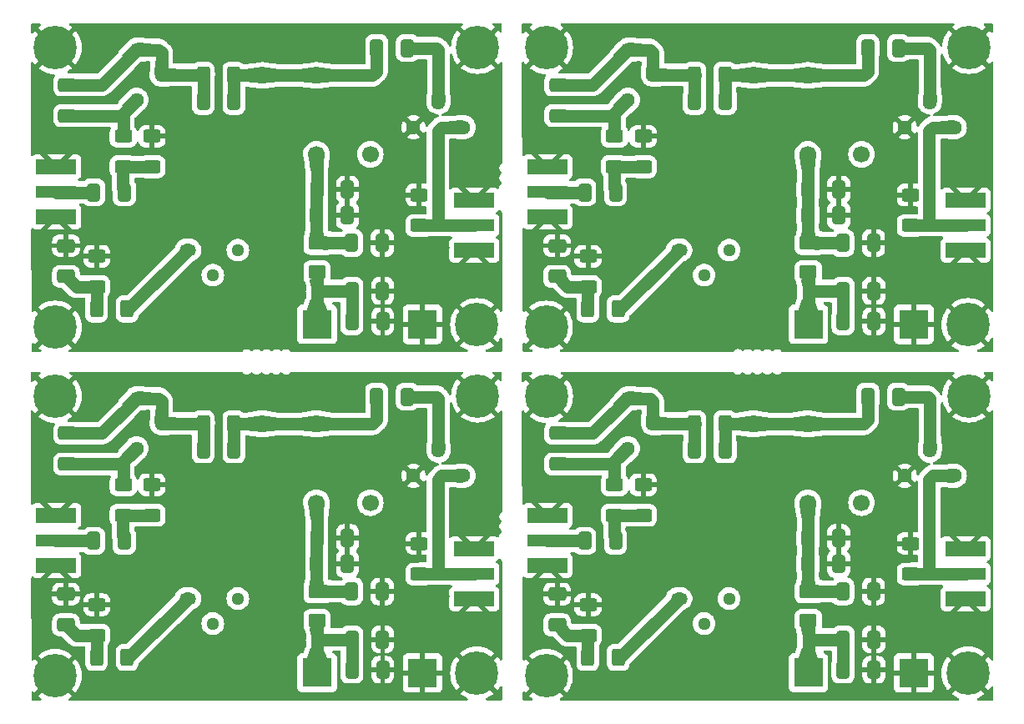
<source format=gbr>
%TF.GenerationSoftware,KiCad,Pcbnew,7.0.7-7.0.7~ubuntu22.04.1*%
%TF.CreationDate,2023-09-11T08:33:09+05:30*%
%TF.ProjectId,panelized,70616e65-6c69-47a6-9564-2e6b69636164,rev?*%
%TF.SameCoordinates,Original*%
%TF.FileFunction,Copper,L1,Top*%
%TF.FilePolarity,Positive*%
%FSLAX46Y46*%
G04 Gerber Fmt 4.6, Leading zero omitted, Abs format (unit mm)*
G04 Created by KiCad (PCBNEW 7.0.7-7.0.7~ubuntu22.04.1) date 2023-09-11 08:33:09*
%MOMM*%
%LPD*%
G01*
G04 APERTURE LIST*
G04 Aperture macros list*
%AMRoundRect*
0 Rectangle with rounded corners*
0 $1 Rounding radius*
0 $2 $3 $4 $5 $6 $7 $8 $9 X,Y pos of 4 corners*
0 Add a 4 corners polygon primitive as box body*
4,1,4,$2,$3,$4,$5,$6,$7,$8,$9,$2,$3,0*
0 Add four circle primitives for the rounded corners*
1,1,$1+$1,$2,$3*
1,1,$1+$1,$4,$5*
1,1,$1+$1,$6,$7*
1,1,$1+$1,$8,$9*
0 Add four rect primitives between the rounded corners*
20,1,$1+$1,$2,$3,$4,$5,0*
20,1,$1+$1,$4,$5,$6,$7,0*
20,1,$1+$1,$6,$7,$8,$9,0*
20,1,$1+$1,$8,$9,$2,$3,0*%
G04 Aperture macros list end*
%TA.AperFunction,SMDPad,CuDef*%
%ADD10R,3.000000X3.000000*%
%TD*%
%TA.AperFunction,SMDPad,CuDef*%
%ADD11RoundRect,0.250000X0.625000X-0.400000X0.625000X0.400000X-0.625000X0.400000X-0.625000X-0.400000X0*%
%TD*%
%TA.AperFunction,SMDPad,CuDef*%
%ADD12RoundRect,0.250000X0.650000X-0.412500X0.650000X0.412500X-0.650000X0.412500X-0.650000X-0.412500X0*%
%TD*%
%TA.AperFunction,SMDPad,CuDef*%
%ADD13RoundRect,0.250000X-0.650000X0.412500X-0.650000X-0.412500X0.650000X-0.412500X0.650000X0.412500X0*%
%TD*%
%TA.AperFunction,ComponentPad*%
%ADD14C,0.700000*%
%TD*%
%TA.AperFunction,ComponentPad*%
%ADD15C,4.400000*%
%TD*%
%TA.AperFunction,ComponentPad*%
%ADD16O,1.700000X1.300000*%
%TD*%
%TA.AperFunction,ComponentPad*%
%ADD17O,1.300000X1.300000*%
%TD*%
%TA.AperFunction,SMDPad,CuDef*%
%ADD18RoundRect,0.250000X0.412500X0.650000X-0.412500X0.650000X-0.412500X-0.650000X0.412500X-0.650000X0*%
%TD*%
%TA.AperFunction,SMDPad,CuDef*%
%ADD19RoundRect,0.250000X-0.412500X-0.650000X0.412500X-0.650000X0.412500X0.650000X-0.412500X0.650000X0*%
%TD*%
%TA.AperFunction,SMDPad,CuDef*%
%ADD20RoundRect,0.250000X-0.625000X0.400000X-0.625000X-0.400000X0.625000X-0.400000X0.625000X0.400000X0*%
%TD*%
%TA.AperFunction,SMDPad,CuDef*%
%ADD21RoundRect,0.250000X-0.400000X-0.625000X0.400000X-0.625000X0.400000X0.625000X-0.400000X0.625000X0*%
%TD*%
%TA.AperFunction,SMDPad,CuDef*%
%ADD22RoundRect,0.250000X0.400000X0.625000X-0.400000X0.625000X-0.400000X-0.625000X0.400000X-0.625000X0*%
%TD*%
%TA.AperFunction,SMDPad,CuDef*%
%ADD23RoundRect,0.250001X-0.624999X0.462499X-0.624999X-0.462499X0.624999X-0.462499X0.624999X0.462499X0*%
%TD*%
%TA.AperFunction,ComponentPad*%
%ADD24C,1.700000*%
%TD*%
%TA.AperFunction,SMDPad,CuDef*%
%ADD25R,4.064000X1.270000*%
%TD*%
%TA.AperFunction,SMDPad,CuDef*%
%ADD26R,4.064000X1.524000*%
%TD*%
%TA.AperFunction,ComponentPad*%
%ADD27C,1.440000*%
%TD*%
%TA.AperFunction,ViaPad*%
%ADD28C,0.800000*%
%TD*%
%TA.AperFunction,Conductor*%
%ADD29C,1.270000*%
%TD*%
G04 APERTURE END LIST*
D10*
%TO.P,VDC1,1,Pin_1*%
%TO.N,Board_1-+12V*%
X78895164Y-30552000D03*
%TD*%
D11*
%TO.P,R7,1*%
%TO.N,Board_3-Net-(Q1-B)*%
X62145164Y-49947000D03*
%TO.P,R7,2*%
%TO.N,Board_3-GND*%
X62145164Y-46847000D03*
%TD*%
D12*
%TO.P,C35,1*%
%TO.N,Board_2-Net-(C35-Pad1)*%
X3690564Y-44752000D03*
%TO.P,C35,2*%
%TO.N,Board_2-Net-(C18-Pad1)*%
X3690564Y-41627000D03*
%TD*%
D13*
%TO.P,C19,1*%
%TO.N,Board_0-GND*%
X3580564Y-22579500D03*
%TO.P,C19,2*%
%TO.N,Board_0-Net-(C19-Pad2)*%
X3580564Y-25704500D03*
%TD*%
D14*
%TO.P,H1,1,1*%
%TO.N,Board_1-GND*%
X50675164Y-2482000D03*
X51158438Y-1315274D03*
X51158438Y-3648726D03*
X52325164Y-832000D03*
D15*
X52325164Y-2482000D03*
D14*
X52325164Y-4132000D03*
X53491890Y-1315274D03*
X53491890Y-3648726D03*
X53975164Y-2482000D03*
%TD*%
D16*
%TO.P,Q1,1,E*%
%TO.N,Board_1-Net-(Q1-E)*%
X65780600Y-23027000D03*
D17*
%TO.P,Q1,2,B*%
%TO.N,Board_1-Net-(Q1-B)*%
X68320600Y-25567000D03*
%TO.P,Q1,3,C*%
%TO.N,Board_1-Net-(Q1-C)*%
X70860600Y-23027000D03*
%TD*%
D18*
%TO.P,C25,1*%
%TO.N,Board_1-Net-(C25-Pad1)*%
X88057664Y-2532000D03*
%TO.P,C25,2*%
%TO.N,Board_1-Net-(T1-AB)*%
X84932664Y-2532000D03*
%TD*%
D19*
%TO.P,C18,1*%
%TO.N,Board_0-Net-(C18-Pad1)*%
X17508064Y-7892000D03*
%TO.P,C18,2*%
%TO.N,Board_0-Net-(T1-AB)*%
X20633064Y-7892000D03*
%TD*%
%TO.P,C18,1*%
%TO.N,Board_3-Net-(C18-Pad1)*%
X67342664Y-43267000D03*
%TO.P,C18,2*%
%TO.N,Board_3-Net-(T1-AB)*%
X70467664Y-43267000D03*
%TD*%
D16*
%TO.P,Q1,1,E*%
%TO.N,Board_3-Net-(Q1-E)*%
X65780600Y-58402000D03*
D17*
%TO.P,Q1,2,B*%
%TO.N,Board_3-Net-(Q1-B)*%
X68320600Y-60942000D03*
%TO.P,Q1,3,C*%
%TO.N,Board_3-Net-(Q1-C)*%
X70860600Y-58402000D03*
%TD*%
D20*
%TO.P,R1,1*%
%TO.N,Board_0-GND*%
X39410564Y-17442000D03*
%TO.P,R1,2*%
%TO.N,Board_0-Net-(OUT1-In)*%
X39410564Y-20542000D03*
%TD*%
D21*
%TO.P,R8,1*%
%TO.N,Board_2-Net-(C19-Pad2)*%
X6680564Y-64377000D03*
%TO.P,R8,2*%
%TO.N,Board_2-Net-(Q1-E)*%
X9780564Y-64377000D03*
%TD*%
D22*
%TO.P,R5,1*%
%TO.N,Board_3-Net-(T1-AB)*%
X70445164Y-40657000D03*
%TO.P,R5,2*%
%TO.N,Board_3-Net-(C18-Pad1)*%
X67345164Y-40657000D03*
%TD*%
D20*
%TO.P,R9,1*%
%TO.N,Board_3-GND*%
X56545164Y-59027000D03*
%TO.P,R9,2*%
%TO.N,Board_3-Net-(C19-Pad2)*%
X56545164Y-62127000D03*
%TD*%
D13*
%TO.P,C19,1*%
%TO.N,Board_2-GND*%
X3580564Y-57954500D03*
%TO.P,C19,2*%
%TO.N,Board_2-Net-(C19-Pad2)*%
X3580564Y-61079500D03*
%TD*%
D14*
%TO.P,H2,1,1*%
%TO.N,Board_1-GND*%
X93545164Y-2452000D03*
X94028438Y-1285274D03*
X94028438Y-3618726D03*
X95195164Y-802000D03*
D15*
X95195164Y-2452000D03*
D14*
X95195164Y-4102000D03*
X96361890Y-1285274D03*
X96361890Y-3618726D03*
X96845164Y-2452000D03*
%TD*%
D23*
%TO.P,L1,1*%
%TO.N,Board_0-Net-(T1-SA)*%
X29050564Y-22307000D03*
%TO.P,L1,2*%
%TO.N,Board_0-+12V*%
X29050564Y-25282000D03*
%TD*%
%TO.P,L1,1*%
%TO.N,Board_1-Net-(T1-SA)*%
X78885164Y-22307000D03*
%TO.P,L1,2*%
%TO.N,Board_1-+12V*%
X78885164Y-25282000D03*
%TD*%
D24*
%TO.P,T1,1,AA*%
%TO.N,Board_3-Net-(Q1-C)*%
X84295164Y-48667000D03*
%TO.P,T1,2,AB*%
%TO.N,Board_3-Net-(T1-AB)*%
X73335164Y-40667000D03*
%TO.P,T1,3,SA*%
%TO.N,Board_3-Net-(T1-SA)*%
X78835164Y-48667000D03*
%TO.P,T1,4,SB*%
%TO.N,Board_3-Net-(T1-AB)*%
X78835164Y-40667000D03*
%TD*%
D22*
%TO.P,R5,1*%
%TO.N,Board_0-Net-(T1-AB)*%
X20610564Y-5282000D03*
%TO.P,R5,2*%
%TO.N,Board_0-Net-(C18-Pad1)*%
X17510564Y-5282000D03*
%TD*%
D18*
%TO.P,C24,1*%
%TO.N,Board_3-GND*%
X85547664Y-65627000D03*
%TO.P,C24,2*%
%TO.N,Board_3-+12V*%
X82422664Y-65627000D03*
%TD*%
D14*
%TO.P,H3,1,1*%
%TO.N,Board_2-GND*%
X823838Y-66230274D03*
X1307112Y-65063548D03*
X1307112Y-67397000D03*
X2473838Y-64580274D03*
D15*
X2473838Y-66230274D03*
D14*
X2473838Y-67880274D03*
X3640564Y-65063548D03*
X3640564Y-67397000D03*
X4123838Y-66230274D03*
%TD*%
D18*
%TO.P,C25,1*%
%TO.N,Board_2-Net-(C25-Pad1)*%
X38223064Y-37907000D03*
%TO.P,C25,2*%
%TO.N,Board_2-Net-(T1-AB)*%
X35098064Y-37907000D03*
%TD*%
%TO.P,C22,1*%
%TO.N,Board_2-GND*%
X35675564Y-57677000D03*
%TO.P,C22,2*%
%TO.N,Board_2-Net-(T1-SA)*%
X32550564Y-57677000D03*
%TD*%
D25*
%TO.P,IN1,1,In*%
%TO.N,Board_1-Net-(IN1-In)*%
X52440600Y-17127000D03*
D26*
%TO.P,IN1,2,Ext*%
%TO.N,Board_1-GND*%
X52440600Y-14587000D03*
X52440600Y-19667000D03*
%TD*%
D21*
%TO.P,R8,1*%
%TO.N,Board_1-Net-(C19-Pad2)*%
X56515164Y-29002000D03*
%TO.P,R8,2*%
%TO.N,Board_1-Net-(Q1-E)*%
X59615164Y-29002000D03*
%TD*%
D27*
%TO.P,RV2,1,1*%
%TO.N,Board_2-Net-(C35-Pad1)*%
X10750564Y-43157000D03*
%TO.P,RV2,2,2*%
%TO.N,Board_2-Net-(C18-Pad1)*%
X13290564Y-40617000D03*
%TO.P,RV2,3,3*%
X10750564Y-38077000D03*
%TD*%
D20*
%TO.P,R6,1*%
%TO.N,Board_2-Net-(C35-Pad1)*%
X9400564Y-46847000D03*
%TO.P,R6,2*%
%TO.N,Board_2-Net-(Q1-B)*%
X9400564Y-49947000D03*
%TD*%
D11*
%TO.P,R7,1*%
%TO.N,Board_0-Net-(Q1-B)*%
X12310564Y-14572000D03*
%TO.P,R7,2*%
%TO.N,Board_0-GND*%
X12310564Y-11472000D03*
%TD*%
D10*
%TO.P,GND1,1,Pin_1*%
%TO.N,Board_1-GND*%
X89605164Y-30572000D03*
%TD*%
D20*
%TO.P,R1,1*%
%TO.N,Board_1-GND*%
X89245164Y-17442000D03*
%TO.P,R1,2*%
%TO.N,Board_1-Net-(OUT1-In)*%
X89245164Y-20542000D03*
%TD*%
D14*
%TO.P,H1,1,1*%
%TO.N,Board_3-GND*%
X50675164Y-37857000D03*
X51158438Y-36690274D03*
X51158438Y-39023726D03*
X52325164Y-36207000D03*
D15*
X52325164Y-37857000D03*
D14*
X52325164Y-39507000D03*
X53491890Y-36690274D03*
X53491890Y-39023726D03*
X53975164Y-37857000D03*
%TD*%
D10*
%TO.P,VDC1,1,Pin_1*%
%TO.N,Board_3-+12V*%
X78895164Y-65927000D03*
%TD*%
D14*
%TO.P,H3,1,1*%
%TO.N,Board_3-GND*%
X50658438Y-66230274D03*
X51141712Y-65063548D03*
X51141712Y-67397000D03*
X52308438Y-64580274D03*
D15*
X52308438Y-66230274D03*
D14*
X52308438Y-67880274D03*
X53475164Y-65063548D03*
X53475164Y-67397000D03*
X53958438Y-66230274D03*
%TD*%
D18*
%TO.P,C23,1*%
%TO.N,Board_3-GND*%
X85545164Y-62557000D03*
%TO.P,C23,2*%
%TO.N,Board_3-+12V*%
X82420164Y-62557000D03*
%TD*%
%TO.P,C22,1*%
%TO.N,Board_3-GND*%
X85510164Y-57677000D03*
%TO.P,C22,2*%
%TO.N,Board_3-Net-(T1-SA)*%
X82385164Y-57677000D03*
%TD*%
D27*
%TO.P,RV1,1,1*%
%TO.N,Board_0-Net-(OUT1-In)*%
X43920564Y-10562000D03*
%TO.P,RV1,2,2*%
%TO.N,Board_0-Net-(C25-Pad1)*%
X41380564Y-8022000D03*
%TO.P,RV1,3,3*%
%TO.N,Board_0-GND*%
X38840564Y-10562000D03*
%TD*%
D16*
%TO.P,Q1,1,E*%
%TO.N,Board_2-Net-(Q1-E)*%
X15946000Y-58402000D03*
D17*
%TO.P,Q1,2,B*%
%TO.N,Board_2-Net-(Q1-B)*%
X18486000Y-60942000D03*
%TO.P,Q1,3,C*%
%TO.N,Board_2-Net-(Q1-C)*%
X21026000Y-58402000D03*
%TD*%
D19*
%TO.P,C18,1*%
%TO.N,Board_2-Net-(C18-Pad1)*%
X17508064Y-43267000D03*
%TO.P,C18,2*%
%TO.N,Board_2-Net-(T1-AB)*%
X20633064Y-43267000D03*
%TD*%
D13*
%TO.P,C19,1*%
%TO.N,Board_3-GND*%
X53415164Y-57954500D03*
%TO.P,C19,2*%
%TO.N,Board_3-Net-(C19-Pad2)*%
X53415164Y-61079500D03*
%TD*%
D10*
%TO.P,GND1,1,Pin_1*%
%TO.N,Board_3-GND*%
X89605164Y-65947000D03*
%TD*%
D18*
%TO.P,C20,1*%
%TO.N,Board_0-GND*%
X32140564Y-19502000D03*
%TO.P,C20,2*%
%TO.N,Board_0-Net-(T1-SA)*%
X29015564Y-19502000D03*
%TD*%
D14*
%TO.P,H2,1,1*%
%TO.N,Board_3-GND*%
X93545164Y-37827000D03*
X94028438Y-36660274D03*
X94028438Y-38993726D03*
X95195164Y-36177000D03*
D15*
X95195164Y-37827000D03*
D14*
X95195164Y-39477000D03*
X96361890Y-36660274D03*
X96361890Y-38993726D03*
X96845164Y-37827000D03*
%TD*%
D25*
%TO.P,OUT1,1,In*%
%TO.N,Board_3-Net-(OUT1-In)*%
X94843164Y-55887000D03*
D26*
%TO.P,OUT1,2,Ext*%
%TO.N,Board_3-GND*%
X94843164Y-58427000D03*
X94843164Y-53347000D03*
%TD*%
D24*
%TO.P,T1,1,AA*%
%TO.N,Board_0-Net-(Q1-C)*%
X34460564Y-13292000D03*
%TO.P,T1,2,AB*%
%TO.N,Board_0-Net-(T1-AB)*%
X23500564Y-5292000D03*
%TO.P,T1,3,SA*%
%TO.N,Board_0-Net-(T1-SA)*%
X29000564Y-13292000D03*
%TO.P,T1,4,SB*%
%TO.N,Board_0-Net-(T1-AB)*%
X29000564Y-5292000D03*
%TD*%
D20*
%TO.P,R1,1*%
%TO.N,Board_3-GND*%
X89245164Y-52817000D03*
%TO.P,R1,2*%
%TO.N,Board_3-Net-(OUT1-In)*%
X89245164Y-55917000D03*
%TD*%
D25*
%TO.P,OUT1,1,In*%
%TO.N,Board_0-Net-(OUT1-In)*%
X45008564Y-20512000D03*
D26*
%TO.P,OUT1,2,Ext*%
%TO.N,Board_0-GND*%
X45008564Y-23052000D03*
X45008564Y-17972000D03*
%TD*%
D16*
%TO.P,Q1,1,E*%
%TO.N,Board_0-Net-(Q1-E)*%
X15946000Y-23027000D03*
D17*
%TO.P,Q1,2,B*%
%TO.N,Board_0-Net-(Q1-B)*%
X18486000Y-25567000D03*
%TO.P,Q1,3,C*%
%TO.N,Board_0-Net-(Q1-C)*%
X21026000Y-23027000D03*
%TD*%
D20*
%TO.P,R9,1*%
%TO.N,Board_2-GND*%
X6710564Y-59027000D03*
%TO.P,R9,2*%
%TO.N,Board_2-Net-(C19-Pad2)*%
X6710564Y-62127000D03*
%TD*%
D13*
%TO.P,C19,1*%
%TO.N,Board_1-GND*%
X53415164Y-22579500D03*
%TO.P,C19,2*%
%TO.N,Board_1-Net-(C19-Pad2)*%
X53415164Y-25704500D03*
%TD*%
D14*
%TO.P,H4,1,1*%
%TO.N,Board_1-GND*%
X93450438Y-30611274D03*
X93933712Y-29444548D03*
X93933712Y-31778000D03*
X95100438Y-28961274D03*
D15*
X95100438Y-30611274D03*
D14*
X95100438Y-32261274D03*
X96267164Y-29444548D03*
X96267164Y-31778000D03*
X96750438Y-30611274D03*
%TD*%
D19*
%TO.P,C18,1*%
%TO.N,Board_1-Net-(C18-Pad1)*%
X67342664Y-7892000D03*
%TO.P,C18,2*%
%TO.N,Board_1-Net-(T1-AB)*%
X70467664Y-7892000D03*
%TD*%
D27*
%TO.P,RV2,1,1*%
%TO.N,Board_1-Net-(C35-Pad1)*%
X60585164Y-7782000D03*
%TO.P,RV2,2,2*%
%TO.N,Board_1-Net-(C18-Pad1)*%
X63125164Y-5242000D03*
%TO.P,RV2,3,3*%
X60585164Y-2702000D03*
%TD*%
D23*
%TO.P,L1,1*%
%TO.N,Board_2-Net-(T1-SA)*%
X29050564Y-57682000D03*
%TO.P,L1,2*%
%TO.N,Board_2-+12V*%
X29050564Y-60657000D03*
%TD*%
D25*
%TO.P,OUT1,1,In*%
%TO.N,Board_1-Net-(OUT1-In)*%
X94843164Y-20512000D03*
D26*
%TO.P,OUT1,2,Ext*%
%TO.N,Board_1-GND*%
X94843164Y-23052000D03*
X94843164Y-17972000D03*
%TD*%
D12*
%TO.P,C35,1*%
%TO.N,Board_1-Net-(C35-Pad1)*%
X53525164Y-9377000D03*
%TO.P,C35,2*%
%TO.N,Board_1-Net-(C18-Pad1)*%
X53525164Y-6252000D03*
%TD*%
D10*
%TO.P,VDC1,1,Pin_1*%
%TO.N,Board_2-+12V*%
X29060564Y-65927000D03*
%TD*%
D27*
%TO.P,RV2,1,1*%
%TO.N,Board_3-Net-(C35-Pad1)*%
X60585164Y-43157000D03*
%TO.P,RV2,2,2*%
%TO.N,Board_3-Net-(C18-Pad1)*%
X63125164Y-40617000D03*
%TO.P,RV2,3,3*%
X60585164Y-38077000D03*
%TD*%
D14*
%TO.P,H4,1,1*%
%TO.N,Board_2-GND*%
X43615838Y-65986274D03*
X44099112Y-64819548D03*
X44099112Y-67153000D03*
X45265838Y-64336274D03*
D15*
X45265838Y-65986274D03*
D14*
X45265838Y-67636274D03*
X46432564Y-64819548D03*
X46432564Y-67153000D03*
X46915838Y-65986274D03*
%TD*%
D20*
%TO.P,R1,1*%
%TO.N,Board_2-GND*%
X39410564Y-52817000D03*
%TO.P,R1,2*%
%TO.N,Board_2-Net-(OUT1-In)*%
X39410564Y-55917000D03*
%TD*%
D10*
%TO.P,GND1,1,Pin_1*%
%TO.N,Board_0-GND*%
X39770564Y-30572000D03*
%TD*%
D18*
%TO.P,C23,1*%
%TO.N,Board_1-GND*%
X85545164Y-27182000D03*
%TO.P,C23,2*%
%TO.N,Board_1-+12V*%
X82420164Y-27182000D03*
%TD*%
%TO.P,C21,1*%
%TO.N,Board_3-GND*%
X81985164Y-52257000D03*
%TO.P,C21,2*%
%TO.N,Board_3-Net-(T1-SA)*%
X78860164Y-52257000D03*
%TD*%
D22*
%TO.P,R5,1*%
%TO.N,Board_2-Net-(T1-AB)*%
X20610564Y-40657000D03*
%TO.P,R5,2*%
%TO.N,Board_2-Net-(C18-Pad1)*%
X17510564Y-40657000D03*
%TD*%
D12*
%TO.P,C35,1*%
%TO.N,Board_0-Net-(C35-Pad1)*%
X3690564Y-9377000D03*
%TO.P,C35,2*%
%TO.N,Board_0-Net-(C18-Pad1)*%
X3690564Y-6252000D03*
%TD*%
D24*
%TO.P,T1,1,AA*%
%TO.N,Board_2-Net-(Q1-C)*%
X34460564Y-48667000D03*
%TO.P,T1,2,AB*%
%TO.N,Board_2-Net-(T1-AB)*%
X23500564Y-40667000D03*
%TO.P,T1,3,SA*%
%TO.N,Board_2-Net-(T1-SA)*%
X29000564Y-48667000D03*
%TO.P,T1,4,SB*%
%TO.N,Board_2-Net-(T1-AB)*%
X29000564Y-40667000D03*
%TD*%
D18*
%TO.P,C20,1*%
%TO.N,Board_2-GND*%
X32140564Y-54877000D03*
%TO.P,C20,2*%
%TO.N,Board_2-Net-(T1-SA)*%
X29015564Y-54877000D03*
%TD*%
D19*
%TO.P,C1,1*%
%TO.N,Board_1-Net-(IN1-In)*%
X56208100Y-17167000D03*
%TO.P,C1,2*%
%TO.N,Board_1-Net-(Q1-B)*%
X59333100Y-17167000D03*
%TD*%
D20*
%TO.P,R6,1*%
%TO.N,Board_1-Net-(C35-Pad1)*%
X59235164Y-11472000D03*
%TO.P,R6,2*%
%TO.N,Board_1-Net-(Q1-B)*%
X59235164Y-14572000D03*
%TD*%
D14*
%TO.P,H4,1,1*%
%TO.N,Board_0-GND*%
X43615838Y-30611274D03*
X44099112Y-29444548D03*
X44099112Y-31778000D03*
X45265838Y-28961274D03*
D15*
X45265838Y-30611274D03*
D14*
X45265838Y-32261274D03*
X46432564Y-29444548D03*
X46432564Y-31778000D03*
X46915838Y-30611274D03*
%TD*%
D18*
%TO.P,C24,1*%
%TO.N,Board_1-GND*%
X85547664Y-30252000D03*
%TO.P,C24,2*%
%TO.N,Board_1-+12V*%
X82422664Y-30252000D03*
%TD*%
D21*
%TO.P,R8,1*%
%TO.N,Board_3-Net-(C19-Pad2)*%
X56515164Y-64377000D03*
%TO.P,R8,2*%
%TO.N,Board_3-Net-(Q1-E)*%
X59615164Y-64377000D03*
%TD*%
D20*
%TO.P,R9,1*%
%TO.N,Board_0-GND*%
X6710564Y-23652000D03*
%TO.P,R9,2*%
%TO.N,Board_0-Net-(C19-Pad2)*%
X6710564Y-26752000D03*
%TD*%
D11*
%TO.P,R7,1*%
%TO.N,Board_1-Net-(Q1-B)*%
X62145164Y-14572000D03*
%TO.P,R7,2*%
%TO.N,Board_1-GND*%
X62145164Y-11472000D03*
%TD*%
D25*
%TO.P,IN1,1,In*%
%TO.N,Board_0-Net-(IN1-In)*%
X2606000Y-17127000D03*
D26*
%TO.P,IN1,2,Ext*%
%TO.N,Board_0-GND*%
X2606000Y-14587000D03*
X2606000Y-19667000D03*
%TD*%
D18*
%TO.P,C23,1*%
%TO.N,Board_0-GND*%
X35710564Y-27182000D03*
%TO.P,C23,2*%
%TO.N,Board_0-+12V*%
X32585564Y-27182000D03*
%TD*%
D27*
%TO.P,RV2,1,1*%
%TO.N,Board_0-Net-(C35-Pad1)*%
X10750564Y-7782000D03*
%TO.P,RV2,2,2*%
%TO.N,Board_0-Net-(C18-Pad1)*%
X13290564Y-5242000D03*
%TO.P,RV2,3,3*%
X10750564Y-2702000D03*
%TD*%
D18*
%TO.P,C24,1*%
%TO.N,Board_2-GND*%
X35713064Y-65627000D03*
%TO.P,C24,2*%
%TO.N,Board_2-+12V*%
X32588064Y-65627000D03*
%TD*%
D10*
%TO.P,GND1,1,Pin_1*%
%TO.N,Board_2-GND*%
X39770564Y-65947000D03*
%TD*%
D18*
%TO.P,C23,1*%
%TO.N,Board_2-GND*%
X35710564Y-62557000D03*
%TO.P,C23,2*%
%TO.N,Board_2-+12V*%
X32585564Y-62557000D03*
%TD*%
D27*
%TO.P,RV1,1,1*%
%TO.N,Board_1-Net-(OUT1-In)*%
X93755164Y-10562000D03*
%TO.P,RV1,2,2*%
%TO.N,Board_1-Net-(C25-Pad1)*%
X91215164Y-8022000D03*
%TO.P,RV1,3,3*%
%TO.N,Board_1-GND*%
X88675164Y-10562000D03*
%TD*%
D25*
%TO.P,IN1,1,In*%
%TO.N,Board_2-Net-(IN1-In)*%
X2606000Y-52502000D03*
D26*
%TO.P,IN1,2,Ext*%
%TO.N,Board_2-GND*%
X2606000Y-49962000D03*
X2606000Y-55042000D03*
%TD*%
D18*
%TO.P,C20,1*%
%TO.N,Board_3-GND*%
X81975164Y-54877000D03*
%TO.P,C20,2*%
%TO.N,Board_3-Net-(T1-SA)*%
X78850164Y-54877000D03*
%TD*%
D10*
%TO.P,VDC1,1,Pin_1*%
%TO.N,Board_0-+12V*%
X29060564Y-30552000D03*
%TD*%
D18*
%TO.P,C25,1*%
%TO.N,Board_0-Net-(C25-Pad1)*%
X38223064Y-2532000D03*
%TO.P,C25,2*%
%TO.N,Board_0-Net-(T1-AB)*%
X35098064Y-2532000D03*
%TD*%
D21*
%TO.P,R8,1*%
%TO.N,Board_0-Net-(C19-Pad2)*%
X6680564Y-29002000D03*
%TO.P,R8,2*%
%TO.N,Board_0-Net-(Q1-E)*%
X9780564Y-29002000D03*
%TD*%
D14*
%TO.P,H3,1,1*%
%TO.N,Board_0-GND*%
X823838Y-30855274D03*
X1307112Y-29688548D03*
X1307112Y-32022000D03*
X2473838Y-29205274D03*
D15*
X2473838Y-30855274D03*
D14*
X2473838Y-32505274D03*
X3640564Y-29688548D03*
X3640564Y-32022000D03*
X4123838Y-30855274D03*
%TD*%
D23*
%TO.P,L1,1*%
%TO.N,Board_3-Net-(T1-SA)*%
X78885164Y-57682000D03*
%TO.P,L1,2*%
%TO.N,Board_3-+12V*%
X78885164Y-60657000D03*
%TD*%
D27*
%TO.P,RV1,1,1*%
%TO.N,Board_2-Net-(OUT1-In)*%
X43920564Y-45937000D03*
%TO.P,RV1,2,2*%
%TO.N,Board_2-Net-(C25-Pad1)*%
X41380564Y-43397000D03*
%TO.P,RV1,3,3*%
%TO.N,Board_2-GND*%
X38840564Y-45937000D03*
%TD*%
D14*
%TO.P,H2,1,1*%
%TO.N,Board_2-GND*%
X43710564Y-37827000D03*
X44193838Y-36660274D03*
X44193838Y-38993726D03*
X45360564Y-36177000D03*
D15*
X45360564Y-37827000D03*
D14*
X45360564Y-39477000D03*
X46527290Y-36660274D03*
X46527290Y-38993726D03*
X47010564Y-37827000D03*
%TD*%
D22*
%TO.P,R5,1*%
%TO.N,Board_1-Net-(T1-AB)*%
X70445164Y-5282000D03*
%TO.P,R5,2*%
%TO.N,Board_1-Net-(C18-Pad1)*%
X67345164Y-5282000D03*
%TD*%
D27*
%TO.P,RV1,1,1*%
%TO.N,Board_3-Net-(OUT1-In)*%
X93755164Y-45937000D03*
%TO.P,RV1,2,2*%
%TO.N,Board_3-Net-(C25-Pad1)*%
X91215164Y-43397000D03*
%TO.P,RV1,3,3*%
%TO.N,Board_3-GND*%
X88675164Y-45937000D03*
%TD*%
D20*
%TO.P,R9,1*%
%TO.N,Board_1-GND*%
X56545164Y-23652000D03*
%TO.P,R9,2*%
%TO.N,Board_1-Net-(C19-Pad2)*%
X56545164Y-26752000D03*
%TD*%
D14*
%TO.P,H4,1,1*%
%TO.N,Board_3-GND*%
X93450438Y-65986274D03*
X93933712Y-64819548D03*
X93933712Y-67153000D03*
X95100438Y-64336274D03*
D15*
X95100438Y-65986274D03*
D14*
X95100438Y-67636274D03*
X96267164Y-64819548D03*
X96267164Y-67153000D03*
X96750438Y-65986274D03*
%TD*%
%TO.P,H2,1,1*%
%TO.N,Board_0-GND*%
X43710564Y-2452000D03*
X44193838Y-1285274D03*
X44193838Y-3618726D03*
X45360564Y-802000D03*
D15*
X45360564Y-2452000D03*
D14*
X45360564Y-4102000D03*
X46527290Y-1285274D03*
X46527290Y-3618726D03*
X47010564Y-2452000D03*
%TD*%
D19*
%TO.P,C1,1*%
%TO.N,Board_3-Net-(IN1-In)*%
X56208100Y-52542000D03*
%TO.P,C1,2*%
%TO.N,Board_3-Net-(Q1-B)*%
X59333100Y-52542000D03*
%TD*%
D18*
%TO.P,C20,1*%
%TO.N,Board_1-GND*%
X81975164Y-19502000D03*
%TO.P,C20,2*%
%TO.N,Board_1-Net-(T1-SA)*%
X78850164Y-19502000D03*
%TD*%
D20*
%TO.P,R6,1*%
%TO.N,Board_3-Net-(C35-Pad1)*%
X59235164Y-46847000D03*
%TO.P,R6,2*%
%TO.N,Board_3-Net-(Q1-B)*%
X59235164Y-49947000D03*
%TD*%
D19*
%TO.P,C1,1*%
%TO.N,Board_0-Net-(IN1-In)*%
X6373500Y-17167000D03*
%TO.P,C1,2*%
%TO.N,Board_0-Net-(Q1-B)*%
X9498500Y-17167000D03*
%TD*%
D25*
%TO.P,OUT1,1,In*%
%TO.N,Board_2-Net-(OUT1-In)*%
X45008564Y-55887000D03*
D26*
%TO.P,OUT1,2,Ext*%
%TO.N,Board_2-GND*%
X45008564Y-58427000D03*
X45008564Y-53347000D03*
%TD*%
D18*
%TO.P,C24,1*%
%TO.N,Board_0-GND*%
X35713064Y-30252000D03*
%TO.P,C24,2*%
%TO.N,Board_0-+12V*%
X32588064Y-30252000D03*
%TD*%
%TO.P,C21,1*%
%TO.N,Board_0-GND*%
X32150564Y-16882000D03*
%TO.P,C21,2*%
%TO.N,Board_0-Net-(T1-SA)*%
X29025564Y-16882000D03*
%TD*%
D24*
%TO.P,T1,1,AA*%
%TO.N,Board_1-Net-(Q1-C)*%
X84295164Y-13292000D03*
%TO.P,T1,2,AB*%
%TO.N,Board_1-Net-(T1-AB)*%
X73335164Y-5292000D03*
%TO.P,T1,3,SA*%
%TO.N,Board_1-Net-(T1-SA)*%
X78835164Y-13292000D03*
%TO.P,T1,4,SB*%
%TO.N,Board_1-Net-(T1-AB)*%
X78835164Y-5292000D03*
%TD*%
D20*
%TO.P,R6,1*%
%TO.N,Board_0-Net-(C35-Pad1)*%
X9400564Y-11472000D03*
%TO.P,R6,2*%
%TO.N,Board_0-Net-(Q1-B)*%
X9400564Y-14572000D03*
%TD*%
D18*
%TO.P,C22,1*%
%TO.N,Board_1-GND*%
X85510164Y-22302000D03*
%TO.P,C22,2*%
%TO.N,Board_1-Net-(T1-SA)*%
X82385164Y-22302000D03*
%TD*%
D14*
%TO.P,H1,1,1*%
%TO.N,Board_2-GND*%
X840564Y-37857000D03*
X1323838Y-36690274D03*
X1323838Y-39023726D03*
X2490564Y-36207000D03*
D15*
X2490564Y-37857000D03*
D14*
X2490564Y-39507000D03*
X3657290Y-36690274D03*
X3657290Y-39023726D03*
X4140564Y-37857000D03*
%TD*%
D18*
%TO.P,C25,1*%
%TO.N,Board_3-Net-(C25-Pad1)*%
X88057664Y-37907000D03*
%TO.P,C25,2*%
%TO.N,Board_3-Net-(T1-AB)*%
X84932664Y-37907000D03*
%TD*%
%TO.P,C21,1*%
%TO.N,Board_1-GND*%
X81985164Y-16882000D03*
%TO.P,C21,2*%
%TO.N,Board_1-Net-(T1-SA)*%
X78860164Y-16882000D03*
%TD*%
D19*
%TO.P,C1,1*%
%TO.N,Board_2-Net-(IN1-In)*%
X6373500Y-52542000D03*
%TO.P,C1,2*%
%TO.N,Board_2-Net-(Q1-B)*%
X9498500Y-52542000D03*
%TD*%
D18*
%TO.P,C22,1*%
%TO.N,Board_0-GND*%
X35675564Y-22302000D03*
%TO.P,C22,2*%
%TO.N,Board_0-Net-(T1-SA)*%
X32550564Y-22302000D03*
%TD*%
D25*
%TO.P,IN1,1,In*%
%TO.N,Board_3-Net-(IN1-In)*%
X52440600Y-52502000D03*
D26*
%TO.P,IN1,2,Ext*%
%TO.N,Board_3-GND*%
X52440600Y-49962000D03*
X52440600Y-55042000D03*
%TD*%
D18*
%TO.P,C21,1*%
%TO.N,Board_2-GND*%
X32150564Y-52257000D03*
%TO.P,C21,2*%
%TO.N,Board_2-Net-(T1-SA)*%
X29025564Y-52257000D03*
%TD*%
D12*
%TO.P,C35,1*%
%TO.N,Board_3-Net-(C35-Pad1)*%
X53525164Y-44752000D03*
%TO.P,C35,2*%
%TO.N,Board_3-Net-(C18-Pad1)*%
X53525164Y-41627000D03*
%TD*%
D14*
%TO.P,H1,1,1*%
%TO.N,Board_0-GND*%
X840564Y-2482000D03*
X1323838Y-1315274D03*
X1323838Y-3648726D03*
X2490564Y-832000D03*
D15*
X2490564Y-2482000D03*
D14*
X2490564Y-4132000D03*
X3657290Y-1315274D03*
X3657290Y-3648726D03*
X4140564Y-2482000D03*
%TD*%
%TO.P,H3,1,1*%
%TO.N,Board_1-GND*%
X50658438Y-30855274D03*
X51141712Y-29688548D03*
X51141712Y-32022000D03*
X52308438Y-29205274D03*
D15*
X52308438Y-30855274D03*
D14*
X52308438Y-32505274D03*
X53475164Y-29688548D03*
X53475164Y-32022000D03*
X53958438Y-30855274D03*
%TD*%
D11*
%TO.P,R7,1*%
%TO.N,Board_2-Net-(Q1-B)*%
X12310564Y-49947000D03*
%TO.P,R7,2*%
%TO.N,Board_2-GND*%
X12310564Y-46847000D03*
%TD*%
D28*
%TO.N,Board_0-GND*%
X31904900Y-7557000D03*
X24284900Y-12637000D03*
X26824900Y-2477000D03*
X3964900Y-12637000D03*
X14124900Y-10097000D03*
X29364900Y-7557000D03*
X26824900Y-7557000D03*
X26824900Y-12637000D03*
X1424900Y-12637000D03*
X19204900Y-2477000D03*
X26824900Y-17717000D03*
X26824900Y-27877000D03*
X31904900Y-25337000D03*
X6504900Y-15177000D03*
X36984900Y-5017000D03*
X34444900Y-7557000D03*
X24284900Y-30417000D03*
X1424900Y-10097000D03*
X24284900Y-2477000D03*
X42064900Y-27877000D03*
X44604900Y-25337000D03*
X31904900Y-2477000D03*
X36984900Y-25337000D03*
X6504900Y-2477000D03*
X6504900Y-20257000D03*
X31904900Y-12637000D03*
X21744900Y-2477000D03*
X6504900Y-12637000D03*
X29364900Y-2477000D03*
X24284900Y-7557000D03*
X39524900Y-25337000D03*
X42064900Y-25337000D03*
X42064900Y-22797000D03*
X39524900Y-5017000D03*
X39524900Y-27877000D03*
X16664900Y-10097000D03*
%TO.N,Board_0-Net-(Q1-B)*%
X9376000Y-16667000D03*
X9386000Y-17677000D03*
%TO.N,Board_1-GND*%
X89359500Y-25337000D03*
X81739500Y-12637000D03*
X63959500Y-10097000D03*
X74119500Y-2477000D03*
X89359500Y-5017000D03*
X71579500Y-2477000D03*
X76659500Y-7557000D03*
X91899500Y-25337000D03*
X81739500Y-25337000D03*
X89359500Y-27877000D03*
X86819500Y-25337000D03*
X91899500Y-22797000D03*
X74119500Y-12637000D03*
X74119500Y-30417000D03*
X69039500Y-2477000D03*
X51259500Y-10097000D03*
X79199500Y-7557000D03*
X76659500Y-2477000D03*
X76659500Y-17717000D03*
X76659500Y-12637000D03*
X51259500Y-12637000D03*
X74119500Y-7557000D03*
X56339500Y-20257000D03*
X91899500Y-27877000D03*
X86819500Y-5017000D03*
X81739500Y-7557000D03*
X66499500Y-10097000D03*
X53799500Y-12637000D03*
X56339500Y-15177000D03*
X56339500Y-2477000D03*
X76659500Y-27877000D03*
X84279500Y-7557000D03*
X81739500Y-2477000D03*
X79199500Y-2477000D03*
X94439500Y-25337000D03*
X56339500Y-12637000D03*
%TO.N,Board_1-Net-(Q1-B)*%
X59220600Y-17677000D03*
X59210600Y-16667000D03*
%TO.N,Board_2-GND*%
X26824900Y-53092000D03*
X6504900Y-48012000D03*
X26824900Y-48012000D03*
X42064900Y-58172000D03*
X24284900Y-37852000D03*
X6504900Y-37852000D03*
X39524900Y-60712000D03*
X14124900Y-45472000D03*
X44604900Y-60712000D03*
X16664900Y-45472000D03*
X36984900Y-60712000D03*
X31904900Y-48012000D03*
X26824900Y-37852000D03*
X24284900Y-42932000D03*
X26824900Y-63252000D03*
X34444900Y-42932000D03*
X31904900Y-37852000D03*
X42064900Y-63252000D03*
X19204900Y-37852000D03*
X3964900Y-48012000D03*
X6504900Y-50552000D03*
X21744900Y-37852000D03*
X24284900Y-65792000D03*
X36984900Y-40392000D03*
X6504900Y-55632000D03*
X31904900Y-42932000D03*
X39524900Y-63252000D03*
X29364900Y-37852000D03*
X29364900Y-42932000D03*
X31904900Y-60712000D03*
X24284900Y-48012000D03*
X1424900Y-48012000D03*
X42064900Y-60712000D03*
X39524900Y-40392000D03*
X1424900Y-45472000D03*
X26824900Y-42932000D03*
%TO.N,Board_2-Net-(Q1-B)*%
X9386000Y-53052000D03*
X9376000Y-52042000D03*
%TO.N,Board_3-GND*%
X74119500Y-37852000D03*
X74119500Y-65792000D03*
X81739500Y-37852000D03*
X74119500Y-42932000D03*
X84279500Y-42932000D03*
X56339500Y-48012000D03*
X89359500Y-40392000D03*
X51259500Y-48012000D03*
X89359500Y-60712000D03*
X91899500Y-60712000D03*
X76659500Y-37852000D03*
X81739500Y-42932000D03*
X69039500Y-37852000D03*
X56339500Y-37852000D03*
X76659500Y-63252000D03*
X63959500Y-45472000D03*
X79199500Y-37852000D03*
X53799500Y-48012000D03*
X76659500Y-53092000D03*
X81739500Y-60712000D03*
X86819500Y-40392000D03*
X71579500Y-37852000D03*
X74119500Y-48012000D03*
X51259500Y-45472000D03*
X86819500Y-60712000D03*
X81739500Y-48012000D03*
X89359500Y-63252000D03*
X66499500Y-45472000D03*
X56339500Y-50552000D03*
X79199500Y-42932000D03*
X76659500Y-42932000D03*
X91899500Y-58172000D03*
X56339500Y-55632000D03*
X91899500Y-63252000D03*
X94439500Y-60712000D03*
X76659500Y-48012000D03*
%TO.N,Board_3-Net-(Q1-B)*%
X59220600Y-53052000D03*
X59210600Y-52042000D03*
%TD*%
D29*
%TO.N,Board_0-+12V*%
X32588064Y-30252000D02*
X32588064Y-27184500D01*
X29060564Y-30552000D02*
X29060564Y-27242000D01*
X32585564Y-27182000D02*
X29120564Y-27182000D01*
X29120564Y-27182000D02*
X29060564Y-27242000D01*
X29060564Y-27242000D02*
X29060564Y-25292000D01*
%TO.N,Board_0-Net-(C18-Pad1)*%
X13290564Y-5242000D02*
X17570564Y-5242000D01*
X17508064Y-7892000D02*
X17508064Y-5284500D01*
X10750564Y-2702000D02*
X12980564Y-2702000D01*
X13290564Y-3012000D02*
X13290564Y-5242000D01*
X7200564Y-6252000D02*
X10750564Y-2702000D01*
X12980564Y-2702000D02*
X13290564Y-3012000D01*
X3690564Y-6252000D02*
X7200564Y-6252000D01*
%TO.N,Board_0-Net-(C19-Pad2)*%
X4650564Y-26752000D02*
X6710564Y-26752000D01*
X6680564Y-29002000D02*
X6680564Y-26782000D01*
X3603064Y-25704500D02*
X4650564Y-26752000D01*
%TO.N,Board_0-Net-(C25-Pad1)*%
X41380564Y-2742000D02*
X41380564Y-8022000D01*
X38223064Y-2532000D02*
X41170564Y-2532000D01*
X41170564Y-2532000D02*
X41380564Y-2742000D01*
%TO.N,Board_0-Net-(C35-Pad1)*%
X9155564Y-9377000D02*
X9400564Y-9132000D01*
X9400564Y-11472000D02*
X9400564Y-9132000D01*
X3690564Y-9377000D02*
X9155564Y-9377000D01*
X9400564Y-9132000D02*
X10750564Y-7782000D01*
%TO.N,Board_0-Net-(IN1-In)*%
X2646000Y-17167000D02*
X2606000Y-17127000D01*
X6373500Y-17167000D02*
X2646000Y-17167000D01*
%TO.N,Board_0-Net-(OUT1-In)*%
X45008564Y-20512000D02*
X39440564Y-20512000D01*
X41710564Y-10562000D02*
X41310564Y-10962000D01*
X41310564Y-10962000D02*
X41310564Y-20242000D01*
X43920564Y-10562000D02*
X41710564Y-10562000D01*
%TO.N,Board_0-Net-(Q1-B)*%
X9400564Y-14572000D02*
X12310564Y-14572000D01*
X9376000Y-16667000D02*
X9376000Y-14596564D01*
%TO.N,Board_0-Net-(Q1-E)*%
X9780564Y-29002000D02*
X9971000Y-29002000D01*
X9971000Y-29002000D02*
X15946000Y-23027000D01*
%TO.N,Board_0-Net-(T1-AB)*%
X35098064Y-4884500D02*
X35098064Y-2532000D01*
X20610564Y-5282000D02*
X20610564Y-7869500D01*
X29000564Y-5292000D02*
X34690564Y-5292000D01*
X20610564Y-5282000D02*
X23490564Y-5282000D01*
X34690564Y-5292000D02*
X35098064Y-4884500D01*
X23500564Y-5292000D02*
X29000564Y-5292000D01*
%TO.N,Board_0-Net-(T1-SA)*%
X29015564Y-19502000D02*
X29015564Y-22272000D01*
X29025564Y-16882000D02*
X29025564Y-13317000D01*
X32550564Y-22302000D02*
X29055564Y-22302000D01*
X29015564Y-19502000D02*
X29015564Y-16892000D01*
%TO.N,Board_1-+12V*%
X82422664Y-30252000D02*
X82422664Y-27184500D01*
X78895164Y-30552000D02*
X78895164Y-27242000D01*
X82420164Y-27182000D02*
X78955164Y-27182000D01*
X78895164Y-27242000D02*
X78895164Y-25292000D01*
X78955164Y-27182000D02*
X78895164Y-27242000D01*
%TO.N,Board_1-Net-(C18-Pad1)*%
X60585164Y-2702000D02*
X62815164Y-2702000D01*
X63125164Y-5242000D02*
X67405164Y-5242000D01*
X67342664Y-7892000D02*
X67342664Y-5284500D01*
X53525164Y-6252000D02*
X57035164Y-6252000D01*
X63125164Y-3012000D02*
X63125164Y-5242000D01*
X62815164Y-2702000D02*
X63125164Y-3012000D01*
X57035164Y-6252000D02*
X60585164Y-2702000D01*
%TO.N,Board_1-Net-(C19-Pad2)*%
X53437664Y-25704500D02*
X54485164Y-26752000D01*
X54485164Y-26752000D02*
X56545164Y-26752000D01*
X56515164Y-29002000D02*
X56515164Y-26782000D01*
%TO.N,Board_1-Net-(C25-Pad1)*%
X91005164Y-2532000D02*
X91215164Y-2742000D01*
X91215164Y-2742000D02*
X91215164Y-8022000D01*
X88057664Y-2532000D02*
X91005164Y-2532000D01*
%TO.N,Board_1-Net-(C35-Pad1)*%
X58990164Y-9377000D02*
X59235164Y-9132000D01*
X59235164Y-11472000D02*
X59235164Y-9132000D01*
X53525164Y-9377000D02*
X58990164Y-9377000D01*
X59235164Y-9132000D02*
X60585164Y-7782000D01*
%TO.N,Board_1-Net-(IN1-In)*%
X56208100Y-17167000D02*
X52480600Y-17167000D01*
X52480600Y-17167000D02*
X52440600Y-17127000D01*
%TO.N,Board_1-Net-(OUT1-In)*%
X91145164Y-10962000D02*
X91145164Y-20242000D01*
X91545164Y-10562000D02*
X91145164Y-10962000D01*
X94843164Y-20512000D02*
X89275164Y-20512000D01*
X93755164Y-10562000D02*
X91545164Y-10562000D01*
%TO.N,Board_1-Net-(Q1-B)*%
X59210600Y-16667000D02*
X59210600Y-14596564D01*
X59235164Y-14572000D02*
X62145164Y-14572000D01*
%TO.N,Board_1-Net-(Q1-E)*%
X59805600Y-29002000D02*
X65780600Y-23027000D01*
X59615164Y-29002000D02*
X59805600Y-29002000D01*
%TO.N,Board_1-Net-(T1-AB)*%
X84932664Y-4884500D02*
X84932664Y-2532000D01*
X84525164Y-5292000D02*
X84932664Y-4884500D01*
X70445164Y-5282000D02*
X70445164Y-7869500D01*
X70445164Y-5282000D02*
X73325164Y-5282000D01*
X73335164Y-5292000D02*
X78835164Y-5292000D01*
X78835164Y-5292000D02*
X84525164Y-5292000D01*
%TO.N,Board_1-Net-(T1-SA)*%
X78860164Y-16882000D02*
X78860164Y-13317000D01*
X82385164Y-22302000D02*
X78890164Y-22302000D01*
X78850164Y-19502000D02*
X78850164Y-16892000D01*
X78850164Y-19502000D02*
X78850164Y-22272000D01*
%TO.N,Board_2-+12V*%
X29120564Y-62557000D02*
X29060564Y-62617000D01*
X32588064Y-65627000D02*
X32588064Y-62559500D01*
X29060564Y-65927000D02*
X29060564Y-62617000D01*
X29060564Y-62617000D02*
X29060564Y-60667000D01*
X32585564Y-62557000D02*
X29120564Y-62557000D01*
%TO.N,Board_2-Net-(C18-Pad1)*%
X3690564Y-41627000D02*
X7200564Y-41627000D01*
X12980564Y-38077000D02*
X13290564Y-38387000D01*
X7200564Y-41627000D02*
X10750564Y-38077000D01*
X10750564Y-38077000D02*
X12980564Y-38077000D01*
X13290564Y-40617000D02*
X17570564Y-40617000D01*
X17508064Y-43267000D02*
X17508064Y-40659500D01*
X13290564Y-38387000D02*
X13290564Y-40617000D01*
%TO.N,Board_2-Net-(C19-Pad2)*%
X3603064Y-61079500D02*
X4650564Y-62127000D01*
X4650564Y-62127000D02*
X6710564Y-62127000D01*
X6680564Y-64377000D02*
X6680564Y-62157000D01*
%TO.N,Board_2-Net-(C25-Pad1)*%
X38223064Y-37907000D02*
X41170564Y-37907000D01*
X41380564Y-38117000D02*
X41380564Y-43397000D01*
X41170564Y-37907000D02*
X41380564Y-38117000D01*
%TO.N,Board_2-Net-(C35-Pad1)*%
X3690564Y-44752000D02*
X9155564Y-44752000D01*
X9155564Y-44752000D02*
X9400564Y-44507000D01*
X9400564Y-46847000D02*
X9400564Y-44507000D01*
X9400564Y-44507000D02*
X10750564Y-43157000D01*
%TO.N,Board_2-Net-(IN1-In)*%
X2646000Y-52542000D02*
X2606000Y-52502000D01*
X6373500Y-52542000D02*
X2646000Y-52542000D01*
%TO.N,Board_2-Net-(OUT1-In)*%
X45008564Y-55887000D02*
X39440564Y-55887000D01*
X43920564Y-45937000D02*
X41710564Y-45937000D01*
X41310564Y-46337000D02*
X41310564Y-55617000D01*
X41710564Y-45937000D02*
X41310564Y-46337000D01*
%TO.N,Board_2-Net-(Q1-B)*%
X9376000Y-52042000D02*
X9376000Y-49971564D01*
X9400564Y-49947000D02*
X12310564Y-49947000D01*
%TO.N,Board_2-Net-(Q1-E)*%
X9971000Y-64377000D02*
X15946000Y-58402000D01*
X9780564Y-64377000D02*
X9971000Y-64377000D01*
%TO.N,Board_2-Net-(T1-AB)*%
X35098064Y-40259500D02*
X35098064Y-37907000D01*
X20610564Y-40657000D02*
X23490564Y-40657000D01*
X20610564Y-40657000D02*
X20610564Y-43244500D01*
X34690564Y-40667000D02*
X35098064Y-40259500D01*
X23500564Y-40667000D02*
X29000564Y-40667000D01*
X29000564Y-40667000D02*
X34690564Y-40667000D01*
%TO.N,Board_2-Net-(T1-SA)*%
X32550564Y-57677000D02*
X29055564Y-57677000D01*
X29025564Y-52257000D02*
X29025564Y-48692000D01*
X29015564Y-54877000D02*
X29015564Y-57647000D01*
X29015564Y-54877000D02*
X29015564Y-52267000D01*
%TO.N,Board_3-+12V*%
X78895164Y-62617000D02*
X78895164Y-60667000D01*
X78895164Y-65927000D02*
X78895164Y-62617000D01*
X78955164Y-62557000D02*
X78895164Y-62617000D01*
X82422664Y-65627000D02*
X82422664Y-62559500D01*
X82420164Y-62557000D02*
X78955164Y-62557000D01*
%TO.N,Board_3-Net-(C18-Pad1)*%
X63125164Y-38387000D02*
X63125164Y-40617000D01*
X67342664Y-43267000D02*
X67342664Y-40659500D01*
X63125164Y-40617000D02*
X67405164Y-40617000D01*
X62815164Y-38077000D02*
X63125164Y-38387000D01*
X60585164Y-38077000D02*
X62815164Y-38077000D01*
X53525164Y-41627000D02*
X57035164Y-41627000D01*
X57035164Y-41627000D02*
X60585164Y-38077000D01*
%TO.N,Board_3-Net-(C19-Pad2)*%
X53437664Y-61079500D02*
X54485164Y-62127000D01*
X56515164Y-64377000D02*
X56515164Y-62157000D01*
X54485164Y-62127000D02*
X56545164Y-62127000D01*
%TO.N,Board_3-Net-(C25-Pad1)*%
X91215164Y-38117000D02*
X91215164Y-43397000D01*
X91005164Y-37907000D02*
X91215164Y-38117000D01*
X88057664Y-37907000D02*
X91005164Y-37907000D01*
%TO.N,Board_3-Net-(C35-Pad1)*%
X59235164Y-46847000D02*
X59235164Y-44507000D01*
X58990164Y-44752000D02*
X59235164Y-44507000D01*
X59235164Y-44507000D02*
X60585164Y-43157000D01*
X53525164Y-44752000D02*
X58990164Y-44752000D01*
%TO.N,Board_3-Net-(IN1-In)*%
X56208100Y-52542000D02*
X52480600Y-52542000D01*
X52480600Y-52542000D02*
X52440600Y-52502000D01*
%TO.N,Board_3-Net-(OUT1-In)*%
X91145164Y-46337000D02*
X91145164Y-55617000D01*
X94843164Y-55887000D02*
X89275164Y-55887000D01*
X91545164Y-45937000D02*
X91145164Y-46337000D01*
X93755164Y-45937000D02*
X91545164Y-45937000D01*
%TO.N,Board_3-Net-(Q1-B)*%
X59210600Y-52042000D02*
X59210600Y-49971564D01*
X59235164Y-49947000D02*
X62145164Y-49947000D01*
%TO.N,Board_3-Net-(Q1-E)*%
X59615164Y-64377000D02*
X59805600Y-64377000D01*
X59805600Y-64377000D02*
X65780600Y-58402000D01*
%TO.N,Board_3-Net-(T1-AB)*%
X84525164Y-40667000D02*
X84932664Y-40259500D01*
X78835164Y-40667000D02*
X84525164Y-40667000D01*
X84932664Y-40259500D02*
X84932664Y-37907000D01*
X70445164Y-40657000D02*
X70445164Y-43244500D01*
X73335164Y-40667000D02*
X78835164Y-40667000D01*
X70445164Y-40657000D02*
X73325164Y-40657000D01*
%TO.N,Board_3-Net-(T1-SA)*%
X82385164Y-57677000D02*
X78890164Y-57677000D01*
X78850164Y-54877000D02*
X78850164Y-57647000D01*
X78860164Y-52257000D02*
X78860164Y-48692000D01*
X78850164Y-54877000D02*
X78850164Y-52267000D01*
%TD*%
%TA.AperFunction,Conductor*%
%TO.N,Board_1-Net-(T1-SA)*%
G36*
X79672096Y-13291984D02*
G01*
X79680364Y-13295421D01*
X79683781Y-13303698D01*
X79683708Y-13304987D01*
X79496329Y-14976630D01*
X79492002Y-14984470D01*
X79484702Y-14987027D01*
X78235324Y-14987027D01*
X78227051Y-14983600D01*
X78223740Y-14976967D01*
X78124200Y-14273961D01*
X77987050Y-13305322D01*
X77989283Y-13296652D01*
X77996994Y-13292100D01*
X77998617Y-13291984D01*
X78835164Y-13291000D01*
X79672096Y-13291984D01*
G37*
%TD.AperFunction*%
%TD*%
%TA.AperFunction,Conductor*%
%TO.N,Board_2-Net-(T1-SA)*%
G36*
X29681377Y-56969937D02*
G01*
X30627244Y-57041185D01*
X30635234Y-57045223D01*
X30638063Y-57052851D01*
X30638063Y-58301247D01*
X30634636Y-58309520D01*
X30627348Y-58312905D01*
X29691419Y-58392009D01*
X29682887Y-58389292D01*
X29681717Y-58388155D01*
X29056484Y-57689730D01*
X29053519Y-57681280D01*
X29056410Y-57674207D01*
X29671712Y-56973882D01*
X29679745Y-56969929D01*
X29681377Y-56969937D01*
G37*
%TD.AperFunction*%
%TD*%
%TA.AperFunction,Conductor*%
%TO.N,Board_1-Net-(C18-Pad1)*%
G36*
X63137527Y-4522729D02*
G01*
X64554153Y-4606350D01*
X64562210Y-4610259D01*
X64565164Y-4618030D01*
X64565164Y-5865969D01*
X64561737Y-5874242D01*
X64554153Y-5877649D01*
X63137535Y-5961269D01*
X63129075Y-5958335D01*
X63125166Y-5950278D01*
X63125146Y-5949632D01*
X63124164Y-5242000D01*
X63125146Y-4534392D01*
X63128584Y-4526125D01*
X63136862Y-4522710D01*
X63137527Y-4522729D01*
G37*
%TD.AperFunction*%
%TD*%
%TA.AperFunction,Conductor*%
%TO.N,Board_2-Net-(T1-AB)*%
G36*
X29013710Y-39818662D02*
G01*
X30690334Y-40030706D01*
X30698110Y-40035143D01*
X30700564Y-40042313D01*
X30700564Y-41291686D01*
X30697137Y-41299959D01*
X30690332Y-41303294D01*
X29013716Y-41515336D01*
X29005078Y-41512974D01*
X29000640Y-41505196D01*
X29000548Y-41503742D01*
X29000312Y-41303294D01*
X28999564Y-40667000D01*
X29000548Y-39830256D01*
X29003985Y-39821988D01*
X29012262Y-39818571D01*
X29013710Y-39818662D01*
G37*
%TD.AperFunction*%
%TD*%
%TA.AperFunction,Conductor*%
%TO.N,Board_2-GND*%
G36*
X1049801Y-67403269D02*
G01*
X1105735Y-67445140D01*
X1118187Y-67465647D01*
X1146725Y-67524905D01*
X1218104Y-67581827D01*
X1218106Y-67581827D01*
X1230693Y-67587889D01*
X1229203Y-67590982D01*
X1270181Y-67613901D01*
X1303042Y-67675561D01*
X1297350Y-67745198D01*
X1269295Y-67788368D01*
X748868Y-68308795D01*
X748868Y-68308796D01*
X937252Y-68456386D01*
X937261Y-68456392D01*
X1041461Y-68519383D01*
X1088649Y-68570911D01*
X1100487Y-68639770D01*
X1073218Y-68704099D01*
X1015499Y-68743473D01*
X977311Y-68749500D01*
X223477Y-68749500D01*
X156438Y-68729815D01*
X110683Y-68677011D01*
X99478Y-68625983D01*
X96783Y-67934010D01*
X116205Y-67866899D01*
X168830Y-67820939D01*
X237950Y-67810726D01*
X301618Y-67839503D01*
X318391Y-67857058D01*
X395314Y-67955242D01*
X395315Y-67955242D01*
X918787Y-67431770D01*
X980110Y-67398285D01*
X1049801Y-67403269D01*
G37*
%TD.AperFunction*%
%TA.AperFunction,Conductor*%
G36*
X21450537Y-35395185D02*
G01*
X21487813Y-35432460D01*
X21516978Y-35477841D01*
X21535157Y-35506128D01*
X21643927Y-35600377D01*
X21774843Y-35660165D01*
X21881501Y-35675500D01*
X21881504Y-35675500D01*
X21953096Y-35675500D01*
X21953099Y-35675500D01*
X22059757Y-35660165D01*
X22190673Y-35600377D01*
X22299443Y-35506128D01*
X22312984Y-35485056D01*
X22365784Y-35439303D01*
X22434942Y-35429358D01*
X22498498Y-35458380D01*
X22521613Y-35485055D01*
X22535153Y-35506123D01*
X22535155Y-35506125D01*
X22535157Y-35506128D01*
X22643927Y-35600377D01*
X22774843Y-35660165D01*
X22881501Y-35675500D01*
X22881504Y-35675500D01*
X22953096Y-35675500D01*
X22953099Y-35675500D01*
X23059757Y-35660165D01*
X23190673Y-35600377D01*
X23299443Y-35506128D01*
X23312983Y-35485058D01*
X23365787Y-35439302D01*
X23434946Y-35429358D01*
X23498502Y-35458382D01*
X23521616Y-35485058D01*
X23535157Y-35506128D01*
X23643927Y-35600377D01*
X23774843Y-35660165D01*
X23881501Y-35675500D01*
X23881504Y-35675500D01*
X23953096Y-35675500D01*
X23953099Y-35675500D01*
X24059757Y-35660165D01*
X24190673Y-35600377D01*
X24299443Y-35506128D01*
X24312984Y-35485056D01*
X24365784Y-35439303D01*
X24434942Y-35429358D01*
X24498498Y-35458380D01*
X24521613Y-35485055D01*
X24535153Y-35506123D01*
X24535155Y-35506125D01*
X24535157Y-35506128D01*
X24643927Y-35600377D01*
X24774843Y-35660165D01*
X24881501Y-35675500D01*
X24881504Y-35675500D01*
X24953096Y-35675500D01*
X24953099Y-35675500D01*
X25059757Y-35660165D01*
X25190673Y-35600377D01*
X25299443Y-35506128D01*
X25312984Y-35485056D01*
X25365784Y-35439303D01*
X25434942Y-35429358D01*
X25498498Y-35458380D01*
X25521613Y-35485055D01*
X25535153Y-35506123D01*
X25535155Y-35506125D01*
X25535157Y-35506128D01*
X25643927Y-35600377D01*
X25774843Y-35660165D01*
X25881501Y-35675500D01*
X25881504Y-35675500D01*
X25953096Y-35675500D01*
X25953099Y-35675500D01*
X26059757Y-35660165D01*
X26190673Y-35600377D01*
X26299443Y-35506128D01*
X26346786Y-35432459D01*
X26399589Y-35386706D01*
X26451101Y-35375500D01*
X43752578Y-35375500D01*
X43819617Y-35395185D01*
X43865372Y-35447989D01*
X43875316Y-35517147D01*
X43846291Y-35580703D01*
X43826691Y-35598259D01*
X43826936Y-35598571D01*
X43635594Y-35748476D01*
X43635594Y-35748477D01*
X44156022Y-36268905D01*
X44189507Y-36330228D01*
X44184523Y-36399920D01*
X44142651Y-36455853D01*
X44116690Y-36467871D01*
X44117419Y-36469385D01*
X44104829Y-36475447D01*
X44033450Y-36532370D01*
X44004913Y-36591625D01*
X43958090Y-36643483D01*
X43890662Y-36661795D01*
X43824039Y-36640746D01*
X43805513Y-36625502D01*
X43282041Y-36102030D01*
X43282040Y-36102030D01*
X43134445Y-36290423D01*
X42965462Y-36569956D01*
X42965461Y-36569958D01*
X42831403Y-36867824D01*
X42831399Y-36867835D01*
X42734231Y-37179658D01*
X42675350Y-37500961D01*
X42667428Y-37631928D01*
X42643731Y-37697657D01*
X42588261Y-37740140D01*
X42518628Y-37745889D01*
X42456941Y-37713080D01*
X42433440Y-37681264D01*
X42409421Y-37634673D01*
X42407547Y-37630695D01*
X42381701Y-37570337D01*
X42360907Y-37539614D01*
X42357151Y-37533285D01*
X42340152Y-37500310D01*
X42340151Y-37500308D01*
X42340148Y-37500304D01*
X42312847Y-37465589D01*
X42299559Y-37448692D01*
X42296954Y-37445125D01*
X42260155Y-37390753D01*
X42260153Y-37390750D01*
X42233920Y-37364517D01*
X42229033Y-37359011D01*
X42206102Y-37329851D01*
X42156472Y-37286847D01*
X42153253Y-37283850D01*
X42047844Y-37178442D01*
X42034511Y-37162677D01*
X42032622Y-37160024D01*
X41963940Y-37094536D01*
X41935242Y-37065837D01*
X41935240Y-37065835D01*
X41926502Y-37058621D01*
X41923191Y-37055682D01*
X41875680Y-37010381D01*
X41875676Y-37010377D01*
X41858005Y-36999020D01*
X41844479Y-36990327D01*
X41838522Y-36985977D01*
X41809918Y-36962361D01*
X41809918Y-36962360D01*
X41752284Y-36930889D01*
X41748483Y-36928634D01*
X41734691Y-36919771D01*
X41693247Y-36893136D01*
X41693241Y-36893134D01*
X41658813Y-36879350D01*
X41652140Y-36876206D01*
X41619593Y-36858435D01*
X41619591Y-36858434D01*
X41619587Y-36858432D01*
X41602401Y-36852938D01*
X41557040Y-36838436D01*
X41552876Y-36836940D01*
X41491926Y-36812540D01*
X41491927Y-36812540D01*
X41455503Y-36805519D01*
X41448353Y-36803694D01*
X41413030Y-36792402D01*
X41347833Y-36784607D01*
X41343460Y-36783925D01*
X41278992Y-36771500D01*
X41278991Y-36771500D01*
X41241902Y-36771500D01*
X41234535Y-36771061D01*
X41197710Y-36766658D01*
X41197709Y-36766658D01*
X41132215Y-36771342D01*
X41127794Y-36771500D01*
X39262794Y-36771500D01*
X39195755Y-36751815D01*
X39175113Y-36735181D01*
X39104221Y-36664289D01*
X39104221Y-36664288D01*
X39104220Y-36664288D01*
X38954898Y-36572186D01*
X38788361Y-36517001D01*
X38788359Y-36517000D01*
X38685574Y-36506500D01*
X37760562Y-36506500D01*
X37760544Y-36506501D01*
X37657767Y-36517000D01*
X37657764Y-36517001D01*
X37491232Y-36572185D01*
X37491227Y-36572187D01*
X37341906Y-36664289D01*
X37217853Y-36788342D01*
X37125751Y-36937663D01*
X37125749Y-36937668D01*
X37108936Y-36988408D01*
X37070565Y-37104203D01*
X37070565Y-37104204D01*
X37070564Y-37104204D01*
X37060064Y-37206983D01*
X37060064Y-38607001D01*
X37060065Y-38607018D01*
X37070564Y-38709796D01*
X37070565Y-38709799D01*
X37125749Y-38876331D01*
X37125751Y-38876336D01*
X37137770Y-38895822D01*
X37217852Y-39025656D01*
X37341908Y-39149712D01*
X37491230Y-39241814D01*
X37657767Y-39296999D01*
X37760555Y-39307500D01*
X38685572Y-39307499D01*
X38685580Y-39307498D01*
X38685583Y-39307498D01*
X38776251Y-39298236D01*
X38788361Y-39296999D01*
X38954898Y-39241814D01*
X39104220Y-39149712D01*
X39175113Y-39078818D01*
X39236436Y-39045334D01*
X39262794Y-39042500D01*
X40121064Y-39042500D01*
X40188103Y-39062185D01*
X40233858Y-39114989D01*
X40245064Y-39166500D01*
X40245064Y-41902341D01*
X40242549Y-41927187D01*
X40240292Y-41938218D01*
X40240291Y-41938225D01*
X40156237Y-43362226D01*
X40155997Y-43370277D01*
X40155997Y-43370279D01*
X40156376Y-43380288D01*
X40156185Y-43388037D01*
X40155402Y-43396994D01*
X40155402Y-43397004D01*
X40158114Y-43428006D01*
X40158305Y-43431051D01*
X40158592Y-43438611D01*
X40159489Y-43444826D01*
X40159887Y-43448270D01*
X40174014Y-43609742D01*
X40174016Y-43609752D01*
X40229285Y-43816022D01*
X40229287Y-43816026D01*
X40229288Y-43816030D01*
X40271735Y-43907058D01*
X40319541Y-44009578D01*
X40442036Y-44184521D01*
X40593042Y-44335527D01*
X40593045Y-44335529D01*
X40767983Y-44458021D01*
X40767985Y-44458022D01*
X40767984Y-44458022D01*
X40832500Y-44488106D01*
X40961534Y-44548276D01*
X41167817Y-44603549D01*
X41316826Y-44616585D01*
X41381894Y-44642037D01*
X41422873Y-44698628D01*
X41426751Y-44768390D01*
X41392297Y-44829174D01*
X41354829Y-44854102D01*
X41329159Y-44865094D01*
X41322216Y-44867590D01*
X41286627Y-44878040D01*
X41228252Y-44908133D01*
X41224249Y-44910020D01*
X41163899Y-44935863D01*
X41133184Y-44956651D01*
X41126842Y-44960414D01*
X41093874Y-44977412D01*
X41093867Y-44977417D01*
X41042266Y-45017994D01*
X41038694Y-45020603D01*
X40984312Y-45057411D01*
X40958079Y-45083643D01*
X40952565Y-45088536D01*
X40923415Y-45111462D01*
X40880416Y-45161084D01*
X40877400Y-45164323D01*
X40582000Y-45459722D01*
X40566253Y-45473043D01*
X40563592Y-45474937D01*
X40498101Y-45543622D01*
X40469406Y-45572316D01*
X40469402Y-45572321D01*
X40462179Y-45581067D01*
X40459245Y-45584372D01*
X40413942Y-45631886D01*
X40413940Y-45631889D01*
X40393890Y-45663085D01*
X40389541Y-45669041D01*
X40365922Y-45697648D01*
X40334452Y-45755280D01*
X40332194Y-45759086D01*
X40296702Y-45814314D01*
X40291241Y-45827955D01*
X40248048Y-45882874D01*
X40182020Y-45905724D01*
X40114121Y-45889249D01*
X40065907Y-45838680D01*
X40052597Y-45792671D01*
X40046619Y-45724345D01*
X40046618Y-45724337D01*
X39991369Y-45518146D01*
X39991366Y-45518140D01*
X39901150Y-45324670D01*
X39862147Y-45268967D01*
X39377983Y-45753132D01*
X39316660Y-45786617D01*
X39246968Y-45781633D01*
X39191035Y-45739761D01*
X39179820Y-45721751D01*
X39168205Y-45698955D01*
X39168201Y-45698951D01*
X39168200Y-45698949D01*
X39078614Y-45609363D01*
X39078611Y-45609361D01*
X39078609Y-45609359D01*
X39055814Y-45597744D01*
X39005020Y-45549771D01*
X38988225Y-45481950D01*
X39010762Y-45415815D01*
X39024430Y-45399580D01*
X39508595Y-44915415D01*
X39452894Y-44876413D01*
X39452892Y-44876412D01*
X39259423Y-44786197D01*
X39259417Y-44786194D01*
X39053226Y-44730945D01*
X39053218Y-44730944D01*
X38840566Y-44712340D01*
X38840562Y-44712340D01*
X38627909Y-44730944D01*
X38627901Y-44730945D01*
X38421710Y-44786194D01*
X38421704Y-44786197D01*
X38228231Y-44876414D01*
X38172531Y-44915414D01*
X38656697Y-45399580D01*
X38690182Y-45460903D01*
X38685198Y-45530595D01*
X38643326Y-45586528D01*
X38625312Y-45597745D01*
X38602520Y-45609358D01*
X38602513Y-45609363D01*
X38512927Y-45698949D01*
X38512922Y-45698956D01*
X38501309Y-45721748D01*
X38453334Y-45772544D01*
X38385513Y-45789338D01*
X38319378Y-45766800D01*
X38303144Y-45753133D01*
X37818978Y-45268967D01*
X37779978Y-45324667D01*
X37689761Y-45518140D01*
X37689758Y-45518146D01*
X37634509Y-45724337D01*
X37634508Y-45724345D01*
X37615904Y-45936997D01*
X37615904Y-45937002D01*
X37634508Y-46149654D01*
X37634509Y-46149662D01*
X37689758Y-46355853D01*
X37689761Y-46355859D01*
X37779976Y-46549328D01*
X37779977Y-46549330D01*
X37818979Y-46605030D01*
X37818979Y-46605031D01*
X38303144Y-46120866D01*
X38364467Y-46087381D01*
X38434158Y-46092365D01*
X38490092Y-46134236D01*
X38501306Y-46152246D01*
X38512923Y-46175045D01*
X38512925Y-46175047D01*
X38512927Y-46175050D01*
X38602513Y-46264636D01*
X38602515Y-46264637D01*
X38602519Y-46264641D01*
X38625311Y-46276254D01*
X38676106Y-46324228D01*
X38692901Y-46392049D01*
X38670363Y-46458184D01*
X38656696Y-46474419D01*
X38172531Y-46958583D01*
X38228234Y-46997586D01*
X38421704Y-47087802D01*
X38421710Y-47087805D01*
X38627901Y-47143054D01*
X38627909Y-47143055D01*
X38840562Y-47161660D01*
X38840566Y-47161660D01*
X39053218Y-47143055D01*
X39053226Y-47143054D01*
X39259417Y-47087805D01*
X39259423Y-47087802D01*
X39452894Y-46997586D01*
X39452900Y-46997582D01*
X39508595Y-46958584D01*
X39024430Y-46474419D01*
X38990945Y-46413096D01*
X38995929Y-46343404D01*
X39037801Y-46287471D01*
X39055809Y-46276258D01*
X39078609Y-46264641D01*
X39168205Y-46175045D01*
X39179818Y-46152252D01*
X39227789Y-46101458D01*
X39295610Y-46084661D01*
X39361745Y-46107197D01*
X39377983Y-46120866D01*
X39862148Y-46605031D01*
X39901146Y-46549336D01*
X39901152Y-46549326D01*
X39938682Y-46468844D01*
X39984854Y-46416404D01*
X40052047Y-46397252D01*
X40118929Y-46417467D01*
X40164263Y-46470633D01*
X40175064Y-46521248D01*
X40175064Y-51543000D01*
X40155379Y-51610039D01*
X40102575Y-51655794D01*
X40051064Y-51667000D01*
X39660564Y-51667000D01*
X39660564Y-53966999D01*
X40051064Y-53966999D01*
X40118103Y-53986684D01*
X40163858Y-54039488D01*
X40175064Y-54090999D01*
X40175064Y-54627500D01*
X40155379Y-54694539D01*
X40102575Y-54740294D01*
X40051064Y-54751500D01*
X39386473Y-54751500D01*
X39319351Y-54757909D01*
X39232314Y-54766219D01*
X39226418Y-54766500D01*
X38735562Y-54766500D01*
X38735544Y-54766501D01*
X38632767Y-54777000D01*
X38632764Y-54777001D01*
X38466232Y-54832185D01*
X38466227Y-54832187D01*
X38316906Y-54924289D01*
X38192853Y-55048342D01*
X38100751Y-55197663D01*
X38100749Y-55197668D01*
X38098608Y-55204129D01*
X38045565Y-55364203D01*
X38045565Y-55364204D01*
X38045564Y-55364204D01*
X38035064Y-55466983D01*
X38035064Y-56367001D01*
X38035065Y-56367019D01*
X38045564Y-56469796D01*
X38045565Y-56469799D01*
X38075009Y-56558654D01*
X38100750Y-56636334D01*
X38192852Y-56785656D01*
X38316908Y-56909712D01*
X38466230Y-57001814D01*
X38632767Y-57056999D01*
X38735555Y-57067500D01*
X40085572Y-57067499D01*
X40093365Y-57066703D01*
X40103459Y-57065671D01*
X40188361Y-57056999D01*
X40273477Y-57028794D01*
X40312482Y-57022500D01*
X42627944Y-57022500D01*
X42694983Y-57042185D01*
X42740738Y-57094989D01*
X42750682Y-57164147D01*
X42721657Y-57227703D01*
X42702256Y-57245766D01*
X42619373Y-57307812D01*
X42533213Y-57422906D01*
X42533209Y-57422913D01*
X42482967Y-57557620D01*
X42482965Y-57557627D01*
X42476564Y-57617155D01*
X42476564Y-59236844D01*
X42482965Y-59296372D01*
X42482967Y-59296379D01*
X42533209Y-59431086D01*
X42533213Y-59431093D01*
X42619373Y-59546187D01*
X42619376Y-59546190D01*
X42734470Y-59632350D01*
X42734477Y-59632354D01*
X42869184Y-59682596D01*
X42869191Y-59682598D01*
X42928719Y-59688999D01*
X42928736Y-59689000D01*
X43393011Y-59689000D01*
X43393011Y-59688999D01*
X44100117Y-59688999D01*
X44100118Y-59689000D01*
X45917010Y-59689000D01*
X45917010Y-59688999D01*
X45008565Y-58780553D01*
X45008563Y-58780553D01*
X44100117Y-59688999D01*
X43393011Y-59688999D01*
X44920883Y-58161127D01*
X44982206Y-58127642D01*
X45051898Y-58132626D01*
X45096245Y-58161127D01*
X46624116Y-59688999D01*
X46624117Y-59689000D01*
X47088392Y-59689000D01*
X47088408Y-59688999D01*
X47147936Y-59682598D01*
X47147943Y-59682596D01*
X47282650Y-59632354D01*
X47282657Y-59632350D01*
X47397751Y-59546190D01*
X47397754Y-59546187D01*
X47483914Y-59431093D01*
X47483918Y-59431086D01*
X47534160Y-59296379D01*
X47534162Y-59296372D01*
X47540563Y-59236844D01*
X47540564Y-59236827D01*
X47540564Y-57617172D01*
X47540563Y-57617155D01*
X47534162Y-57557627D01*
X47534160Y-57557620D01*
X47483918Y-57422913D01*
X47483914Y-57422906D01*
X47397754Y-57307812D01*
X47397751Y-57307809D01*
X47282657Y-57221649D01*
X47282645Y-57221643D01*
X47251288Y-57209947D01*
X47195354Y-57168076D01*
X47170938Y-57102611D01*
X47185790Y-57034338D01*
X47235196Y-56984933D01*
X47251284Y-56977585D01*
X47282895Y-56965796D01*
X47398110Y-56879546D01*
X47484360Y-56764331D01*
X47534655Y-56629483D01*
X47541064Y-56569873D01*
X47541063Y-55204128D01*
X47534655Y-55144517D01*
X47484360Y-55009669D01*
X47484359Y-55009668D01*
X47484357Y-55009664D01*
X47398111Y-54894455D01*
X47398108Y-54894452D01*
X47282899Y-54808206D01*
X47282894Y-54808203D01*
X47251288Y-54796415D01*
X47195355Y-54754543D01*
X47170938Y-54689079D01*
X47185790Y-54620806D01*
X47235195Y-54571401D01*
X47251290Y-54564051D01*
X47282648Y-54552355D01*
X47282657Y-54552350D01*
X47397751Y-54466190D01*
X47397752Y-54466189D01*
X47452865Y-54392568D01*
X47508798Y-54350696D01*
X47578490Y-54345712D01*
X47639813Y-54379197D01*
X47646290Y-54387231D01*
X47646647Y-54386923D01*
X47652455Y-54393625D01*
X47652457Y-54393628D01*
X47761227Y-54487877D01*
X47761605Y-54488049D01*
X47761918Y-54488321D01*
X47768687Y-54492671D01*
X47768061Y-54493643D01*
X47814410Y-54533797D01*
X47834100Y-54600835D01*
X47834100Y-64570862D01*
X47814415Y-64637901D01*
X47761611Y-64683656D01*
X47692453Y-64693600D01*
X47628897Y-64664575D01*
X47603983Y-64635012D01*
X47491956Y-64449697D01*
X47491950Y-64449688D01*
X47344359Y-64261304D01*
X46820887Y-64784776D01*
X46759564Y-64818261D01*
X46689872Y-64813277D01*
X46633939Y-64771405D01*
X46621486Y-64750896D01*
X46592952Y-64691644D01*
X46568543Y-64672179D01*
X46521572Y-64634721D01*
X46508983Y-64628659D01*
X46510471Y-64625567D01*
X46469486Y-64602641D01*
X46436630Y-64540979D01*
X46442326Y-64471341D01*
X46470378Y-64428179D01*
X46990806Y-63907751D01*
X46990806Y-63907750D01*
X46802424Y-63760161D01*
X46522881Y-63591172D01*
X46522879Y-63591171D01*
X46225013Y-63457113D01*
X46225002Y-63457109D01*
X45913179Y-63359941D01*
X45591876Y-63301060D01*
X45265838Y-63281339D01*
X44939799Y-63301060D01*
X44618496Y-63359941D01*
X44306673Y-63457109D01*
X44306662Y-63457113D01*
X44008796Y-63591171D01*
X44008794Y-63591172D01*
X43729261Y-63760155D01*
X43540868Y-63907750D01*
X43540868Y-63907751D01*
X44061296Y-64428179D01*
X44094781Y-64489502D01*
X44089797Y-64559194D01*
X44047925Y-64615127D01*
X44021964Y-64627145D01*
X44022693Y-64628659D01*
X44010103Y-64634721D01*
X43938724Y-64691644D01*
X43910187Y-64750899D01*
X43863364Y-64802757D01*
X43795936Y-64821069D01*
X43729313Y-64800020D01*
X43710787Y-64784776D01*
X43187315Y-64261304D01*
X43187314Y-64261304D01*
X43039719Y-64449697D01*
X42870736Y-64729230D01*
X42870735Y-64729232D01*
X42736677Y-65027098D01*
X42736673Y-65027109D01*
X42639505Y-65338932D01*
X42580624Y-65660235D01*
X42560903Y-65986273D01*
X42580624Y-66312312D01*
X42639505Y-66633615D01*
X42736673Y-66945438D01*
X42736677Y-66945449D01*
X42870735Y-67243315D01*
X42870736Y-67243317D01*
X43039725Y-67522860D01*
X43187315Y-67711242D01*
X43710787Y-67187770D01*
X43772110Y-67154285D01*
X43841801Y-67159269D01*
X43897735Y-67201140D01*
X43910187Y-67221647D01*
X43938725Y-67280905D01*
X44010104Y-67337827D01*
X44010106Y-67337827D01*
X44022693Y-67343889D01*
X44021203Y-67346982D01*
X44062181Y-67369901D01*
X44095042Y-67431561D01*
X44089350Y-67501198D01*
X44061295Y-67544368D01*
X43540868Y-68064795D01*
X43540868Y-68064796D01*
X43729252Y-68212386D01*
X43729261Y-68212392D01*
X44008794Y-68381375D01*
X44008796Y-68381376D01*
X44282309Y-68504474D01*
X44335363Y-68549938D01*
X44355416Y-68616869D01*
X44336100Y-68684015D01*
X44283548Y-68730060D01*
X44231470Y-68741550D01*
X25216942Y-68749500D01*
X3970365Y-68749500D01*
X3903326Y-68729815D01*
X3857571Y-68677011D01*
X3847627Y-68607853D01*
X3876652Y-68544297D01*
X3906215Y-68519383D01*
X4010414Y-68456392D01*
X4010422Y-68456386D01*
X4198806Y-68308796D01*
X4198806Y-68308795D01*
X3678379Y-67788368D01*
X3644894Y-67727045D01*
X3649878Y-67657353D01*
X3691750Y-67601420D01*
X3717712Y-67589404D01*
X3716983Y-67587889D01*
X3729568Y-67581827D01*
X3729572Y-67581827D01*
X3800951Y-67524905D01*
X3829487Y-67465649D01*
X3876310Y-67413791D01*
X3943737Y-67395478D01*
X4010361Y-67416526D01*
X4028888Y-67431771D01*
X4552359Y-67955242D01*
X4552360Y-67955242D01*
X4699950Y-67766858D01*
X4699956Y-67766850D01*
X4868939Y-67487317D01*
X4868940Y-67487315D01*
X4874541Y-67474870D01*
X27060064Y-67474870D01*
X27060065Y-67474876D01*
X27066472Y-67534483D01*
X27116766Y-67669328D01*
X27116770Y-67669335D01*
X27203016Y-67784544D01*
X27203019Y-67784547D01*
X27318228Y-67870793D01*
X27318235Y-67870797D01*
X27453081Y-67921091D01*
X27453080Y-67921091D01*
X27460008Y-67921835D01*
X27512691Y-67927500D01*
X30608436Y-67927499D01*
X30668047Y-67921091D01*
X30802895Y-67870796D01*
X30918110Y-67784546D01*
X31004360Y-67669331D01*
X31054655Y-67534483D01*
X31061064Y-67474873D01*
X31061063Y-64379128D01*
X31054655Y-64319517D01*
X31024062Y-64237494D01*
X31004361Y-64184671D01*
X31004357Y-64184664D01*
X30918111Y-64069455D01*
X30918108Y-64069452D01*
X30802899Y-63983206D01*
X30802892Y-63983202D01*
X30667439Y-63932682D01*
X30611505Y-63890811D01*
X30587088Y-63825347D01*
X30601939Y-63757074D01*
X30651344Y-63707668D01*
X30710772Y-63692500D01*
X31328564Y-63692500D01*
X31395603Y-63712185D01*
X31441358Y-63764989D01*
X31452564Y-63816500D01*
X31452564Y-64752892D01*
X31446270Y-64791895D01*
X31435565Y-64824199D01*
X31425064Y-64926983D01*
X31425064Y-66327001D01*
X31425065Y-66327018D01*
X31435564Y-66429796D01*
X31435565Y-66429799D01*
X31471677Y-66538776D01*
X31490750Y-66596334D01*
X31582852Y-66745656D01*
X31706908Y-66869712D01*
X31856230Y-66961814D01*
X32022767Y-67016999D01*
X32125555Y-67027500D01*
X33050572Y-67027499D01*
X33050580Y-67027498D01*
X33050583Y-67027498D01*
X33106866Y-67021748D01*
X33153361Y-67016999D01*
X33319898Y-66961814D01*
X33469220Y-66869712D01*
X33593276Y-66745656D01*
X33685378Y-66596334D01*
X33740563Y-66429797D01*
X33751064Y-66327009D01*
X33751064Y-65877000D01*
X34550565Y-65877000D01*
X34550565Y-66326986D01*
X34561058Y-66429697D01*
X34616205Y-66596119D01*
X34616207Y-66596124D01*
X34708248Y-66745345D01*
X34832218Y-66869315D01*
X34981439Y-66961356D01*
X34981444Y-66961358D01*
X35147866Y-67016505D01*
X35147873Y-67016506D01*
X35250583Y-67026999D01*
X35463063Y-67026999D01*
X35463064Y-67026998D01*
X35463064Y-65877000D01*
X35963064Y-65877000D01*
X35963064Y-67026999D01*
X36175536Y-67026999D01*
X36175550Y-67026998D01*
X36278261Y-67016505D01*
X36444683Y-66961358D01*
X36444688Y-66961356D01*
X36593909Y-66869315D01*
X36717879Y-66745345D01*
X36809920Y-66596124D01*
X36809922Y-66596119D01*
X36865069Y-66429697D01*
X36865070Y-66429690D01*
X36875563Y-66326986D01*
X36875564Y-66326973D01*
X36875564Y-66197000D01*
X37770564Y-66197000D01*
X37770564Y-67494844D01*
X37776965Y-67554372D01*
X37776967Y-67554379D01*
X37827209Y-67689086D01*
X37827213Y-67689093D01*
X37913373Y-67804187D01*
X37913376Y-67804190D01*
X38028470Y-67890350D01*
X38028477Y-67890354D01*
X38163184Y-67940596D01*
X38163191Y-67940598D01*
X38222719Y-67946999D01*
X38222736Y-67947000D01*
X39520564Y-67947000D01*
X39520564Y-66197000D01*
X40020564Y-66197000D01*
X40020564Y-67947000D01*
X41318392Y-67947000D01*
X41318408Y-67946999D01*
X41377936Y-67940598D01*
X41377943Y-67940596D01*
X41512650Y-67890354D01*
X41512657Y-67890350D01*
X41627751Y-67804190D01*
X41627754Y-67804187D01*
X41713914Y-67689093D01*
X41713918Y-67689086D01*
X41764160Y-67554379D01*
X41764162Y-67554372D01*
X41770563Y-67494844D01*
X41770564Y-67494827D01*
X41770564Y-66197000D01*
X40020564Y-66197000D01*
X39520564Y-66197000D01*
X37770564Y-66197000D01*
X36875564Y-66197000D01*
X36875564Y-65877000D01*
X35963064Y-65877000D01*
X35463064Y-65877000D01*
X34550565Y-65877000D01*
X33751064Y-65877000D01*
X33751064Y-65697000D01*
X37770564Y-65697000D01*
X39520564Y-65697000D01*
X39520564Y-63947000D01*
X40020564Y-63947000D01*
X40020564Y-65697000D01*
X41770564Y-65697000D01*
X41770564Y-64399172D01*
X41770563Y-64399155D01*
X41764162Y-64339627D01*
X41764160Y-64339620D01*
X41713918Y-64204913D01*
X41713914Y-64204906D01*
X41627754Y-64089812D01*
X41627751Y-64089809D01*
X41512657Y-64003649D01*
X41512650Y-64003645D01*
X41377943Y-63953403D01*
X41377936Y-63953401D01*
X41318408Y-63947000D01*
X40020564Y-63947000D01*
X39520564Y-63947000D01*
X38222719Y-63947000D01*
X38163191Y-63953401D01*
X38163184Y-63953403D01*
X38028477Y-64003645D01*
X38028470Y-64003649D01*
X37913376Y-64089809D01*
X37913373Y-64089812D01*
X37827213Y-64204906D01*
X37827209Y-64204913D01*
X37776967Y-64339620D01*
X37776965Y-64339627D01*
X37770564Y-64399155D01*
X37770564Y-65697000D01*
X33751064Y-65697000D01*
X33751063Y-65377000D01*
X34550564Y-65377000D01*
X35463064Y-65377000D01*
X35463064Y-64227000D01*
X35963064Y-64227000D01*
X35963064Y-65377000D01*
X36875563Y-65377000D01*
X36875563Y-64927028D01*
X36875562Y-64927013D01*
X36865069Y-64824302D01*
X36809922Y-64657880D01*
X36809920Y-64657875D01*
X36717879Y-64508654D01*
X36593909Y-64384684D01*
X36444688Y-64292643D01*
X36444683Y-64292641D01*
X36278261Y-64237494D01*
X36278254Y-64237493D01*
X36175550Y-64227000D01*
X35963064Y-64227000D01*
X35463064Y-64227000D01*
X35250593Y-64227000D01*
X35250576Y-64227001D01*
X35147866Y-64237494D01*
X34981444Y-64292641D01*
X34981439Y-64292643D01*
X34832218Y-64384684D01*
X34708248Y-64508654D01*
X34616207Y-64657875D01*
X34616205Y-64657880D01*
X34561058Y-64824302D01*
X34561057Y-64824309D01*
X34550564Y-64927013D01*
X34550564Y-65377000D01*
X33751063Y-65377000D01*
X33751063Y-64926992D01*
X33740563Y-64824203D01*
X33736943Y-64813277D01*
X33729858Y-64791895D01*
X33723564Y-64752892D01*
X33723564Y-64089809D01*
X33723564Y-63423554D01*
X33729856Y-63384561D01*
X33738063Y-63359797D01*
X33748564Y-63257009D01*
X33748564Y-62807000D01*
X34548065Y-62807000D01*
X34548065Y-63256986D01*
X34558558Y-63359697D01*
X34613705Y-63526119D01*
X34613707Y-63526124D01*
X34705748Y-63675345D01*
X34829718Y-63799315D01*
X34978939Y-63891356D01*
X34978944Y-63891358D01*
X35145366Y-63946505D01*
X35145373Y-63946506D01*
X35248083Y-63956999D01*
X35460563Y-63956999D01*
X35460564Y-63956998D01*
X35460564Y-62807000D01*
X35960564Y-62807000D01*
X35960564Y-63956999D01*
X36173036Y-63956999D01*
X36173050Y-63956998D01*
X36275761Y-63946505D01*
X36442183Y-63891358D01*
X36442188Y-63891356D01*
X36591409Y-63799315D01*
X36715379Y-63675345D01*
X36807420Y-63526124D01*
X36807422Y-63526119D01*
X36862569Y-63359697D01*
X36862570Y-63359690D01*
X36873063Y-63256986D01*
X36873064Y-63256973D01*
X36873064Y-62807000D01*
X35960564Y-62807000D01*
X35460564Y-62807000D01*
X34548065Y-62807000D01*
X33748564Y-62807000D01*
X33748563Y-62306999D01*
X34548063Y-62306999D01*
X34548064Y-62307000D01*
X35460564Y-62307000D01*
X35460564Y-61157000D01*
X35960564Y-61157000D01*
X35960564Y-62307000D01*
X36873063Y-62307000D01*
X36873063Y-61857028D01*
X36873062Y-61857013D01*
X36862569Y-61754302D01*
X36807422Y-61587880D01*
X36807420Y-61587875D01*
X36715379Y-61438654D01*
X36591409Y-61314684D01*
X36442188Y-61222643D01*
X36442183Y-61222641D01*
X36275761Y-61167494D01*
X36275754Y-61167493D01*
X36173050Y-61157000D01*
X35960564Y-61157000D01*
X35460564Y-61157000D01*
X35248093Y-61157000D01*
X35248076Y-61157001D01*
X35145366Y-61167494D01*
X34978944Y-61222641D01*
X34978939Y-61222643D01*
X34829718Y-61314684D01*
X34705748Y-61438654D01*
X34613707Y-61587875D01*
X34613705Y-61587880D01*
X34558558Y-61754302D01*
X34558557Y-61754309D01*
X34548064Y-61857013D01*
X34548064Y-61857026D01*
X34548063Y-62306999D01*
X33748563Y-62306999D01*
X33748563Y-61856992D01*
X33738063Y-61754203D01*
X33682878Y-61587666D01*
X33590776Y-61438344D01*
X33466720Y-61314288D01*
X33317398Y-61222186D01*
X33150861Y-61167001D01*
X33150859Y-61167000D01*
X33048074Y-61156500D01*
X32123062Y-61156500D01*
X32123044Y-61156501D01*
X32020267Y-61167000D01*
X32020264Y-61167001D01*
X31853732Y-61222185D01*
X31853727Y-61222187D01*
X31704406Y-61314289D01*
X31633515Y-61385181D01*
X31572192Y-61418666D01*
X31545834Y-61421500D01*
X30536977Y-61421500D01*
X30469938Y-61401815D01*
X30424183Y-61349011D01*
X30414239Y-61279853D01*
X30415527Y-61272641D01*
X30415561Y-61272300D01*
X30415563Y-61272297D01*
X30426064Y-61169508D01*
X30426064Y-60144492D01*
X30415563Y-60041703D01*
X30360378Y-59875166D01*
X30332938Y-59830680D01*
X30268277Y-59725848D01*
X30268274Y-59725844D01*
X30144219Y-59601789D01*
X30144215Y-59601786D01*
X29994901Y-59509687D01*
X29994899Y-59509686D01*
X29896177Y-59476973D01*
X29828361Y-59454501D01*
X29828359Y-59454500D01*
X29725579Y-59444000D01*
X29725572Y-59444000D01*
X28375556Y-59444000D01*
X28375548Y-59444000D01*
X28272768Y-59454500D01*
X28272767Y-59454501D01*
X28106228Y-59509686D01*
X28106226Y-59509687D01*
X27956912Y-59601786D01*
X27956908Y-59601789D01*
X27832853Y-59725844D01*
X27832850Y-59725848D01*
X27740751Y-59875162D01*
X27740750Y-59875164D01*
X27685565Y-60041703D01*
X27685564Y-60041704D01*
X27675064Y-60144484D01*
X27675064Y-61169515D01*
X27685564Y-61272295D01*
X27685565Y-61272297D01*
X27699480Y-61314289D01*
X27740750Y-61438835D01*
X27740751Y-61438837D01*
X27832850Y-61588151D01*
X27832853Y-61588155D01*
X27833776Y-61589078D01*
X27834206Y-61589867D01*
X27837331Y-61593818D01*
X27836655Y-61594351D01*
X27867261Y-61650401D01*
X27869306Y-61662792D01*
X27922104Y-62128553D01*
X27924472Y-62145571D01*
X27925064Y-62154126D01*
X27925064Y-62545662D01*
X27924625Y-62553029D01*
X27920222Y-62589851D01*
X27920222Y-62589856D01*
X27924906Y-62655344D01*
X27925064Y-62659769D01*
X27925064Y-63302007D01*
X27917547Y-63344524D01*
X27734866Y-63845017D01*
X27693389Y-63901243D01*
X27628097Y-63926119D01*
X27618384Y-63926500D01*
X27512694Y-63926500D01*
X27512687Y-63926501D01*
X27453080Y-63932908D01*
X27318235Y-63983202D01*
X27318228Y-63983206D01*
X27203019Y-64069452D01*
X27203016Y-64069455D01*
X27116770Y-64184664D01*
X27116766Y-64184671D01*
X27066472Y-64319517D01*
X27060065Y-64379116D01*
X27060065Y-64379123D01*
X27060064Y-64379135D01*
X27060064Y-67474870D01*
X4874541Y-67474870D01*
X5002998Y-67189449D01*
X5003002Y-67189438D01*
X5100170Y-66877615D01*
X5159051Y-66556312D01*
X5178772Y-66230273D01*
X5159051Y-65904235D01*
X5100170Y-65582932D01*
X5003002Y-65271109D01*
X5002998Y-65271098D01*
X4868940Y-64973232D01*
X4868939Y-64973230D01*
X4699956Y-64693697D01*
X4699950Y-64693688D01*
X4552359Y-64505304D01*
X4028887Y-65028776D01*
X3967564Y-65062261D01*
X3897872Y-65057277D01*
X3841939Y-65015405D01*
X3829486Y-64994896D01*
X3800952Y-64935644D01*
X3790101Y-64926991D01*
X3729572Y-64878721D01*
X3716983Y-64872659D01*
X3718471Y-64869567D01*
X3677486Y-64846641D01*
X3644630Y-64784979D01*
X3650326Y-64715341D01*
X3678378Y-64672179D01*
X4198806Y-64151751D01*
X4198806Y-64151750D01*
X4010424Y-64004161D01*
X3730881Y-63835172D01*
X3730879Y-63835171D01*
X3433013Y-63701113D01*
X3433002Y-63701109D01*
X3121179Y-63603941D01*
X2799876Y-63545060D01*
X2473837Y-63525339D01*
X2147799Y-63545060D01*
X1826496Y-63603941D01*
X1514673Y-63701109D01*
X1514662Y-63701113D01*
X1216796Y-63835171D01*
X1216794Y-63835172D01*
X937261Y-64004155D01*
X748868Y-64151750D01*
X748868Y-64151751D01*
X1269296Y-64672179D01*
X1302781Y-64733502D01*
X1297797Y-64803194D01*
X1255925Y-64859127D01*
X1229964Y-64871145D01*
X1230693Y-64872659D01*
X1218103Y-64878721D01*
X1161180Y-64924114D01*
X1157585Y-64926983D01*
X1146724Y-64935644D01*
X1118187Y-64994899D01*
X1071364Y-65046757D01*
X1003936Y-65065069D01*
X937313Y-65044020D01*
X918787Y-65028776D01*
X395315Y-64505304D01*
X395313Y-64505304D01*
X305190Y-64620338D01*
X248350Y-64660971D01*
X178566Y-64664423D01*
X117993Y-64629599D01*
X85864Y-64567555D01*
X83582Y-64544362D01*
X71890Y-61542001D01*
X2180064Y-61542001D01*
X2180065Y-61542019D01*
X2190564Y-61644796D01*
X2190565Y-61644799D01*
X2226851Y-61754302D01*
X2245750Y-61811334D01*
X2337852Y-61960656D01*
X2461908Y-62084712D01*
X2611230Y-62176814D01*
X2777767Y-62231999D01*
X2880555Y-62242500D01*
X3108861Y-62242499D01*
X3175901Y-62262183D01*
X3196543Y-62278818D01*
X3773281Y-62855556D01*
X3786606Y-62871308D01*
X3788507Y-62873977D01*
X3822039Y-62905949D01*
X3857206Y-62939482D01*
X3885887Y-62968163D01*
X3885899Y-62968174D01*
X3894622Y-62975376D01*
X3897932Y-62978314D01*
X3913705Y-62993352D01*
X3945452Y-63023623D01*
X3962994Y-63034897D01*
X3976647Y-63043672D01*
X3982605Y-63048022D01*
X4005815Y-63067185D01*
X4011212Y-63071641D01*
X4068848Y-63103112D01*
X4072649Y-63105368D01*
X4085341Y-63113524D01*
X4127881Y-63140863D01*
X4162325Y-63154652D01*
X4168979Y-63157788D01*
X4201541Y-63175568D01*
X4264100Y-63195565D01*
X4268238Y-63197053D01*
X4329202Y-63221460D01*
X4365634Y-63228482D01*
X4372763Y-63230301D01*
X4397902Y-63238337D01*
X4408098Y-63241597D01*
X4473287Y-63249391D01*
X4477662Y-63250073D01*
X4542131Y-63262499D01*
X4542132Y-63262499D01*
X4542137Y-63262500D01*
X4579227Y-63262500D01*
X4586594Y-63262939D01*
X4589241Y-63263255D01*
X4623419Y-63267342D01*
X4688912Y-63262657D01*
X4693334Y-63262500D01*
X5421064Y-63262500D01*
X5488103Y-63282185D01*
X5533858Y-63334989D01*
X5545064Y-63386500D01*
X5545064Y-63565615D01*
X5540758Y-63592321D01*
X5541982Y-63592583D01*
X5540565Y-63599201D01*
X5530064Y-63701983D01*
X5530064Y-65052001D01*
X5530065Y-65052018D01*
X5540564Y-65154796D01*
X5540565Y-65154799D01*
X5595749Y-65321331D01*
X5595751Y-65321336D01*
X5603480Y-65333866D01*
X5687852Y-65470656D01*
X5811908Y-65594712D01*
X5961230Y-65686814D01*
X6127767Y-65741999D01*
X6230555Y-65752500D01*
X7130572Y-65752499D01*
X7130580Y-65752498D01*
X7130583Y-65752498D01*
X7186866Y-65746748D01*
X7233361Y-65741999D01*
X7399898Y-65686814D01*
X7549220Y-65594712D01*
X7673276Y-65470656D01*
X7765378Y-65321334D01*
X7820563Y-65154797D01*
X7831064Y-65052009D01*
X7831064Y-65052001D01*
X8630064Y-65052001D01*
X8630065Y-65052018D01*
X8640564Y-65154796D01*
X8640565Y-65154799D01*
X8695749Y-65321331D01*
X8695751Y-65321336D01*
X8703480Y-65333866D01*
X8787852Y-65470656D01*
X8911908Y-65594712D01*
X9061230Y-65686814D01*
X9227767Y-65741999D01*
X9330555Y-65752500D01*
X10230572Y-65752499D01*
X10230580Y-65752498D01*
X10230583Y-65752498D01*
X10286866Y-65746748D01*
X10333361Y-65741999D01*
X10499898Y-65686814D01*
X10649220Y-65594712D01*
X10773276Y-65470656D01*
X10865378Y-65321334D01*
X10920563Y-65154797D01*
X10929907Y-65063331D01*
X10956303Y-64998640D01*
X10965575Y-64988262D01*
X15011838Y-60942000D01*
X17330570Y-60942000D01*
X17339854Y-61042185D01*
X17350244Y-61154310D01*
X17395762Y-61314288D01*
X17408596Y-61359392D01*
X17408596Y-61359394D01*
X17503632Y-61550253D01*
X17632127Y-61720406D01*
X17632128Y-61720407D01*
X17789698Y-61864052D01*
X17970981Y-61976298D01*
X18169802Y-62053321D01*
X18379390Y-62092500D01*
X18379392Y-62092500D01*
X18592608Y-62092500D01*
X18592610Y-62092500D01*
X18802198Y-62053321D01*
X19001019Y-61976298D01*
X19182302Y-61864052D01*
X19339872Y-61720407D01*
X19468366Y-61550255D01*
X19472467Y-61542019D01*
X19563403Y-61359394D01*
X19563403Y-61359393D01*
X19563405Y-61359389D01*
X19621756Y-61154310D01*
X19641429Y-60942000D01*
X19621756Y-60729690D01*
X19563405Y-60524611D01*
X19563403Y-60524606D01*
X19563403Y-60524605D01*
X19468367Y-60333746D01*
X19339872Y-60163593D01*
X19318919Y-60144492D01*
X19182302Y-60019948D01*
X19001019Y-59907702D01*
X19001017Y-59907701D01*
X18901608Y-59869190D01*
X18802198Y-59830679D01*
X18592610Y-59791500D01*
X18379390Y-59791500D01*
X18169802Y-59830679D01*
X18169799Y-59830679D01*
X18169799Y-59830680D01*
X17970982Y-59907701D01*
X17970980Y-59907702D01*
X17789699Y-60019947D01*
X17632127Y-60163593D01*
X17503632Y-60333746D01*
X17408596Y-60524605D01*
X17408596Y-60524607D01*
X17350244Y-60729689D01*
X17330570Y-60941999D01*
X17330570Y-60942000D01*
X15011838Y-60942000D01*
X16416288Y-59537550D01*
X16470031Y-59505967D01*
X16563389Y-59479405D01*
X16754255Y-59384366D01*
X16924407Y-59255872D01*
X17068052Y-59098302D01*
X17180298Y-58917019D01*
X17257321Y-58718198D01*
X17296500Y-58508610D01*
X17296500Y-58402000D01*
X19870570Y-58402000D01*
X19890244Y-58614310D01*
X19948596Y-58819392D01*
X19948596Y-58819394D01*
X20043632Y-59010253D01*
X20116319Y-59106505D01*
X20172128Y-59180407D01*
X20329698Y-59324052D01*
X20510981Y-59436298D01*
X20709802Y-59513321D01*
X20919390Y-59552500D01*
X20919392Y-59552500D01*
X21132608Y-59552500D01*
X21132610Y-59552500D01*
X21342198Y-59513321D01*
X21541019Y-59436298D01*
X21722302Y-59324052D01*
X21879872Y-59180407D01*
X22008366Y-59010255D01*
X22053452Y-58919710D01*
X22103403Y-58819394D01*
X22103403Y-58819393D01*
X22103405Y-58819389D01*
X22161756Y-58614310D01*
X22181429Y-58402000D01*
X22161756Y-58189690D01*
X22103405Y-57984611D01*
X22103403Y-57984606D01*
X22103403Y-57984605D01*
X22008367Y-57793746D01*
X21879872Y-57623593D01*
X21807511Y-57557627D01*
X21722302Y-57479948D01*
X21541019Y-57367702D01*
X21541017Y-57367701D01*
X21429746Y-57324595D01*
X21342198Y-57290679D01*
X21132610Y-57251500D01*
X20919390Y-57251500D01*
X20709802Y-57290679D01*
X20709799Y-57290679D01*
X20709799Y-57290680D01*
X20510982Y-57367701D01*
X20510980Y-57367702D01*
X20329699Y-57479947D01*
X20172127Y-57623593D01*
X20043632Y-57793746D01*
X19948596Y-57984605D01*
X19948596Y-57984607D01*
X19890244Y-58189689D01*
X19870570Y-58401999D01*
X19870570Y-58402000D01*
X17296500Y-58402000D01*
X17296500Y-58295390D01*
X17257321Y-58085802D01*
X17180298Y-57886981D01*
X17068052Y-57705698D01*
X16924407Y-57548128D01*
X16924406Y-57548127D01*
X16754253Y-57419632D01*
X16563393Y-57324596D01*
X16358310Y-57266244D01*
X16358309Y-57266244D01*
X16199194Y-57251500D01*
X15692806Y-57251500D01*
X15565513Y-57263295D01*
X15533689Y-57266244D01*
X15328607Y-57324596D01*
X15328605Y-57324596D01*
X15137746Y-57419632D01*
X14967593Y-57548127D01*
X14823947Y-57705699D01*
X14711702Y-57886980D01*
X14711700Y-57886985D01*
X14632609Y-58091146D01*
X14631574Y-58090745D01*
X14603285Y-58138874D01*
X9776977Y-62965181D01*
X9715654Y-62998666D01*
X9689296Y-63001500D01*
X9330562Y-63001500D01*
X9330544Y-63001501D01*
X9227767Y-63012000D01*
X9227764Y-63012001D01*
X9061232Y-63067185D01*
X9061227Y-63067187D01*
X8911906Y-63159289D01*
X8787853Y-63283342D01*
X8695751Y-63432663D01*
X8695749Y-63432666D01*
X8695750Y-63432666D01*
X8640565Y-63599203D01*
X8640565Y-63599204D01*
X8640564Y-63599204D01*
X8630064Y-63701983D01*
X8630064Y-65052001D01*
X7831064Y-65052001D01*
X7831063Y-63701992D01*
X7820563Y-63599203D01*
X7819146Y-63592584D01*
X7820369Y-63592322D01*
X7816064Y-63565616D01*
X7816064Y-63159229D01*
X7835749Y-63092190D01*
X7852374Y-63071557D01*
X7928276Y-62995656D01*
X8020378Y-62846334D01*
X8075563Y-62679797D01*
X8086064Y-62577009D01*
X8086063Y-61676992D01*
X8084612Y-61662792D01*
X8075563Y-61574203D01*
X8075562Y-61574200D01*
X8064898Y-61542019D01*
X8020378Y-61407666D01*
X7928276Y-61258344D01*
X7804220Y-61134288D01*
X7654898Y-61042186D01*
X7488361Y-60987001D01*
X7488359Y-60987000D01*
X7385574Y-60976500D01*
X6035562Y-60976500D01*
X6035545Y-60976501D01*
X5932762Y-60987001D01*
X5926144Y-60988418D01*
X5925881Y-60987190D01*
X5899179Y-60991500D01*
X5172266Y-60991500D01*
X5105227Y-60971815D01*
X5084584Y-60955181D01*
X5017381Y-60887977D01*
X4983897Y-60826653D01*
X4981063Y-60800296D01*
X4981063Y-60616998D01*
X4981062Y-60616981D01*
X4970563Y-60514203D01*
X4970562Y-60514200D01*
X4915378Y-60347666D01*
X4823276Y-60198344D01*
X4699220Y-60074288D01*
X4549898Y-59982186D01*
X4383361Y-59927001D01*
X4383359Y-59927000D01*
X4280574Y-59916500D01*
X2880562Y-59916500D01*
X2880545Y-59916501D01*
X2777767Y-59927000D01*
X2777764Y-59927001D01*
X2611232Y-59982185D01*
X2611227Y-59982187D01*
X2461906Y-60074289D01*
X2337853Y-60198342D01*
X2245751Y-60347663D01*
X2245749Y-60347666D01*
X2245750Y-60347666D01*
X2190565Y-60514203D01*
X2190565Y-60514204D01*
X2190564Y-60514204D01*
X2180064Y-60616983D01*
X2180064Y-61542001D01*
X71890Y-61542001D01*
X63069Y-59277000D01*
X5335565Y-59277000D01*
X5335565Y-59476986D01*
X5346058Y-59579697D01*
X5401205Y-59746119D01*
X5401207Y-59746124D01*
X5493248Y-59895345D01*
X5617218Y-60019315D01*
X5766439Y-60111356D01*
X5766444Y-60111358D01*
X5932866Y-60166505D01*
X5932873Y-60166506D01*
X6035583Y-60176999D01*
X6460563Y-60176999D01*
X6460564Y-60176998D01*
X6460564Y-59277000D01*
X6960564Y-59277000D01*
X6960564Y-60176999D01*
X7385536Y-60176999D01*
X7385550Y-60176998D01*
X7488261Y-60166505D01*
X7654683Y-60111358D01*
X7654688Y-60111356D01*
X7803909Y-60019315D01*
X7927879Y-59895345D01*
X8019920Y-59746124D01*
X8019922Y-59746119D01*
X8075069Y-59579697D01*
X8075070Y-59579690D01*
X8085563Y-59476986D01*
X8085564Y-59476973D01*
X8085564Y-59277000D01*
X6960564Y-59277000D01*
X6460564Y-59277000D01*
X5335565Y-59277000D01*
X63069Y-59277000D01*
X58892Y-58204500D01*
X2180565Y-58204500D01*
X2180565Y-58416986D01*
X2191058Y-58519697D01*
X2246205Y-58686119D01*
X2246207Y-58686124D01*
X2338248Y-58835345D01*
X2462218Y-58959315D01*
X2611439Y-59051356D01*
X2611444Y-59051358D01*
X2777866Y-59106505D01*
X2777873Y-59106506D01*
X2880583Y-59116999D01*
X3330562Y-59116999D01*
X3330563Y-59116998D01*
X3330564Y-58204500D01*
X3830564Y-58204500D01*
X3830564Y-59116999D01*
X4280536Y-59116999D01*
X4280550Y-59116998D01*
X4383261Y-59106505D01*
X4549683Y-59051358D01*
X4549688Y-59051356D01*
X4698909Y-58959315D01*
X4822879Y-58835345D01*
X4858867Y-58777000D01*
X5335564Y-58777000D01*
X6460564Y-58777000D01*
X6460564Y-57877000D01*
X6960564Y-57877000D01*
X6960564Y-58777000D01*
X8085563Y-58777000D01*
X8085563Y-58577028D01*
X8085562Y-58577013D01*
X8075069Y-58474302D01*
X8019922Y-58307880D01*
X8019920Y-58307875D01*
X7927879Y-58158654D01*
X7803909Y-58034684D01*
X7654688Y-57942643D01*
X7654683Y-57942641D01*
X7488261Y-57887494D01*
X7488254Y-57887493D01*
X7385550Y-57877000D01*
X6960564Y-57877000D01*
X6460564Y-57877000D01*
X6035592Y-57877000D01*
X6035576Y-57877001D01*
X5932866Y-57887494D01*
X5766444Y-57942641D01*
X5766439Y-57942643D01*
X5617218Y-58034684D01*
X5493248Y-58158654D01*
X5401207Y-58307875D01*
X5401205Y-58307880D01*
X5346058Y-58474302D01*
X5346057Y-58474309D01*
X5335564Y-58577013D01*
X5335564Y-58777000D01*
X4858867Y-58777000D01*
X4914920Y-58686124D01*
X4914922Y-58686119D01*
X4970069Y-58519697D01*
X4970070Y-58519690D01*
X4980563Y-58416986D01*
X4980564Y-58416973D01*
X4980564Y-58204500D01*
X3830564Y-58204500D01*
X3330564Y-58204500D01*
X2180565Y-58204500D01*
X58892Y-58204500D01*
X56945Y-57704500D01*
X2180564Y-57704500D01*
X3330563Y-57704500D01*
X3330563Y-56792000D01*
X3830564Y-56792000D01*
X3830564Y-57704500D01*
X4980563Y-57704500D01*
X4980563Y-57492028D01*
X4980562Y-57492013D01*
X4970069Y-57389302D01*
X4914922Y-57222880D01*
X4914920Y-57222875D01*
X4822879Y-57073654D01*
X4698909Y-56949684D01*
X4549688Y-56857643D01*
X4549683Y-56857641D01*
X4383261Y-56802494D01*
X4383254Y-56802493D01*
X4280550Y-56792000D01*
X3830564Y-56792000D01*
X3330563Y-56792000D01*
X2880592Y-56792000D01*
X2880576Y-56792001D01*
X2777866Y-56802494D01*
X2611444Y-56857641D01*
X2611439Y-56857643D01*
X2462218Y-56949684D01*
X2338248Y-57073654D01*
X2246207Y-57222875D01*
X2246205Y-57222880D01*
X2191058Y-57389302D01*
X2191057Y-57389309D01*
X2180564Y-57492013D01*
X2180564Y-57704500D01*
X56945Y-57704500D01*
X51419Y-56285575D01*
X70841Y-56218464D01*
X123467Y-56172504D01*
X192586Y-56162291D01*
X249729Y-56185831D01*
X331910Y-56247352D01*
X331913Y-56247354D01*
X466620Y-56297596D01*
X466627Y-56297598D01*
X526155Y-56303999D01*
X526172Y-56304000D01*
X990447Y-56304000D01*
X990447Y-56303999D01*
X1697553Y-56303999D01*
X1697554Y-56304000D01*
X3514446Y-56304000D01*
X3514446Y-56303999D01*
X2606001Y-55395553D01*
X2605999Y-55395553D01*
X1697553Y-56303999D01*
X990447Y-56303999D01*
X2518319Y-54776128D01*
X2579642Y-54742643D01*
X2649334Y-54747627D01*
X2693681Y-54776128D01*
X4221553Y-56304000D01*
X4685828Y-56304000D01*
X4685844Y-56303999D01*
X4745372Y-56297598D01*
X4745379Y-56297596D01*
X4880086Y-56247354D01*
X4880093Y-56247350D01*
X4995187Y-56161190D01*
X4995190Y-56161187D01*
X5081350Y-56046093D01*
X5081354Y-56046086D01*
X5131596Y-55911379D01*
X5131598Y-55911372D01*
X5137999Y-55851844D01*
X5138000Y-55851827D01*
X5138000Y-54232172D01*
X5137999Y-54232155D01*
X5131598Y-54172627D01*
X5131596Y-54172620D01*
X5081354Y-54037913D01*
X5081350Y-54037906D01*
X4995191Y-53922813D01*
X4965741Y-53900767D01*
X4923870Y-53844833D01*
X4918886Y-53775141D01*
X4952371Y-53713818D01*
X5013694Y-53680334D01*
X5040052Y-53677500D01*
X5333770Y-53677500D01*
X5400809Y-53697185D01*
X5421450Y-53713818D01*
X5492344Y-53784712D01*
X5641666Y-53876814D01*
X5808203Y-53931999D01*
X5910991Y-53942500D01*
X6836008Y-53942499D01*
X6836016Y-53942498D01*
X6836019Y-53942498D01*
X6892302Y-53936748D01*
X6938797Y-53931999D01*
X7105334Y-53876814D01*
X7254656Y-53784712D01*
X7378712Y-53660656D01*
X7470814Y-53511334D01*
X7525999Y-53344797D01*
X7536500Y-53242009D01*
X7536499Y-51841992D01*
X7525999Y-51739203D01*
X7470814Y-51572666D01*
X7378712Y-51423344D01*
X7254656Y-51299288D01*
X7105334Y-51207186D01*
X6938797Y-51152001D01*
X6938795Y-51152000D01*
X6836010Y-51141500D01*
X5910998Y-51141500D01*
X5910980Y-51141501D01*
X5808203Y-51152000D01*
X5808200Y-51152001D01*
X5641668Y-51207185D01*
X5641663Y-51207187D01*
X5492342Y-51299289D01*
X5421451Y-51370181D01*
X5360128Y-51403666D01*
X5333770Y-51406500D01*
X4926198Y-51406500D01*
X4859159Y-51386815D01*
X4813404Y-51334011D01*
X4803460Y-51264853D01*
X4832485Y-51201297D01*
X4873114Y-51173088D01*
X4872304Y-51171604D01*
X4880093Y-51167350D01*
X4995187Y-51081190D01*
X4995190Y-51081187D01*
X5081350Y-50966093D01*
X5081354Y-50966086D01*
X5131596Y-50831379D01*
X5131598Y-50831372D01*
X5137999Y-50771844D01*
X5138000Y-50771827D01*
X5138000Y-50397001D01*
X8025064Y-50397001D01*
X8025065Y-50397019D01*
X8035564Y-50499796D01*
X8035565Y-50499799D01*
X8090749Y-50666331D01*
X8090751Y-50666336D01*
X8182853Y-50815657D01*
X8204181Y-50836985D01*
X8237666Y-50898308D01*
X8240500Y-50924666D01*
X8240500Y-52096091D01*
X8251291Y-52209096D01*
X8255948Y-52257871D01*
X8255949Y-52257875D01*
X8317041Y-52465938D01*
X8317042Y-52465941D01*
X8317043Y-52465942D01*
X8321717Y-52475009D01*
X8335500Y-52531825D01*
X8335500Y-53242001D01*
X8335501Y-53242019D01*
X8346000Y-53344796D01*
X8346001Y-53344799D01*
X8401185Y-53511331D01*
X8401187Y-53511336D01*
X8423595Y-53547665D01*
X8493288Y-53660656D01*
X8617344Y-53784712D01*
X8766666Y-53876814D01*
X8933203Y-53931999D01*
X9035991Y-53942500D01*
X9231271Y-53942499D01*
X9257054Y-53945209D01*
X9291354Y-53952500D01*
X9480646Y-53952500D01*
X9514947Y-53945209D01*
X9540728Y-53942499D01*
X9961002Y-53942499D01*
X9961008Y-53942499D01*
X10063797Y-53931999D01*
X10230334Y-53876814D01*
X10379656Y-53784712D01*
X10503712Y-53660656D01*
X10595814Y-53511334D01*
X10650999Y-53344797D01*
X10661500Y-53242009D01*
X10661499Y-51841992D01*
X10650999Y-51739203D01*
X10595814Y-51572666D01*
X10529959Y-51465899D01*
X10511499Y-51400802D01*
X10511500Y-51206499D01*
X10531185Y-51139460D01*
X10583989Y-51093705D01*
X10635500Y-51082500D01*
X11499181Y-51082500D01*
X11525887Y-51086809D01*
X11526150Y-51085582D01*
X11532765Y-51086998D01*
X11532767Y-51086999D01*
X11635555Y-51097500D01*
X12985572Y-51097499D01*
X13088361Y-51086999D01*
X13254898Y-51031814D01*
X13404220Y-50939712D01*
X13528276Y-50815656D01*
X13620378Y-50666334D01*
X13675563Y-50499797D01*
X13686064Y-50397009D01*
X13686063Y-49496992D01*
X13675563Y-49394203D01*
X13620378Y-49227666D01*
X13528276Y-49078344D01*
X13404220Y-48954288D01*
X13311452Y-48897069D01*
X13254900Y-48862187D01*
X13254895Y-48862185D01*
X13196422Y-48842809D01*
X13088361Y-48807001D01*
X13088359Y-48807000D01*
X12985574Y-48796500D01*
X11635562Y-48796500D01*
X11635545Y-48796501D01*
X11532762Y-48807001D01*
X11526144Y-48808418D01*
X11525881Y-48807190D01*
X11499179Y-48811500D01*
X10211947Y-48811500D01*
X10185240Y-48807190D01*
X10184978Y-48808418D01*
X10178359Y-48807000D01*
X10075574Y-48796500D01*
X8725562Y-48796500D01*
X8725545Y-48796501D01*
X8622767Y-48807000D01*
X8622764Y-48807001D01*
X8456232Y-48862185D01*
X8456227Y-48862187D01*
X8306906Y-48954289D01*
X8182853Y-49078342D01*
X8090751Y-49227663D01*
X8090749Y-49227666D01*
X8090750Y-49227666D01*
X8035565Y-49394203D01*
X8035565Y-49394204D01*
X8035564Y-49394204D01*
X8025064Y-49496983D01*
X8025064Y-50397001D01*
X5138000Y-50397001D01*
X5138000Y-49152172D01*
X5137999Y-49152155D01*
X5131598Y-49092627D01*
X5131596Y-49092620D01*
X5081354Y-48957913D01*
X5081350Y-48957906D01*
X4995190Y-48842812D01*
X4995187Y-48842809D01*
X4880093Y-48756649D01*
X4880086Y-48756645D01*
X4745379Y-48706403D01*
X4745372Y-48706401D01*
X4685844Y-48700000D01*
X4221552Y-48700000D01*
X2693680Y-50227872D01*
X2632357Y-50261357D01*
X2562665Y-50256373D01*
X2518318Y-50227872D01*
X990447Y-48700000D01*
X1697553Y-48700000D01*
X2605999Y-49608446D01*
X3514446Y-48700000D01*
X1697553Y-48700000D01*
X990447Y-48700000D01*
X526155Y-48700000D01*
X466627Y-48706401D01*
X466620Y-48706403D01*
X331913Y-48756645D01*
X331911Y-48756647D01*
X220348Y-48840163D01*
X154884Y-48864580D01*
X86611Y-48849729D01*
X37205Y-48800323D01*
X22038Y-48741382D01*
X21748Y-48667002D01*
X27644905Y-48667002D01*
X27651706Y-48744752D01*
X27651942Y-48750254D01*
X27651940Y-48751177D01*
X27651940Y-48751181D01*
X27652570Y-48755625D01*
X27652946Y-48758912D01*
X27665500Y-48902403D01*
X27665503Y-48902416D01*
X27681178Y-48960920D01*
X27682680Y-48968281D01*
X27888630Y-50422825D01*
X27888496Y-50421990D01*
X27890064Y-50441645D01*
X27890064Y-51382892D01*
X27883770Y-51421895D01*
X27873065Y-51454199D01*
X27862564Y-51556983D01*
X27862564Y-52957001D01*
X27862565Y-52957016D01*
X27873064Y-53059793D01*
X27873064Y-53059795D01*
X27873065Y-53059797D01*
X27873770Y-53061927D01*
X27880063Y-53100924D01*
X27880063Y-54002893D01*
X27873770Y-54041894D01*
X27863065Y-54074202D01*
X27852564Y-54176983D01*
X27852564Y-55577001D01*
X27852565Y-55577018D01*
X27863064Y-55679789D01*
X27863066Y-55679800D01*
X27873770Y-55712102D01*
X27880064Y-55751105D01*
X27880064Y-56194521D01*
X27876980Y-56222002D01*
X27875838Y-56227023D01*
X27835996Y-56719919D01*
X27817938Y-56775025D01*
X27740749Y-56900167D01*
X27685565Y-57066703D01*
X27685564Y-57066704D01*
X27675064Y-57169484D01*
X27675064Y-58194515D01*
X27685564Y-58297295D01*
X27685565Y-58297296D01*
X27740750Y-58463835D01*
X27740751Y-58463837D01*
X27832850Y-58613151D01*
X27832853Y-58613155D01*
X27956908Y-58737210D01*
X27956912Y-58737213D01*
X28106226Y-58829312D01*
X28106228Y-58829313D01*
X28106230Y-58829314D01*
X28272767Y-58884499D01*
X28375556Y-58895000D01*
X29720000Y-58895000D01*
X29723622Y-58895105D01*
X29733992Y-58895713D01*
X30669921Y-58816609D01*
X30701346Y-58812922D01*
X30708576Y-58812500D01*
X31510834Y-58812500D01*
X31577873Y-58832185D01*
X31598515Y-58848819D01*
X31669408Y-58919712D01*
X31818730Y-59011814D01*
X31985267Y-59066999D01*
X32088055Y-59077500D01*
X33013072Y-59077499D01*
X33013080Y-59077498D01*
X33013083Y-59077498D01*
X33069366Y-59071748D01*
X33115861Y-59066999D01*
X33282398Y-59011814D01*
X33431720Y-58919712D01*
X33555776Y-58795656D01*
X33647878Y-58646334D01*
X33703063Y-58479797D01*
X33713564Y-58377009D01*
X33713564Y-57927000D01*
X34513065Y-57927000D01*
X34513065Y-58376986D01*
X34523558Y-58479697D01*
X34578705Y-58646119D01*
X34578707Y-58646124D01*
X34670748Y-58795345D01*
X34794718Y-58919315D01*
X34943939Y-59011356D01*
X34943944Y-59011358D01*
X35110366Y-59066505D01*
X35110373Y-59066506D01*
X35213083Y-59076999D01*
X35425563Y-59076999D01*
X35425564Y-59076998D01*
X35425564Y-57927000D01*
X35925564Y-57927000D01*
X35925564Y-59076999D01*
X36138036Y-59076999D01*
X36138050Y-59076998D01*
X36240761Y-59066505D01*
X36407183Y-59011358D01*
X36407188Y-59011356D01*
X36556409Y-58919315D01*
X36680379Y-58795345D01*
X36772420Y-58646124D01*
X36772422Y-58646119D01*
X36827569Y-58479697D01*
X36827570Y-58479690D01*
X36838063Y-58376986D01*
X36838064Y-58376973D01*
X36838064Y-57927000D01*
X35925564Y-57927000D01*
X35425564Y-57927000D01*
X34513065Y-57927000D01*
X33713564Y-57927000D01*
X33713563Y-57426999D01*
X34513063Y-57426999D01*
X34513064Y-57427000D01*
X35425564Y-57427000D01*
X35425564Y-56277000D01*
X35925564Y-56277000D01*
X35925564Y-57427000D01*
X36838063Y-57427000D01*
X36838063Y-56977028D01*
X36838062Y-56977013D01*
X36827569Y-56874302D01*
X36772422Y-56707880D01*
X36772420Y-56707875D01*
X36680379Y-56558654D01*
X36556409Y-56434684D01*
X36407188Y-56342643D01*
X36407183Y-56342641D01*
X36240761Y-56287494D01*
X36240754Y-56287493D01*
X36138050Y-56277000D01*
X35925564Y-56277000D01*
X35425564Y-56277000D01*
X35213093Y-56277000D01*
X35213076Y-56277001D01*
X35110366Y-56287494D01*
X34943944Y-56342641D01*
X34943939Y-56342643D01*
X34794718Y-56434684D01*
X34670748Y-56558654D01*
X34578707Y-56707875D01*
X34578705Y-56707880D01*
X34523558Y-56874302D01*
X34523557Y-56874309D01*
X34513064Y-56977013D01*
X34513064Y-56977026D01*
X34513063Y-57426999D01*
X33713563Y-57426999D01*
X33713563Y-56976992D01*
X33710773Y-56949684D01*
X33703063Y-56874203D01*
X33703062Y-56874200D01*
X33647878Y-56707666D01*
X33555776Y-56558344D01*
X33431720Y-56434288D01*
X33282398Y-56342186D01*
X33179859Y-56308208D01*
X33109796Y-56284991D01*
X33052352Y-56245218D01*
X33025529Y-56180702D01*
X33037844Y-56111926D01*
X33061120Y-56079603D01*
X33145381Y-55995342D01*
X33237420Y-55846124D01*
X33237422Y-55846119D01*
X33292569Y-55679697D01*
X33292570Y-55679690D01*
X33303063Y-55576986D01*
X33303064Y-55576973D01*
X33303064Y-55127000D01*
X30978065Y-55127000D01*
X30978065Y-55576986D01*
X30988558Y-55679697D01*
X31043705Y-55846119D01*
X31043707Y-55846124D01*
X31135748Y-55995345D01*
X31259718Y-56119315D01*
X31408939Y-56211356D01*
X31408944Y-56211358D01*
X31581195Y-56268436D01*
X31638640Y-56308208D01*
X31665463Y-56372724D01*
X31653148Y-56441500D01*
X31629874Y-56473822D01*
X31598514Y-56505181D01*
X31537194Y-56538666D01*
X31510834Y-56541500D01*
X30698586Y-56541500D01*
X30671770Y-56538565D01*
X30665214Y-56537113D01*
X30665214Y-56537112D01*
X30293059Y-56509080D01*
X30227687Y-56484415D01*
X30186028Y-56428323D01*
X30179434Y-56401609D01*
X30158867Y-56245218D01*
X30153089Y-56201276D01*
X30152937Y-56200284D01*
X30152488Y-56197345D01*
X30151063Y-56178616D01*
X30151063Y-55751105D01*
X30157358Y-55712099D01*
X30168063Y-55679797D01*
X30178564Y-55577009D01*
X30178563Y-54627000D01*
X30978064Y-54627000D01*
X31890563Y-54627000D01*
X31890563Y-54626999D01*
X32390563Y-54626999D01*
X32390564Y-54627000D01*
X33303063Y-54627000D01*
X33303063Y-54177028D01*
X33303062Y-54177013D01*
X33292569Y-54074302D01*
X33237422Y-53907880D01*
X33237420Y-53907875D01*
X33145381Y-53758657D01*
X33046405Y-53659682D01*
X33012920Y-53598359D01*
X33017904Y-53528667D01*
X33046405Y-53484318D01*
X33155381Y-53375342D01*
X33247420Y-53226124D01*
X33247422Y-53226119D01*
X33300149Y-53067000D01*
X38035565Y-53067000D01*
X38035565Y-53266986D01*
X38046058Y-53369697D01*
X38101205Y-53536119D01*
X38101207Y-53536124D01*
X38193248Y-53685345D01*
X38317218Y-53809315D01*
X38466439Y-53901356D01*
X38466444Y-53901358D01*
X38632866Y-53956505D01*
X38632873Y-53956506D01*
X38735583Y-53966999D01*
X39160563Y-53966999D01*
X39160564Y-53966998D01*
X39160564Y-53067000D01*
X38035565Y-53067000D01*
X33300149Y-53067000D01*
X33302569Y-53059697D01*
X33302570Y-53059690D01*
X33313063Y-52956986D01*
X33313064Y-52956973D01*
X33313064Y-52567000D01*
X38035564Y-52567000D01*
X39160564Y-52567000D01*
X39160564Y-51667000D01*
X38735592Y-51667000D01*
X38735576Y-51667001D01*
X38632866Y-51677494D01*
X38466444Y-51732641D01*
X38466439Y-51732643D01*
X38317218Y-51824684D01*
X38193248Y-51948654D01*
X38101207Y-52097875D01*
X38101205Y-52097880D01*
X38046058Y-52264302D01*
X38046057Y-52264309D01*
X38035564Y-52367013D01*
X38035564Y-52567000D01*
X33313064Y-52567000D01*
X33313064Y-52507000D01*
X32400564Y-52507000D01*
X32400564Y-53635638D01*
X32390563Y-53669693D01*
X32390563Y-54626999D01*
X31890563Y-54626999D01*
X31890563Y-53498362D01*
X31900563Y-53464302D01*
X31900564Y-52507000D01*
X30988065Y-52507000D01*
X30988065Y-52956986D01*
X30998558Y-53059697D01*
X31053705Y-53226119D01*
X31053707Y-53226124D01*
X31145748Y-53375345D01*
X31244721Y-53474318D01*
X31278206Y-53535641D01*
X31273222Y-53605333D01*
X31244722Y-53649679D01*
X31135748Y-53758654D01*
X31043707Y-53907875D01*
X31043705Y-53907880D01*
X30988558Y-54074302D01*
X30988557Y-54074309D01*
X30978064Y-54177013D01*
X30978064Y-54627000D01*
X30178563Y-54627000D01*
X30178563Y-54176992D01*
X30178116Y-54172620D01*
X30168063Y-54074205D01*
X30168063Y-54074203D01*
X30157356Y-54041895D01*
X30151063Y-54002892D01*
X30151063Y-53161283D01*
X30157358Y-53122277D01*
X30164434Y-53100924D01*
X30178063Y-53059797D01*
X30188564Y-52957009D01*
X30188563Y-52007000D01*
X30988064Y-52007000D01*
X31900563Y-52007000D01*
X31900563Y-50857000D01*
X32400563Y-50857000D01*
X32400563Y-52006999D01*
X32400565Y-52007000D01*
X33313062Y-52007000D01*
X33313063Y-51557028D01*
X33313062Y-51557013D01*
X33302569Y-51454302D01*
X33247422Y-51287880D01*
X33247420Y-51287875D01*
X33155379Y-51138654D01*
X33031409Y-51014684D01*
X32882188Y-50922643D01*
X32882183Y-50922641D01*
X32715761Y-50867494D01*
X32715754Y-50867493D01*
X32613050Y-50857000D01*
X32400563Y-50857000D01*
X31900563Y-50857000D01*
X31688093Y-50857000D01*
X31688076Y-50857001D01*
X31585366Y-50867494D01*
X31418944Y-50922641D01*
X31418939Y-50922643D01*
X31269718Y-51014684D01*
X31145748Y-51138654D01*
X31053707Y-51287875D01*
X31053705Y-51287880D01*
X30998558Y-51454302D01*
X30998557Y-51454309D01*
X30988064Y-51557013D01*
X30988064Y-52007000D01*
X30188563Y-52007000D01*
X30188563Y-51556992D01*
X30178063Y-51454203D01*
X30167357Y-51421896D01*
X30161064Y-51382898D01*
X30161063Y-50435409D01*
X30164007Y-50412434D01*
X30163277Y-50412299D01*
X30164082Y-50407944D01*
X30164082Y-50407943D01*
X30164083Y-50407940D01*
X30329800Y-48929536D01*
X30333251Y-48911271D01*
X30335627Y-48902408D01*
X30345530Y-48789212D01*
X30349295Y-48755625D01*
X30352237Y-48729384D01*
X30353406Y-48715516D01*
X30353872Y-48707280D01*
X30353872Y-48707279D01*
X30353699Y-48700301D01*
X30353916Y-48693356D01*
X30356223Y-48667000D01*
X33104905Y-48667000D01*
X33125500Y-48902403D01*
X33125502Y-48902413D01*
X33186658Y-49130655D01*
X33186660Y-49130659D01*
X33186661Y-49130663D01*
X33286528Y-49344830D01*
X33286529Y-49344830D01*
X33286531Y-49344834D01*
X33321098Y-49394200D01*
X33422069Y-49538401D01*
X33589163Y-49705495D01*
X33626121Y-49731373D01*
X33782729Y-49841032D01*
X33782731Y-49841033D01*
X33782734Y-49841035D01*
X33996901Y-49940903D01*
X34225156Y-50002063D01*
X34413482Y-50018539D01*
X34460563Y-50022659D01*
X34460564Y-50022659D01*
X34460565Y-50022659D01*
X34499798Y-50019226D01*
X34695972Y-50002063D01*
X34924227Y-49940903D01*
X35138394Y-49841035D01*
X35331965Y-49705495D01*
X35499059Y-49538401D01*
X35634599Y-49344830D01*
X35734467Y-49130663D01*
X35795627Y-48902408D01*
X35816223Y-48667000D01*
X35795627Y-48431592D01*
X35734467Y-48203337D01*
X35634599Y-47989171D01*
X35633079Y-47986999D01*
X35499058Y-47795597D01*
X35331966Y-47628506D01*
X35331959Y-47628501D01*
X35138398Y-47492967D01*
X35138394Y-47492965D01*
X35063840Y-47458200D01*
X34924227Y-47393097D01*
X34924223Y-47393096D01*
X34924219Y-47393094D01*
X34695977Y-47331938D01*
X34695967Y-47331936D01*
X34460565Y-47311341D01*
X34460563Y-47311341D01*
X34225160Y-47331936D01*
X34225150Y-47331938D01*
X33996908Y-47393094D01*
X33996899Y-47393098D01*
X33782735Y-47492964D01*
X33782733Y-47492965D01*
X33589161Y-47628505D01*
X33422069Y-47795597D01*
X33286529Y-47989169D01*
X33286528Y-47989171D01*
X33186662Y-48203335D01*
X33186658Y-48203344D01*
X33125502Y-48431586D01*
X33125500Y-48431596D01*
X33104905Y-48666999D01*
X33104905Y-48667000D01*
X30356223Y-48667000D01*
X30335627Y-48431592D01*
X30274467Y-48203337D01*
X30174599Y-47989171D01*
X30173079Y-47986999D01*
X30039058Y-47795597D01*
X29871966Y-47628506D01*
X29871959Y-47628501D01*
X29678398Y-47492967D01*
X29678394Y-47492965D01*
X29603840Y-47458200D01*
X29464227Y-47393097D01*
X29464223Y-47393096D01*
X29464219Y-47393094D01*
X29235977Y-47331938D01*
X29235967Y-47331936D01*
X29000565Y-47311341D01*
X29000563Y-47311341D01*
X28765160Y-47331936D01*
X28765150Y-47331938D01*
X28536908Y-47393094D01*
X28536899Y-47393098D01*
X28322735Y-47492964D01*
X28322733Y-47492965D01*
X28129161Y-47628505D01*
X27962069Y-47795597D01*
X27826529Y-47989169D01*
X27826528Y-47989171D01*
X27726662Y-48203335D01*
X27726658Y-48203344D01*
X27665502Y-48431586D01*
X27665500Y-48431596D01*
X27644905Y-48666999D01*
X27644905Y-48667002D01*
X21748Y-48667002D01*
X8303Y-45214501D01*
X2290064Y-45214501D01*
X2290065Y-45214519D01*
X2300564Y-45317296D01*
X2300565Y-45317299D01*
X2347760Y-45459722D01*
X2355750Y-45483834D01*
X2447852Y-45633156D01*
X2571908Y-45757212D01*
X2721230Y-45849314D01*
X2887767Y-45904499D01*
X2990555Y-45915000D01*
X4390572Y-45914999D01*
X4493361Y-45904499D01*
X4525666Y-45893793D01*
X4564669Y-45887500D01*
X8016711Y-45887500D01*
X8083750Y-45907185D01*
X8129505Y-45959989D01*
X8139449Y-46029147D01*
X8122250Y-46076594D01*
X8117276Y-46084661D01*
X8090751Y-46127663D01*
X8090749Y-46127668D01*
X8075050Y-46175044D01*
X8035565Y-46294203D01*
X8035565Y-46294204D01*
X8035564Y-46294204D01*
X8025064Y-46396983D01*
X8025064Y-47297001D01*
X8025065Y-47297019D01*
X8035564Y-47399796D01*
X8035565Y-47399799D01*
X8090679Y-47566119D01*
X8090750Y-47566334D01*
X8182852Y-47715656D01*
X8306908Y-47839712D01*
X8456230Y-47931814D01*
X8622767Y-47986999D01*
X8725555Y-47997500D01*
X10075572Y-47997499D01*
X10178361Y-47986999D01*
X10344898Y-47931814D01*
X10494220Y-47839712D01*
X10618276Y-47715656D01*
X10710378Y-47566334D01*
X10738121Y-47482608D01*
X10777894Y-47425165D01*
X10842409Y-47398342D01*
X10911185Y-47410657D01*
X10962385Y-47458200D01*
X10973533Y-47482610D01*
X11001205Y-47566119D01*
X11001207Y-47566124D01*
X11093248Y-47715345D01*
X11217218Y-47839315D01*
X11366439Y-47931356D01*
X11366444Y-47931358D01*
X11532866Y-47986505D01*
X11532873Y-47986506D01*
X11635583Y-47996999D01*
X12060563Y-47996999D01*
X12060563Y-47996998D01*
X12060563Y-47097000D01*
X12560564Y-47097000D01*
X12560564Y-47996999D01*
X12985536Y-47996999D01*
X12985550Y-47996998D01*
X13088261Y-47986505D01*
X13254683Y-47931358D01*
X13254688Y-47931356D01*
X13403909Y-47839315D01*
X13527879Y-47715345D01*
X13619920Y-47566124D01*
X13619922Y-47566119D01*
X13675069Y-47399697D01*
X13675070Y-47399690D01*
X13685563Y-47296986D01*
X13685564Y-47296973D01*
X13685564Y-47097000D01*
X12560564Y-47097000D01*
X12060563Y-47097000D01*
X12060564Y-45697000D01*
X12560564Y-45697000D01*
X12560564Y-46597000D01*
X13685563Y-46597000D01*
X13685563Y-46397028D01*
X13685562Y-46397013D01*
X13675069Y-46294302D01*
X13619922Y-46127880D01*
X13619920Y-46127875D01*
X13527879Y-45978654D01*
X13403909Y-45854684D01*
X13254688Y-45762643D01*
X13254683Y-45762641D01*
X13088261Y-45707494D01*
X13088254Y-45707493D01*
X12985550Y-45697000D01*
X12560564Y-45697000D01*
X12060564Y-45697000D01*
X11635592Y-45697000D01*
X11635576Y-45697001D01*
X11532866Y-45707494D01*
X11366444Y-45762641D01*
X11366439Y-45762643D01*
X11217218Y-45854684D01*
X11093248Y-45978654D01*
X11001207Y-46127875D01*
X11001206Y-46127878D01*
X10973533Y-46211390D01*
X10933760Y-46268834D01*
X10869244Y-46295657D01*
X10800468Y-46283342D01*
X10749268Y-46235798D01*
X10738121Y-46211389D01*
X10710378Y-46127666D01*
X10618276Y-45978344D01*
X10599921Y-45959989D01*
X10572382Y-45932449D01*
X10538898Y-45871126D01*
X10536064Y-45844769D01*
X10536064Y-45040980D01*
X10555749Y-44973941D01*
X10577699Y-44948286D01*
X11532396Y-44100014D01*
X11538023Y-44095570D01*
X11538083Y-44095529D01*
X11541891Y-44091719D01*
X11544510Y-44089250D01*
X11591362Y-44047623D01*
X11596913Y-44042411D01*
X11644088Y-43991596D01*
X11644088Y-43991594D01*
X11644937Y-43990462D01*
X11656526Y-43977085D01*
X11689093Y-43944519D01*
X11811585Y-43769581D01*
X11901840Y-43576030D01*
X11957113Y-43369747D01*
X11975726Y-43157000D01*
X11957113Y-42944253D01*
X11908413Y-42762500D01*
X11901842Y-42737977D01*
X11901841Y-42737976D01*
X11901840Y-42737970D01*
X11811585Y-42544419D01*
X11689093Y-42369481D01*
X11689091Y-42369478D01*
X11538085Y-42218472D01*
X11363142Y-42095977D01*
X11363143Y-42095977D01*
X11234111Y-42035809D01*
X11169594Y-42005724D01*
X11169590Y-42005723D01*
X11169586Y-42005721D01*
X10963316Y-41950452D01*
X10963312Y-41950451D01*
X10963311Y-41950451D01*
X10963310Y-41950450D01*
X10963305Y-41950450D01*
X10750566Y-41931838D01*
X10750562Y-41931838D01*
X10537822Y-41950450D01*
X10537811Y-41950452D01*
X10331541Y-42005721D01*
X10331532Y-42005725D01*
X10137985Y-42095977D01*
X9963050Y-42218466D01*
X9963048Y-42218468D01*
X9888107Y-42293407D01*
X9884283Y-42296923D01*
X9855332Y-42321386D01*
X9855328Y-42321390D01*
X9818310Y-42363052D01*
X9815814Y-42365700D01*
X9812036Y-42369478D01*
X9812028Y-42369488D01*
X9811984Y-42369552D01*
X9807554Y-42375157D01*
X8912756Y-43382219D01*
X8883673Y-43417631D01*
X8879599Y-43422123D01*
X8805852Y-43495871D01*
X8721541Y-43580182D01*
X8660221Y-43613666D01*
X8633862Y-43616500D01*
X4564670Y-43616500D01*
X4525667Y-43610206D01*
X4493365Y-43599502D01*
X4493362Y-43599501D01*
X4493361Y-43599501D01*
X4493358Y-43599500D01*
X4493355Y-43599500D01*
X4390574Y-43589000D01*
X2990562Y-43589000D01*
X2990545Y-43589001D01*
X2887767Y-43599500D01*
X2887764Y-43599501D01*
X2721232Y-43654685D01*
X2721227Y-43654687D01*
X2571906Y-43746789D01*
X2447853Y-43870842D01*
X2355751Y-44020163D01*
X2355749Y-44020168D01*
X2339304Y-44069796D01*
X2300565Y-44186703D01*
X2300565Y-44186704D01*
X2300564Y-44186704D01*
X2290064Y-44289483D01*
X2290064Y-45214501D01*
X8303Y-45214501D01*
X500Y-43210951D01*
X500Y-39401766D01*
X20185Y-39334727D01*
X72989Y-39288972D01*
X142147Y-39279028D01*
X205703Y-39308053D01*
X230617Y-39337617D01*
X264448Y-39393582D01*
X264450Y-39393583D01*
X412041Y-39581968D01*
X935513Y-39058496D01*
X996836Y-39025011D01*
X1066527Y-39029995D01*
X1122461Y-39071866D01*
X1134913Y-39092373D01*
X1163451Y-39151631D01*
X1234830Y-39208553D01*
X1234832Y-39208553D01*
X1247419Y-39214615D01*
X1245929Y-39217708D01*
X1286907Y-39240627D01*
X1319768Y-39302287D01*
X1314076Y-39371924D01*
X1286021Y-39415094D01*
X765594Y-39935521D01*
X765594Y-39935522D01*
X953978Y-40083112D01*
X953987Y-40083118D01*
X1233520Y-40252101D01*
X1233522Y-40252102D01*
X1531388Y-40386160D01*
X1531399Y-40386164D01*
X1843222Y-40483332D01*
X2164525Y-40542213D01*
X2351912Y-40553548D01*
X2417640Y-40577244D01*
X2460124Y-40632715D01*
X2465873Y-40702347D01*
X2449964Y-40742418D01*
X2355753Y-40895159D01*
X2355749Y-40895168D01*
X2327913Y-40979170D01*
X2300565Y-41061703D01*
X2300565Y-41061704D01*
X2300564Y-41061704D01*
X2290064Y-41164483D01*
X2290064Y-42089501D01*
X2290065Y-42089519D01*
X2300564Y-42192296D01*
X2300565Y-42192299D01*
X2355749Y-42358831D01*
X2355751Y-42358836D01*
X2359195Y-42364419D01*
X2447852Y-42508156D01*
X2571908Y-42632212D01*
X2721230Y-42724314D01*
X2887767Y-42779499D01*
X2990555Y-42790000D01*
X4390572Y-42789999D01*
X4493361Y-42779499D01*
X4525666Y-42768793D01*
X4564669Y-42762500D01*
X7095402Y-42762500D01*
X7115966Y-42764216D01*
X7119190Y-42764759D01*
X7212020Y-42762549D01*
X7214083Y-42762500D01*
X7254646Y-42762500D01*
X7254655Y-42762500D01*
X7254664Y-42762499D01*
X7254666Y-42762499D01*
X7255367Y-42762431D01*
X7265933Y-42761422D01*
X7270327Y-42761160D01*
X7335983Y-42759598D01*
X7361712Y-42754000D01*
X7372217Y-42751716D01*
X7379509Y-42750578D01*
X7379884Y-42750542D01*
X7416436Y-42747052D01*
X7479464Y-42728544D01*
X7483709Y-42727461D01*
X7547881Y-42713502D01*
X7581969Y-42698903D01*
X7588907Y-42696409D01*
X7624506Y-42685957D01*
X7670066Y-42662467D01*
X7682871Y-42655867D01*
X7686878Y-42653979D01*
X7747227Y-42628137D01*
X7777944Y-42607346D01*
X7784294Y-42603579D01*
X7785394Y-42603011D01*
X7817254Y-42586588D01*
X7868877Y-42545989D01*
X7872434Y-42543393D01*
X7926814Y-42506589D01*
X7953039Y-42480362D01*
X7958556Y-42475465D01*
X7987713Y-42452538D01*
X8030726Y-42402897D01*
X8033707Y-42399694D01*
X10496603Y-39936798D01*
X10515957Y-39921004D01*
X10525347Y-39914804D01*
X11214286Y-39302662D01*
X11277471Y-39272851D01*
X11289319Y-39271576D01*
X12007272Y-39229198D01*
X12075354Y-39244899D01*
X12124141Y-39294915D01*
X12138363Y-39360289D01*
X12097468Y-40053118D01*
X12066318Y-40580862D01*
X12066237Y-40582226D01*
X12065997Y-40590277D01*
X12065997Y-40590279D01*
X12066376Y-40600288D01*
X12066185Y-40608037D01*
X12065402Y-40616994D01*
X12065402Y-40617004D01*
X12068114Y-40648006D01*
X12068305Y-40651051D01*
X12068592Y-40658611D01*
X12069489Y-40664826D01*
X12069887Y-40668270D01*
X12084014Y-40829742D01*
X12084016Y-40829752D01*
X12139285Y-41036022D01*
X12139287Y-41036026D01*
X12139288Y-41036030D01*
X12147144Y-41052877D01*
X12229541Y-41229578D01*
X12352036Y-41404521D01*
X12503042Y-41555527D01*
X12503045Y-41555529D01*
X12677983Y-41678021D01*
X12677985Y-41678022D01*
X12677984Y-41678022D01*
X12742500Y-41708106D01*
X12871534Y-41768276D01*
X12871540Y-41768277D01*
X12871541Y-41768278D01*
X12921191Y-41781581D01*
X13077817Y-41823549D01*
X13290564Y-41842162D01*
X13308035Y-41840632D01*
X13329225Y-41840597D01*
X13332722Y-41840891D01*
X14749340Y-41757271D01*
X14788399Y-41753439D01*
X14788398Y-41753439D01*
X14794943Y-41752797D01*
X14801001Y-41752500D01*
X16248564Y-41752500D01*
X16315603Y-41772185D01*
X16361358Y-41824989D01*
X16372564Y-41876500D01*
X16372564Y-42392892D01*
X16366270Y-42431895D01*
X16355565Y-42464199D01*
X16345064Y-42566983D01*
X16345064Y-43967001D01*
X16345065Y-43967018D01*
X16355564Y-44069796D01*
X16355565Y-44069799D01*
X16393580Y-44184519D01*
X16410750Y-44236334D01*
X16502852Y-44385656D01*
X16626908Y-44509712D01*
X16776230Y-44601814D01*
X16942767Y-44656999D01*
X17045555Y-44667500D01*
X17970572Y-44667499D01*
X17970580Y-44667498D01*
X17970583Y-44667498D01*
X18026866Y-44661748D01*
X18073361Y-44656999D01*
X18239898Y-44601814D01*
X18389220Y-44509712D01*
X18513276Y-44385656D01*
X18605378Y-44236334D01*
X18660563Y-44069797D01*
X18671064Y-43967009D01*
X18671063Y-42566992D01*
X18666384Y-42521192D01*
X18660563Y-42464203D01*
X18660561Y-42464197D01*
X18649858Y-42431895D01*
X18643564Y-42392892D01*
X18643564Y-41475927D01*
X18649859Y-41436921D01*
X18650563Y-41434797D01*
X18661064Y-41332009D01*
X18661064Y-41332001D01*
X19460064Y-41332001D01*
X19460065Y-41332018D01*
X19470565Y-41434801D01*
X19471982Y-41441420D01*
X19470751Y-41441683D01*
X19475064Y-41468384D01*
X19475064Y-42514887D01*
X19474743Y-42521192D01*
X19470064Y-42566983D01*
X19470064Y-43967001D01*
X19470065Y-43967018D01*
X19480564Y-44069796D01*
X19480565Y-44069799D01*
X19518580Y-44184519D01*
X19535750Y-44236334D01*
X19627852Y-44385656D01*
X19751908Y-44509712D01*
X19901230Y-44601814D01*
X20067767Y-44656999D01*
X20170555Y-44667500D01*
X21095572Y-44667499D01*
X21095580Y-44667498D01*
X21095583Y-44667498D01*
X21151866Y-44661748D01*
X21198361Y-44656999D01*
X21364898Y-44601814D01*
X21514220Y-44509712D01*
X21638276Y-44385656D01*
X21730378Y-44236334D01*
X21785563Y-44069797D01*
X21796064Y-43967009D01*
X21796063Y-42566992D01*
X21791384Y-42521192D01*
X21785563Y-42464203D01*
X21781698Y-42452539D01*
X21752356Y-42363991D01*
X21746063Y-42324997D01*
X21746063Y-41935946D01*
X21765748Y-41868908D01*
X21818552Y-41823153D01*
X21886347Y-41813021D01*
X23214356Y-41988992D01*
X23222250Y-41990566D01*
X23265156Y-42002063D01*
X23377794Y-42011917D01*
X23405953Y-42014381D01*
X23417551Y-42015918D01*
X23429149Y-42017455D01*
X23445630Y-42019092D01*
X23455415Y-42019741D01*
X23461717Y-42019615D01*
X23468325Y-42019838D01*
X23500564Y-42022659D01*
X23565480Y-42016978D01*
X23571941Y-42016752D01*
X23577141Y-42016841D01*
X23599762Y-42013980D01*
X23735972Y-42002063D01*
X23769431Y-41993097D01*
X23777677Y-41991478D01*
X25094114Y-41824989D01*
X25253758Y-41804799D01*
X25257662Y-41804217D01*
X25260099Y-41803853D01*
X25278374Y-41802500D01*
X27223598Y-41802500D01*
X27242954Y-41804414D01*
X27242976Y-41804243D01*
X27247368Y-41804798D01*
X27247370Y-41804799D01*
X28723443Y-41991477D01*
X28731704Y-41993099D01*
X28765156Y-42002063D01*
X28901357Y-42013979D01*
X28931836Y-42017834D01*
X28947590Y-42019327D01*
X28948535Y-42019386D01*
X28956944Y-42019919D01*
X28963460Y-42019779D01*
X28970187Y-42020000D01*
X29000564Y-42022659D01*
X29065480Y-42016978D01*
X29071941Y-42016752D01*
X29077141Y-42016841D01*
X29099762Y-42013980D01*
X29235972Y-42002063D01*
X29269431Y-41993097D01*
X29277677Y-41991478D01*
X30594114Y-41824989D01*
X30753758Y-41804799D01*
X30757662Y-41804217D01*
X30760099Y-41803853D01*
X30778374Y-41802500D01*
X34585402Y-41802500D01*
X34605966Y-41804216D01*
X34609190Y-41804759D01*
X34702020Y-41802549D01*
X34704083Y-41802500D01*
X34744646Y-41802500D01*
X34744655Y-41802500D01*
X34744664Y-41802499D01*
X34744666Y-41802499D01*
X34745367Y-41802431D01*
X34755933Y-41801422D01*
X34760327Y-41801160D01*
X34825983Y-41799598D01*
X34851712Y-41794000D01*
X34862217Y-41791716D01*
X34869509Y-41790578D01*
X34869884Y-41790542D01*
X34906436Y-41787052D01*
X34969464Y-41768544D01*
X34973709Y-41767461D01*
X35037881Y-41753502D01*
X35071969Y-41738903D01*
X35078907Y-41736409D01*
X35114506Y-41725957D01*
X35160066Y-41702467D01*
X35172871Y-41695867D01*
X35176878Y-41693979D01*
X35237227Y-41668137D01*
X35267944Y-41647346D01*
X35274294Y-41643579D01*
X35275394Y-41643011D01*
X35307254Y-41626588D01*
X35358877Y-41585989D01*
X35362434Y-41583393D01*
X35416814Y-41546589D01*
X35443039Y-41520362D01*
X35448556Y-41515465D01*
X35477713Y-41492538D01*
X35520724Y-41442899D01*
X35523705Y-41439696D01*
X35826628Y-41136774D01*
X35842381Y-41123450D01*
X35845041Y-41121557D01*
X35910526Y-41052877D01*
X35939232Y-41024172D01*
X35946457Y-41015419D01*
X35949360Y-41012148D01*
X35994687Y-40964612D01*
X36014744Y-40933400D01*
X36019073Y-40927472D01*
X36042705Y-40898852D01*
X36044722Y-40895159D01*
X36049765Y-40885922D01*
X36074185Y-40841198D01*
X36076428Y-40837419D01*
X36111927Y-40782183D01*
X36125710Y-40747753D01*
X36128849Y-40741088D01*
X36146632Y-40708523D01*
X36166636Y-40645941D01*
X36168110Y-40641843D01*
X36192524Y-40580862D01*
X36199544Y-40544437D01*
X36201370Y-40537284D01*
X36212661Y-40501966D01*
X36213913Y-40491500D01*
X36220454Y-40436779D01*
X36221133Y-40432419D01*
X36233564Y-40367927D01*
X36233564Y-40330836D01*
X36234003Y-40323469D01*
X36235596Y-40310144D01*
X36238406Y-40286645D01*
X36233722Y-40221153D01*
X36233564Y-40216729D01*
X36233564Y-38781105D01*
X36239858Y-38742101D01*
X36242618Y-38733772D01*
X36250563Y-38709797D01*
X36261064Y-38607009D01*
X36261063Y-37206992D01*
X36257398Y-37171118D01*
X36250563Y-37104203D01*
X36250562Y-37104200D01*
X36236954Y-37063134D01*
X36195378Y-36937666D01*
X36103276Y-36788344D01*
X35979220Y-36664288D01*
X35829898Y-36572186D01*
X35663361Y-36517001D01*
X35663359Y-36517000D01*
X35560574Y-36506500D01*
X34635562Y-36506500D01*
X34635544Y-36506501D01*
X34532767Y-36517000D01*
X34532764Y-36517001D01*
X34366232Y-36572185D01*
X34366227Y-36572187D01*
X34216906Y-36664289D01*
X34092853Y-36788342D01*
X34000751Y-36937663D01*
X34000749Y-36937668D01*
X33983936Y-36988408D01*
X33945565Y-37104203D01*
X33945565Y-37104204D01*
X33945564Y-37104204D01*
X33935064Y-37206983D01*
X33935064Y-38607001D01*
X33935065Y-38607018D01*
X33944114Y-38695592D01*
X33945565Y-38709797D01*
X33945566Y-38709799D01*
X33956270Y-38742104D01*
X33962563Y-38781105D01*
X33962564Y-39407500D01*
X33942880Y-39474539D01*
X33890076Y-39520294D01*
X33838564Y-39531500D01*
X30777532Y-39531500D01*
X30758174Y-39529585D01*
X30758153Y-39529757D01*
X30753762Y-39529201D01*
X30753760Y-39529201D01*
X30089421Y-39445181D01*
X29277686Y-39342519D01*
X29269413Y-39340896D01*
X29235969Y-39331936D01*
X29099804Y-39320023D01*
X29069231Y-39316157D01*
X29053367Y-39314657D01*
X29043968Y-39314066D01*
X29043965Y-39314066D01*
X29037512Y-39314205D01*
X29030766Y-39313983D01*
X29000566Y-39311341D01*
X29000562Y-39311341D01*
X28947507Y-39315982D01*
X28936551Y-39316941D01*
X28935659Y-39317019D01*
X28929207Y-39317246D01*
X28923991Y-39317157D01*
X28923977Y-39317158D01*
X28903601Y-39319735D01*
X28901336Y-39320022D01*
X28876752Y-39322173D01*
X28765155Y-39331937D01*
X28731708Y-39340897D01*
X28723435Y-39342520D01*
X27247368Y-39529200D01*
X27241037Y-39530144D01*
X27222751Y-39531500D01*
X25277532Y-39531500D01*
X25258174Y-39529585D01*
X25258153Y-39529757D01*
X25253762Y-39529201D01*
X25253760Y-39529201D01*
X24589421Y-39445181D01*
X23777686Y-39342519D01*
X23769413Y-39340896D01*
X23735969Y-39331936D01*
X23599804Y-39320023D01*
X23569231Y-39316157D01*
X23553367Y-39314657D01*
X23543968Y-39314066D01*
X23543965Y-39314066D01*
X23537512Y-39314205D01*
X23530766Y-39313983D01*
X23500566Y-39311341D01*
X23500562Y-39311341D01*
X23470362Y-39313983D01*
X23439941Y-39316644D01*
X23433136Y-39316864D01*
X23426893Y-39316722D01*
X23426889Y-39316723D01*
X23394885Y-39320586D01*
X23265153Y-39331937D01*
X23265152Y-39331937D01*
X23244362Y-39337508D01*
X23227134Y-39340839D01*
X21752261Y-39518899D01*
X21745051Y-39519943D01*
X21743132Y-39520221D01*
X21725369Y-39521500D01*
X21612794Y-39521500D01*
X21545755Y-39501815D01*
X21525113Y-39485181D01*
X21479221Y-39439289D01*
X21479220Y-39439288D01*
X21356484Y-39363584D01*
X21329900Y-39347187D01*
X21329895Y-39347185D01*
X21315814Y-39342519D01*
X21163361Y-39292001D01*
X21163359Y-39292000D01*
X21060574Y-39281500D01*
X20160562Y-39281500D01*
X20160544Y-39281501D01*
X20057767Y-39292000D01*
X20057764Y-39292001D01*
X19891232Y-39347185D01*
X19891227Y-39347187D01*
X19741906Y-39439289D01*
X19617853Y-39563342D01*
X19525751Y-39712663D01*
X19525749Y-39712666D01*
X19525750Y-39712666D01*
X19470565Y-39879203D01*
X19470565Y-39879204D01*
X19470564Y-39879204D01*
X19460064Y-39981983D01*
X19460064Y-41332001D01*
X18661064Y-41332001D01*
X18661063Y-40958814D01*
X18667884Y-40918256D01*
X18679073Y-40885928D01*
X18679074Y-40885924D01*
X18679075Y-40885922D01*
X18709937Y-40671275D01*
X18699619Y-40454666D01*
X18668681Y-40327141D01*
X18664558Y-40310144D01*
X18661063Y-40280910D01*
X18661063Y-39981998D01*
X18661062Y-39981981D01*
X18650563Y-39879203D01*
X18650562Y-39879200D01*
X18595378Y-39712666D01*
X18503276Y-39563344D01*
X18379220Y-39439288D01*
X18256484Y-39363584D01*
X18229900Y-39347187D01*
X18229895Y-39347185D01*
X18215814Y-39342519D01*
X18063361Y-39292001D01*
X18063359Y-39292000D01*
X17960574Y-39281500D01*
X17060562Y-39281500D01*
X17060544Y-39281501D01*
X16957767Y-39292000D01*
X16957764Y-39292001D01*
X16791232Y-39347185D01*
X16791227Y-39347187D01*
X16641906Y-39439289D01*
X16636015Y-39445181D01*
X16574692Y-39478666D01*
X16548334Y-39481500D01*
X14785222Y-39481500D01*
X14760375Y-39478985D01*
X14749341Y-39476728D01*
X14749337Y-39476727D01*
X14558573Y-39465467D01*
X14492810Y-39441866D01*
X14450246Y-39386457D01*
X14442096Y-39348993D01*
X14430836Y-39158225D01*
X14427004Y-39119165D01*
X14427003Y-39119164D01*
X14426360Y-39112602D01*
X14426063Y-39106564D01*
X14426063Y-38492163D01*
X14427782Y-38471588D01*
X14428323Y-38468374D01*
X14428271Y-38466210D01*
X14426064Y-38373482D01*
X14426064Y-38332917D01*
X14426064Y-38332909D01*
X14424987Y-38321635D01*
X14424724Y-38317223D01*
X14424367Y-38302219D01*
X14423162Y-38251581D01*
X14415280Y-38215347D01*
X14414142Y-38208055D01*
X14410617Y-38171137D01*
X14410616Y-38171136D01*
X14410616Y-38171128D01*
X14392110Y-38108104D01*
X14391024Y-38103846D01*
X14377066Y-38039683D01*
X14362464Y-38005585D01*
X14359972Y-37998654D01*
X14349521Y-37963058D01*
X14319427Y-37904685D01*
X14317547Y-37900695D01*
X14291701Y-37840337D01*
X14270907Y-37809614D01*
X14267151Y-37803285D01*
X14250152Y-37770310D01*
X14250151Y-37770308D01*
X14250148Y-37770304D01*
X14220177Y-37732194D01*
X14209559Y-37718692D01*
X14206954Y-37715125D01*
X14170155Y-37660753D01*
X14170153Y-37660750D01*
X14143920Y-37634517D01*
X14139029Y-37629005D01*
X14116102Y-37599851D01*
X14116101Y-37599850D01*
X14066472Y-37556846D01*
X14063232Y-37553829D01*
X13857842Y-37348438D01*
X13844518Y-37332687D01*
X13842621Y-37330023D01*
X13806054Y-37295157D01*
X13773941Y-37264537D01*
X13745242Y-37235837D01*
X13745240Y-37235835D01*
X13736502Y-37228621D01*
X13733191Y-37225682D01*
X13685680Y-37180381D01*
X13685676Y-37180377D01*
X13658135Y-37162677D01*
X13654479Y-37160327D01*
X13648522Y-37155977D01*
X13627315Y-37138468D01*
X13619918Y-37132360D01*
X13562284Y-37100889D01*
X13558483Y-37098634D01*
X13532042Y-37081642D01*
X13503247Y-37063136D01*
X13503241Y-37063134D01*
X13468813Y-37049350D01*
X13462140Y-37046206D01*
X13429593Y-37028435D01*
X13429591Y-37028434D01*
X13429587Y-37028432D01*
X13418084Y-37024754D01*
X13367040Y-37008436D01*
X13362876Y-37006940D01*
X13301926Y-36982540D01*
X13301927Y-36982540D01*
X13265503Y-36975519D01*
X13258353Y-36973694D01*
X13223030Y-36962402D01*
X13157833Y-36954607D01*
X13153460Y-36953925D01*
X13088992Y-36941500D01*
X13088991Y-36941500D01*
X13051902Y-36941500D01*
X13044535Y-36941061D01*
X13007710Y-36936658D01*
X13007709Y-36936658D01*
X12942215Y-36941342D01*
X12937794Y-36941500D01*
X12245222Y-36941500D01*
X12220375Y-36938985D01*
X12209341Y-36936728D01*
X12209338Y-36936727D01*
X10953187Y-36862580D01*
X10785044Y-36852655D01*
X10782262Y-36852575D01*
X10776703Y-36852416D01*
X10776700Y-36852416D01*
X10776699Y-36852416D01*
X10776289Y-36852431D01*
X10767044Y-36852787D01*
X10759261Y-36852597D01*
X10750566Y-36851838D01*
X10750559Y-36851838D01*
X10725996Y-36853986D01*
X10719623Y-36854544D01*
X10716622Y-36854733D01*
X10708936Y-36855030D01*
X10702769Y-36855920D01*
X10699320Y-36856320D01*
X10537820Y-36870450D01*
X10537811Y-36870452D01*
X10331541Y-36925721D01*
X10331532Y-36925725D01*
X10137985Y-37015977D01*
X9963050Y-37138466D01*
X9963048Y-37138468D01*
X9888107Y-37213407D01*
X9884283Y-37216923D01*
X9855332Y-37241386D01*
X9855328Y-37241390D01*
X9818310Y-37283052D01*
X9815814Y-37285700D01*
X9812036Y-37289478D01*
X9812028Y-37289488D01*
X9811984Y-37289552D01*
X9807554Y-37295157D01*
X8912756Y-38302219D01*
X8883667Y-38337637D01*
X8879594Y-38342130D01*
X6766543Y-40455181D01*
X6705220Y-40488666D01*
X6678862Y-40491500D01*
X4564670Y-40491500D01*
X4525667Y-40485206D01*
X4493365Y-40474502D01*
X4493362Y-40474501D01*
X4493361Y-40474501D01*
X4493358Y-40474500D01*
X4493355Y-40474500D01*
X4390580Y-40464000D01*
X3841895Y-40464000D01*
X3774856Y-40444315D01*
X3729101Y-40391511D01*
X3719157Y-40322353D01*
X3748182Y-40258797D01*
X3777745Y-40233883D01*
X4027140Y-40083118D01*
X4027148Y-40083112D01*
X4215532Y-39935522D01*
X4215532Y-39935521D01*
X3695105Y-39415094D01*
X3661620Y-39353771D01*
X3666604Y-39284079D01*
X3708476Y-39228146D01*
X3734438Y-39216130D01*
X3733709Y-39214615D01*
X3746294Y-39208553D01*
X3746298Y-39208553D01*
X3817677Y-39151631D01*
X3846213Y-39092375D01*
X3893036Y-39040517D01*
X3960463Y-39022204D01*
X4027087Y-39043252D01*
X4045614Y-39058497D01*
X4569085Y-39581968D01*
X4569086Y-39581968D01*
X4716676Y-39393584D01*
X4716682Y-39393576D01*
X4885665Y-39114043D01*
X4885666Y-39114041D01*
X5019724Y-38816175D01*
X5019728Y-38816164D01*
X5116896Y-38504341D01*
X5175777Y-38183038D01*
X5195498Y-37857000D01*
X5175777Y-37530961D01*
X5116896Y-37209658D01*
X5019728Y-36897835D01*
X5019724Y-36897824D01*
X4885666Y-36599958D01*
X4885665Y-36599956D01*
X4716682Y-36320423D01*
X4716676Y-36320414D01*
X4569085Y-36132030D01*
X4045613Y-36655502D01*
X3984290Y-36688987D01*
X3914598Y-36684003D01*
X3858665Y-36642131D01*
X3846212Y-36621622D01*
X3842842Y-36614625D01*
X3831765Y-36591622D01*
X3817678Y-36562370D01*
X3746298Y-36505447D01*
X3733709Y-36499385D01*
X3735197Y-36496293D01*
X3694212Y-36473367D01*
X3661356Y-36411705D01*
X3667052Y-36342067D01*
X3695104Y-36298905D01*
X4215532Y-35778477D01*
X4215532Y-35778476D01*
X4027147Y-35630886D01*
X4027146Y-35630884D01*
X3988312Y-35607409D01*
X3941124Y-35555882D01*
X3929285Y-35487022D01*
X3956553Y-35422693D01*
X4014272Y-35383319D01*
X4052401Y-35377293D01*
X8342212Y-35375500D01*
X21383498Y-35375500D01*
X21450537Y-35395185D01*
G37*
%TD.AperFunction*%
%TA.AperFunction,Conductor*%
G36*
X46802361Y-67172526D02*
G01*
X46820888Y-67187771D01*
X47344359Y-67711242D01*
X47344360Y-67711242D01*
X47491950Y-67522858D01*
X47491956Y-67522850D01*
X47603983Y-67337535D01*
X47655511Y-67290348D01*
X47724370Y-67278509D01*
X47788699Y-67305778D01*
X47828073Y-67363496D01*
X47834100Y-67401685D01*
X47834100Y-68616095D01*
X47814415Y-68683134D01*
X47761611Y-68728889D01*
X47710152Y-68740095D01*
X46302233Y-68740684D01*
X46235185Y-68721027D01*
X46189408Y-68668243D01*
X46179436Y-68599088D01*
X46208434Y-68535520D01*
X46251290Y-68503608D01*
X46522879Y-68381376D01*
X46522881Y-68381375D01*
X46802414Y-68212392D01*
X46802422Y-68212386D01*
X46990806Y-68064796D01*
X46990806Y-68064795D01*
X46470379Y-67544368D01*
X46436894Y-67483045D01*
X46441878Y-67413353D01*
X46483750Y-67357420D01*
X46509712Y-67345404D01*
X46508983Y-67343889D01*
X46521568Y-67337827D01*
X46521572Y-67337827D01*
X46592951Y-67280905D01*
X46621487Y-67221649D01*
X46668310Y-67169791D01*
X46735737Y-67151478D01*
X46802361Y-67172526D01*
G37*
%TD.AperFunction*%
%TA.AperFunction,Conductor*%
G36*
X3511951Y-66914834D02*
G01*
X3602748Y-67005631D01*
X3636233Y-67066954D01*
X3631249Y-67136646D01*
X3589377Y-67192579D01*
X3563416Y-67204597D01*
X3564145Y-67206111D01*
X3551555Y-67212173D01*
X3480176Y-67269096D01*
X3451639Y-67328351D01*
X3404816Y-67380209D01*
X3337388Y-67398521D01*
X3270765Y-67377472D01*
X3252239Y-67362228D01*
X3158072Y-67268061D01*
X3124587Y-67206738D01*
X3129571Y-67137046D01*
X3169101Y-67082910D01*
X3236378Y-67030003D01*
X3330561Y-66921309D01*
X3389334Y-66883538D01*
X3459203Y-66883537D01*
X3511951Y-66914834D01*
G37*
%TD.AperFunction*%
%TA.AperFunction,Conductor*%
G36*
X1565407Y-66887664D02*
G01*
X1621340Y-66929536D01*
X1623080Y-66931918D01*
X1638731Y-66953897D01*
X1638733Y-66953899D01*
X1784879Y-67093249D01*
X1819814Y-67153758D01*
X1816489Y-67223548D01*
X1786990Y-67270673D01*
X1695435Y-67362228D01*
X1634112Y-67395713D01*
X1564420Y-67390729D01*
X1508487Y-67348857D01*
X1496034Y-67328348D01*
X1467500Y-67269096D01*
X1451233Y-67256124D01*
X1396120Y-67212173D01*
X1383531Y-67206111D01*
X1385019Y-67203019D01*
X1344034Y-67180093D01*
X1311178Y-67118431D01*
X1316874Y-67048793D01*
X1344926Y-67005631D01*
X1434392Y-66916165D01*
X1495715Y-66882680D01*
X1565407Y-66887664D01*
G37*
%TD.AperFunction*%
%TA.AperFunction,Conductor*%
G36*
X46303951Y-66670834D02*
G01*
X46394748Y-66761631D01*
X46428233Y-66822954D01*
X46423249Y-66892646D01*
X46381377Y-66948579D01*
X46355416Y-66960597D01*
X46356145Y-66962111D01*
X46343555Y-66968173D01*
X46296584Y-67005631D01*
X46282331Y-67016998D01*
X46272176Y-67025096D01*
X46243639Y-67084351D01*
X46196816Y-67136209D01*
X46129388Y-67154521D01*
X46062765Y-67133472D01*
X46044239Y-67118228D01*
X45950072Y-67024061D01*
X45916587Y-66962738D01*
X45921571Y-66893046D01*
X45961101Y-66838910D01*
X46028378Y-66786003D01*
X46122561Y-66677309D01*
X46181334Y-66639538D01*
X46251203Y-66639537D01*
X46303951Y-66670834D01*
G37*
%TD.AperFunction*%
%TA.AperFunction,Conductor*%
G36*
X44357407Y-66643664D02*
G01*
X44413340Y-66685536D01*
X44415080Y-66687918D01*
X44430731Y-66709897D01*
X44430733Y-66709899D01*
X44576879Y-66849249D01*
X44611814Y-66909758D01*
X44608489Y-66979548D01*
X44578990Y-67026673D01*
X44487435Y-67118228D01*
X44426112Y-67151713D01*
X44356420Y-67146729D01*
X44300487Y-67104857D01*
X44288034Y-67084348D01*
X44259500Y-67025096D01*
X44249345Y-67016998D01*
X44188120Y-66968173D01*
X44175531Y-66962111D01*
X44177019Y-66959019D01*
X44136034Y-66936093D01*
X44103178Y-66874431D01*
X44108874Y-66804793D01*
X44136926Y-66761631D01*
X44226392Y-66672165D01*
X44287715Y-66638680D01*
X44357407Y-66643664D01*
G37*
%TD.AperFunction*%
%TA.AperFunction,Conductor*%
G36*
X3383254Y-65069817D02*
G01*
X3439187Y-65111689D01*
X3451639Y-65132195D01*
X3480177Y-65191453D01*
X3551556Y-65248375D01*
X3551558Y-65248375D01*
X3564145Y-65254437D01*
X3562655Y-65257530D01*
X3603633Y-65280449D01*
X3636494Y-65342109D01*
X3630802Y-65411746D01*
X3602747Y-65454916D01*
X3513282Y-65544381D01*
X3451959Y-65577866D01*
X3382267Y-65572882D01*
X3326334Y-65531010D01*
X3324593Y-65528626D01*
X3308946Y-65506652D01*
X3308942Y-65506648D01*
X3162795Y-65367297D01*
X3127860Y-65306788D01*
X3131185Y-65236998D01*
X3160684Y-65189873D01*
X3252239Y-65098318D01*
X3313562Y-65064833D01*
X3383254Y-65069817D01*
G37*
%TD.AperFunction*%
%TA.AperFunction,Conductor*%
G36*
X1676909Y-65083074D02*
G01*
X1695436Y-65098319D01*
X1789603Y-65192486D01*
X1823088Y-65253809D01*
X1818104Y-65323501D01*
X1778575Y-65377637D01*
X1711296Y-65430546D01*
X1711291Y-65430551D01*
X1617116Y-65539234D01*
X1558338Y-65577008D01*
X1488468Y-65577008D01*
X1435723Y-65545712D01*
X1344927Y-65454916D01*
X1311442Y-65393593D01*
X1316426Y-65323901D01*
X1358298Y-65267968D01*
X1384260Y-65255952D01*
X1383531Y-65254437D01*
X1396116Y-65248375D01*
X1396120Y-65248375D01*
X1467499Y-65191453D01*
X1496035Y-65132197D01*
X1542858Y-65080339D01*
X1610285Y-65062026D01*
X1676909Y-65083074D01*
G37*
%TD.AperFunction*%
%TA.AperFunction,Conductor*%
G36*
X46175254Y-64825817D02*
G01*
X46231187Y-64867689D01*
X46243639Y-64888195D01*
X46272177Y-64947453D01*
X46343556Y-65004375D01*
X46343558Y-65004375D01*
X46356145Y-65010437D01*
X46354655Y-65013530D01*
X46395633Y-65036449D01*
X46428494Y-65098109D01*
X46422802Y-65167746D01*
X46394747Y-65210916D01*
X46305282Y-65300381D01*
X46243959Y-65333866D01*
X46174267Y-65328882D01*
X46118334Y-65287010D01*
X46116593Y-65284626D01*
X46100946Y-65262652D01*
X46100942Y-65262648D01*
X45954795Y-65123297D01*
X45919860Y-65062788D01*
X45923185Y-64992998D01*
X45952684Y-64945873D01*
X46044239Y-64854318D01*
X46105562Y-64820833D01*
X46175254Y-64825817D01*
G37*
%TD.AperFunction*%
%TA.AperFunction,Conductor*%
G36*
X44468909Y-64839074D02*
G01*
X44487436Y-64854319D01*
X44581603Y-64948486D01*
X44615088Y-65009809D01*
X44610104Y-65079501D01*
X44570575Y-65133637D01*
X44503296Y-65186546D01*
X44503291Y-65186551D01*
X44409116Y-65295234D01*
X44350338Y-65333008D01*
X44280468Y-65333008D01*
X44227723Y-65301712D01*
X44136927Y-65210916D01*
X44103442Y-65149593D01*
X44108426Y-65079901D01*
X44150298Y-65023968D01*
X44176260Y-65011952D01*
X44175531Y-65010437D01*
X44188116Y-65004375D01*
X44188120Y-65004375D01*
X44259499Y-64947453D01*
X44288035Y-64888197D01*
X44334858Y-64836339D01*
X44402285Y-64818026D01*
X44468909Y-64839074D01*
G37*
%TD.AperFunction*%
%TA.AperFunction,Conductor*%
G36*
X42721267Y-38495235D02*
G01*
X42758449Y-38552058D01*
X42831399Y-38786164D01*
X42831403Y-38786175D01*
X42965461Y-39084041D01*
X42965462Y-39084043D01*
X43134451Y-39363586D01*
X43282041Y-39551968D01*
X43805513Y-39028496D01*
X43866836Y-38995011D01*
X43936527Y-38999995D01*
X43992461Y-39041866D01*
X44004913Y-39062373D01*
X44033451Y-39121631D01*
X44104830Y-39178553D01*
X44104832Y-39178553D01*
X44117419Y-39184615D01*
X44115929Y-39187708D01*
X44156907Y-39210627D01*
X44189768Y-39272287D01*
X44184076Y-39341924D01*
X44156021Y-39385094D01*
X43635594Y-39905521D01*
X43635594Y-39905522D01*
X43823978Y-40053112D01*
X43823987Y-40053118D01*
X44103520Y-40222101D01*
X44103522Y-40222102D01*
X44401388Y-40356160D01*
X44401399Y-40356164D01*
X44713222Y-40453332D01*
X45034525Y-40512213D01*
X45360564Y-40531934D01*
X45686602Y-40512213D01*
X46007905Y-40453332D01*
X46319728Y-40356164D01*
X46319739Y-40356160D01*
X46617605Y-40222102D01*
X46617607Y-40222101D01*
X46897140Y-40053118D01*
X46897148Y-40053112D01*
X47085532Y-39905522D01*
X47085532Y-39905521D01*
X46565105Y-39385094D01*
X46531620Y-39323771D01*
X46536604Y-39254079D01*
X46578476Y-39198146D01*
X46604438Y-39186130D01*
X46603709Y-39184615D01*
X46616294Y-39178553D01*
X46616298Y-39178553D01*
X46687677Y-39121631D01*
X46716213Y-39062375D01*
X46763036Y-39010517D01*
X46830463Y-38992204D01*
X46897087Y-39013252D01*
X46915614Y-39028497D01*
X47439085Y-39551968D01*
X47439086Y-39551968D01*
X47586676Y-39363584D01*
X47586679Y-39363579D01*
X47597654Y-39345425D01*
X47649181Y-39298236D01*
X47718040Y-39286395D01*
X47782369Y-39313663D01*
X47821745Y-39371380D01*
X47827772Y-39409089D01*
X47834100Y-41033772D01*
X47834100Y-49524153D01*
X47814415Y-49591192D01*
X47768062Y-49631357D01*
X47768687Y-49632329D01*
X47761934Y-49636668D01*
X47761613Y-49636946D01*
X47761465Y-49637014D01*
X47761226Y-49637123D01*
X47652456Y-49731373D01*
X47574645Y-49852449D01*
X47534100Y-49990536D01*
X47534100Y-50134463D01*
X47574645Y-50272550D01*
X47574647Y-50272553D01*
X47652457Y-50393628D01*
X47739196Y-50468787D01*
X47776970Y-50527565D01*
X47776970Y-50597435D01*
X47739196Y-50656212D01*
X47727513Y-50666336D01*
X47652456Y-50731373D01*
X47574645Y-50852449D01*
X47534100Y-50990536D01*
X47534100Y-51134463D01*
X47574645Y-51272550D01*
X47574647Y-51272553D01*
X47652457Y-51393628D01*
X47727842Y-51458949D01*
X47739196Y-51468787D01*
X47776970Y-51527565D01*
X47776970Y-51597435D01*
X47739196Y-51656213D01*
X47652456Y-51731373D01*
X47574645Y-51852449D01*
X47534100Y-51990536D01*
X47534100Y-52082158D01*
X47514415Y-52149197D01*
X47461611Y-52194952D01*
X47392453Y-52204896D01*
X47335789Y-52181424D01*
X47282657Y-52141649D01*
X47282650Y-52141645D01*
X47147943Y-52091403D01*
X47147936Y-52091401D01*
X47088408Y-52085000D01*
X46624116Y-52085000D01*
X45096245Y-53612872D01*
X45034922Y-53646357D01*
X44965230Y-53641373D01*
X44920883Y-53612872D01*
X43393011Y-52085000D01*
X44100117Y-52085000D01*
X45008564Y-52993446D01*
X45917010Y-52085000D01*
X44100117Y-52085000D01*
X43393011Y-52085000D01*
X42928719Y-52085000D01*
X42869191Y-52091401D01*
X42869184Y-52091403D01*
X42734477Y-52141645D01*
X42734475Y-52141646D01*
X42644375Y-52209096D01*
X42578911Y-52233513D01*
X42510638Y-52218662D01*
X42461232Y-52169257D01*
X42446064Y-52109829D01*
X42446064Y-47207877D01*
X42465749Y-47140838D01*
X42518553Y-47095083D01*
X42577364Y-47084093D01*
X43885786Y-47161326D01*
X43893849Y-47161566D01*
X43903830Y-47161186D01*
X43911596Y-47161376D01*
X43920564Y-47162162D01*
X43951598Y-47159446D01*
X43954635Y-47159255D01*
X43962182Y-47158969D01*
X43962191Y-47158966D01*
X43968360Y-47158077D01*
X43971775Y-47157681D01*
X44133311Y-47143549D01*
X44339594Y-47088276D01*
X44533145Y-46998021D01*
X44708083Y-46875529D01*
X44859093Y-46724519D01*
X44981585Y-46549581D01*
X45071840Y-46356030D01*
X45127113Y-46149747D01*
X45145726Y-45937000D01*
X45142882Y-45904498D01*
X45136186Y-45827955D01*
X45127113Y-45724253D01*
X45071840Y-45517970D01*
X44981585Y-45324419D01*
X44868385Y-45162752D01*
X44859091Y-45149478D01*
X44708085Y-44998472D01*
X44533142Y-44875977D01*
X44533143Y-44875977D01*
X44373425Y-44801500D01*
X44339594Y-44785724D01*
X44339590Y-44785723D01*
X44339586Y-44785721D01*
X44133316Y-44730452D01*
X44133306Y-44730450D01*
X43920567Y-44711838D01*
X43920565Y-44711838D01*
X43920564Y-44711838D01*
X43903092Y-44713366D01*
X43881919Y-44713402D01*
X43878417Y-44713108D01*
X43878409Y-44713108D01*
X43878405Y-44713108D01*
X42461787Y-44796728D01*
X42436521Y-44799207D01*
X42416185Y-44801203D01*
X42410126Y-44801500D01*
X41815726Y-44801500D01*
X41795159Y-44799782D01*
X41786110Y-44798260D01*
X41786407Y-44796488D01*
X41728763Y-44774993D01*
X41686887Y-44719062D01*
X41681898Y-44649371D01*
X41715378Y-44588045D01*
X41770974Y-44555945D01*
X41799584Y-44548279D01*
X41799585Y-44548278D01*
X41799594Y-44548276D01*
X41993145Y-44458021D01*
X42168083Y-44335529D01*
X42319093Y-44184519D01*
X42441585Y-44009581D01*
X42531840Y-43816030D01*
X42587113Y-43609747D01*
X42605726Y-43397000D01*
X42604196Y-43379527D01*
X42604161Y-43358338D01*
X42604455Y-43354842D01*
X42520836Y-41938225D01*
X42517004Y-41899165D01*
X42517003Y-41899164D01*
X42516360Y-41892601D01*
X42516064Y-41886544D01*
X42516064Y-38588948D01*
X42535749Y-38521909D01*
X42588553Y-38476154D01*
X42657711Y-38466210D01*
X42721267Y-38495235D01*
G37*
%TD.AperFunction*%
%TA.AperFunction,Conductor*%
G36*
X3528677Y-38541560D02*
G01*
X3619474Y-38632357D01*
X3652959Y-38693680D01*
X3647975Y-38763372D01*
X3606103Y-38819305D01*
X3580142Y-38831323D01*
X3580871Y-38832837D01*
X3568281Y-38838899D01*
X3496902Y-38895822D01*
X3468365Y-38955077D01*
X3421542Y-39006935D01*
X3354114Y-39025247D01*
X3287491Y-39004198D01*
X3268965Y-38988954D01*
X3174798Y-38894787D01*
X3141313Y-38833464D01*
X3146297Y-38763772D01*
X3185827Y-38709636D01*
X3253104Y-38656729D01*
X3347287Y-38548035D01*
X3406060Y-38510264D01*
X3475929Y-38510263D01*
X3528677Y-38541560D01*
G37*
%TD.AperFunction*%
%TA.AperFunction,Conductor*%
G36*
X1582133Y-38514390D02*
G01*
X1638066Y-38556262D01*
X1639806Y-38558644D01*
X1655457Y-38580623D01*
X1655459Y-38580625D01*
X1801605Y-38719975D01*
X1836540Y-38780484D01*
X1833215Y-38850274D01*
X1803716Y-38897399D01*
X1712161Y-38988954D01*
X1650838Y-39022439D01*
X1581146Y-39017455D01*
X1525213Y-38975583D01*
X1512760Y-38955074D01*
X1509390Y-38948077D01*
X1494542Y-38917244D01*
X1484226Y-38895822D01*
X1473469Y-38887244D01*
X1412846Y-38838899D01*
X1412846Y-38838898D01*
X1400257Y-38832837D01*
X1401745Y-38829745D01*
X1360760Y-38806819D01*
X1327904Y-38745157D01*
X1333600Y-38675519D01*
X1361652Y-38632357D01*
X1451118Y-38542891D01*
X1512441Y-38509406D01*
X1582133Y-38514390D01*
G37*
%TD.AperFunction*%
%TA.AperFunction,Conductor*%
G36*
X46398677Y-38511560D02*
G01*
X46489474Y-38602357D01*
X46522959Y-38663680D01*
X46517975Y-38733372D01*
X46476103Y-38789305D01*
X46450142Y-38801323D01*
X46450871Y-38802837D01*
X46438281Y-38808899D01*
X46366902Y-38865822D01*
X46338365Y-38925077D01*
X46291542Y-38976935D01*
X46224114Y-38995247D01*
X46157491Y-38974198D01*
X46138965Y-38958954D01*
X46044798Y-38864787D01*
X46011313Y-38803464D01*
X46016297Y-38733772D01*
X46055827Y-38679636D01*
X46123104Y-38626729D01*
X46217287Y-38518035D01*
X46276060Y-38480264D01*
X46345929Y-38480263D01*
X46398677Y-38511560D01*
G37*
%TD.AperFunction*%
%TA.AperFunction,Conductor*%
G36*
X44452133Y-38484390D02*
G01*
X44508066Y-38526262D01*
X44509806Y-38528644D01*
X44525457Y-38550623D01*
X44525459Y-38550625D01*
X44671605Y-38689975D01*
X44706540Y-38750484D01*
X44703215Y-38820274D01*
X44673716Y-38867399D01*
X44582161Y-38958954D01*
X44520838Y-38992439D01*
X44451146Y-38987455D01*
X44395213Y-38945583D01*
X44382760Y-38925074D01*
X44354226Y-38865822D01*
X44337959Y-38852850D01*
X44282846Y-38808899D01*
X44282846Y-38808898D01*
X44270257Y-38802837D01*
X44271745Y-38799745D01*
X44230760Y-38776819D01*
X44197904Y-38715157D01*
X44203600Y-38645519D01*
X44231652Y-38602357D01*
X44321118Y-38512891D01*
X44382441Y-38479406D01*
X44452133Y-38484390D01*
G37*
%TD.AperFunction*%
%TA.AperFunction,Conductor*%
G36*
X3399980Y-36696543D02*
G01*
X3455913Y-36738415D01*
X3468365Y-36758921D01*
X3496903Y-36818179D01*
X3568282Y-36875101D01*
X3568284Y-36875101D01*
X3580871Y-36881163D01*
X3579381Y-36884256D01*
X3620359Y-36907175D01*
X3653220Y-36968835D01*
X3647528Y-37038472D01*
X3619473Y-37081642D01*
X3530008Y-37171107D01*
X3468685Y-37204592D01*
X3398993Y-37199608D01*
X3343060Y-37157736D01*
X3341319Y-37155352D01*
X3325672Y-37133378D01*
X3325668Y-37133374D01*
X3179521Y-36994023D01*
X3144586Y-36933514D01*
X3147911Y-36863724D01*
X3177410Y-36816599D01*
X3268965Y-36725044D01*
X3330288Y-36691559D01*
X3399980Y-36696543D01*
G37*
%TD.AperFunction*%
%TA.AperFunction,Conductor*%
G36*
X1693635Y-36709800D02*
G01*
X1712162Y-36725045D01*
X1806329Y-36819212D01*
X1839814Y-36880535D01*
X1834830Y-36950227D01*
X1795301Y-37004363D01*
X1728022Y-37057272D01*
X1728017Y-37057277D01*
X1633842Y-37165960D01*
X1575064Y-37203734D01*
X1505194Y-37203734D01*
X1452449Y-37172438D01*
X1361653Y-37081642D01*
X1328168Y-37020319D01*
X1333152Y-36950627D01*
X1375024Y-36894694D01*
X1400986Y-36882678D01*
X1400257Y-36881163D01*
X1412842Y-36875101D01*
X1412846Y-36875101D01*
X1484225Y-36818179D01*
X1512761Y-36758923D01*
X1559584Y-36707065D01*
X1627011Y-36688752D01*
X1693635Y-36709800D01*
G37*
%TD.AperFunction*%
%TA.AperFunction,Conductor*%
G36*
X46269980Y-36666543D02*
G01*
X46325913Y-36708415D01*
X46338365Y-36728921D01*
X46366903Y-36788179D01*
X46438282Y-36845101D01*
X46438284Y-36845101D01*
X46450871Y-36851163D01*
X46449381Y-36854256D01*
X46490359Y-36877175D01*
X46523220Y-36938835D01*
X46517528Y-37008472D01*
X46489473Y-37051642D01*
X46400008Y-37141107D01*
X46338685Y-37174592D01*
X46268993Y-37169608D01*
X46213060Y-37127736D01*
X46211319Y-37125352D01*
X46195672Y-37103378D01*
X46195668Y-37103374D01*
X46049521Y-36964023D01*
X46014586Y-36903514D01*
X46017911Y-36833724D01*
X46047410Y-36786599D01*
X46138965Y-36695044D01*
X46200288Y-36661559D01*
X46269980Y-36666543D01*
G37*
%TD.AperFunction*%
%TA.AperFunction,Conductor*%
G36*
X44563635Y-36679800D02*
G01*
X44582162Y-36695045D01*
X44676329Y-36789212D01*
X44709814Y-36850535D01*
X44704830Y-36920227D01*
X44665301Y-36974363D01*
X44598022Y-37027272D01*
X44598017Y-37027277D01*
X44503842Y-37135960D01*
X44445064Y-37173734D01*
X44375194Y-37173734D01*
X44322449Y-37142438D01*
X44231653Y-37051642D01*
X44198168Y-36990319D01*
X44203152Y-36920627D01*
X44245024Y-36864694D01*
X44270986Y-36852678D01*
X44270257Y-36851163D01*
X44282842Y-36845101D01*
X44282846Y-36845101D01*
X44354225Y-36788179D01*
X44382761Y-36728923D01*
X44429584Y-36677065D01*
X44497011Y-36658752D01*
X44563635Y-36679800D01*
G37*
%TD.AperFunction*%
%TA.AperFunction,Conductor*%
G36*
X993499Y-35398254D02*
G01*
X1039276Y-35451039D01*
X1049248Y-35520194D01*
X1020250Y-35583761D01*
X990655Y-35608714D01*
X953986Y-35630881D01*
X765594Y-35778476D01*
X765594Y-35778477D01*
X1286022Y-36298905D01*
X1319507Y-36360228D01*
X1314523Y-36429920D01*
X1272651Y-36485853D01*
X1246690Y-36497871D01*
X1247419Y-36499385D01*
X1234829Y-36505447D01*
X1163450Y-36562370D01*
X1134913Y-36621625D01*
X1088090Y-36673483D01*
X1020662Y-36691795D01*
X954039Y-36670746D01*
X935513Y-36655502D01*
X412041Y-36132030D01*
X412040Y-36132030D01*
X264445Y-36320423D01*
X230617Y-36376382D01*
X179089Y-36423569D01*
X110230Y-36435408D01*
X45901Y-36408139D01*
X6527Y-36350421D01*
X500Y-36312232D01*
X500Y-35502934D01*
X20185Y-35435895D01*
X72989Y-35390140D01*
X124443Y-35378934D01*
X926456Y-35378599D01*
X993499Y-35398254D01*
G37*
%TD.AperFunction*%
%TA.AperFunction,Conductor*%
G36*
X47755585Y-35395185D02*
G01*
X47801340Y-35447989D01*
X47812545Y-35499017D01*
X47815365Y-36223421D01*
X47795942Y-36290537D01*
X47743316Y-36336497D01*
X47674197Y-36346710D01*
X47610529Y-36317932D01*
X47589477Y-36293037D01*
X47588806Y-36293501D01*
X47586676Y-36290414D01*
X47439085Y-36102030D01*
X46915613Y-36625502D01*
X46854290Y-36658987D01*
X46784598Y-36654003D01*
X46728665Y-36612131D01*
X46716212Y-36591622D01*
X46687678Y-36532370D01*
X46668404Y-36517000D01*
X46616298Y-36475447D01*
X46616298Y-36475446D01*
X46603709Y-36469385D01*
X46605197Y-36466293D01*
X46564212Y-36443367D01*
X46531356Y-36381705D01*
X46537052Y-36312067D01*
X46565104Y-36268905D01*
X47085532Y-35748477D01*
X47085532Y-35748476D01*
X46894193Y-35598571D01*
X46894935Y-35597623D01*
X46854128Y-35547288D01*
X46846456Y-35477841D01*
X46877548Y-35415270D01*
X46937532Y-35379442D01*
X46968550Y-35375500D01*
X47688546Y-35375500D01*
X47755585Y-35395185D01*
G37*
%TD.AperFunction*%
%TD*%
%TA.AperFunction,Conductor*%
%TO.N,Board_0-Net-(T1-SA)*%
G36*
X29837496Y-13291984D02*
G01*
X29845764Y-13295421D01*
X29849181Y-13303698D01*
X29849108Y-13304987D01*
X29661729Y-14976630D01*
X29657402Y-14984470D01*
X29650102Y-14987027D01*
X28400724Y-14987027D01*
X28392451Y-14983600D01*
X28389140Y-14976967D01*
X28289600Y-14273961D01*
X28152450Y-13305322D01*
X28154683Y-13296652D01*
X28162394Y-13292100D01*
X28164017Y-13291984D01*
X29000564Y-13291000D01*
X29837496Y-13291984D01*
G37*
%TD.AperFunction*%
%TD*%
%TA.AperFunction,Conductor*%
%TO.N,Board_1-Net-(T1-AB)*%
G36*
X73348310Y-4443662D02*
G01*
X75024934Y-4655706D01*
X75032710Y-4660143D01*
X75035164Y-4667313D01*
X75035164Y-5916686D01*
X75031737Y-5924959D01*
X75024932Y-5928294D01*
X73348316Y-6140336D01*
X73339678Y-6137974D01*
X73335240Y-6130196D01*
X73335148Y-6128742D01*
X73334912Y-5928294D01*
X73334164Y-5292000D01*
X73335148Y-4455256D01*
X73338585Y-4446988D01*
X73346862Y-4443571D01*
X73348310Y-4443662D01*
G37*
%TD.AperFunction*%
%TD*%
%TA.AperFunction,Conductor*%
%TO.N,Board_3-+12V*%
G36*
X79530252Y-63430427D02*
G01*
X79532970Y-63434688D01*
X79893132Y-64421433D01*
X79892749Y-64430380D01*
X79891878Y-64431932D01*
X78904901Y-65913384D01*
X78897462Y-65918369D01*
X78888677Y-65916634D01*
X78885427Y-65913384D01*
X78504706Y-65341924D01*
X77898448Y-64431930D01*
X77896714Y-64423147D01*
X77897191Y-64421444D01*
X78257357Y-63434688D01*
X78263414Y-63428092D01*
X78268349Y-63427000D01*
X79521979Y-63427000D01*
X79530252Y-63430427D01*
G37*
%TD.AperFunction*%
%TD*%
%TA.AperFunction,Conductor*%
%TO.N,Board_0-Net-(C25-Pad1)*%
G36*
X42012807Y-6585427D02*
G01*
X42016214Y-6593011D01*
X42099833Y-8009628D01*
X42096899Y-8018088D01*
X42088842Y-8021997D01*
X42088169Y-8022017D01*
X41380564Y-8023000D01*
X40672958Y-8022017D01*
X40664689Y-8018579D01*
X40661274Y-8010301D01*
X40661294Y-8009628D01*
X40744914Y-6593011D01*
X40748823Y-6584954D01*
X40756594Y-6582000D01*
X42004534Y-6582000D01*
X42012807Y-6585427D01*
G37*
%TD.AperFunction*%
%TD*%
%TA.AperFunction,Conductor*%
%TO.N,Board_2-Net-(T1-AB)*%
G36*
X23496101Y-39820990D02*
G01*
X23500495Y-39828793D01*
X23500579Y-39830181D01*
X23501564Y-40667000D01*
X23500579Y-41503663D01*
X23497142Y-41511932D01*
X23488865Y-41515349D01*
X23487342Y-41515248D01*
X21812716Y-41293346D01*
X21804965Y-41288862D01*
X21802553Y-41281747D01*
X21802553Y-40032372D01*
X21805980Y-40024099D01*
X21812849Y-40020756D01*
X23487479Y-39818579D01*
X23496101Y-39820990D01*
G37*
%TD.AperFunction*%
%TD*%
%TA.AperFunction,Conductor*%
%TO.N,Board_2-Net-(T1-AB)*%
G36*
X28996049Y-39821025D02*
G01*
X29000487Y-39828803D01*
X29000579Y-39830257D01*
X29001564Y-40667000D01*
X29000579Y-41503742D01*
X28997142Y-41512011D01*
X28988865Y-41515428D01*
X28987411Y-41515336D01*
X27310796Y-41303294D01*
X27303018Y-41298856D01*
X27300564Y-41291686D01*
X27300564Y-40042313D01*
X27303991Y-40034040D01*
X27310793Y-40030706D01*
X28987412Y-39818663D01*
X28996049Y-39821025D01*
G37*
%TD.AperFunction*%
%TD*%
%TA.AperFunction,Conductor*%
%TO.N,Board_3-Net-(T1-SA)*%
G36*
X79483175Y-56260428D02*
G01*
X79486502Y-56267175D01*
X79579960Y-56977832D01*
X79577641Y-56986482D01*
X79576656Y-56987608D01*
X78893200Y-57674918D01*
X78884937Y-57678368D01*
X78876874Y-57675177D01*
X78159635Y-56998359D01*
X78155970Y-56990189D01*
X78156003Y-56988907D01*
X78156200Y-56986482D01*
X78214295Y-56267758D01*
X78218377Y-56259788D01*
X78225957Y-56257001D01*
X79474902Y-56257001D01*
X79483175Y-56260428D01*
G37*
%TD.AperFunction*%
%TD*%
%TA.AperFunction,Conductor*%
%TO.N,Board_2-Net-(T1-AB)*%
G36*
X23513710Y-39818662D02*
G01*
X25190334Y-40030706D01*
X25198110Y-40035143D01*
X25200564Y-40042313D01*
X25200564Y-41291686D01*
X25197137Y-41299959D01*
X25190332Y-41303294D01*
X23513716Y-41515336D01*
X23505078Y-41512974D01*
X23500640Y-41505196D01*
X23500548Y-41503742D01*
X23500312Y-41303294D01*
X23499564Y-40667000D01*
X23500548Y-39830256D01*
X23503985Y-39821988D01*
X23512262Y-39818571D01*
X23513710Y-39818662D01*
G37*
%TD.AperFunction*%
%TD*%
%TA.AperFunction,Conductor*%
%TO.N,Board_2-+12V*%
G36*
X29695652Y-63430427D02*
G01*
X29698370Y-63434688D01*
X30058532Y-64421433D01*
X30058149Y-64430380D01*
X30057278Y-64431932D01*
X29070301Y-65913384D01*
X29062862Y-65918369D01*
X29054077Y-65916634D01*
X29050827Y-65913384D01*
X28670106Y-65341924D01*
X28063848Y-64431930D01*
X28062114Y-64423147D01*
X28062591Y-64421444D01*
X28422757Y-63434688D01*
X28428814Y-63428092D01*
X28433749Y-63427000D01*
X29687379Y-63427000D01*
X29695652Y-63430427D01*
G37*
%TD.AperFunction*%
%TD*%
%TA.AperFunction,Conductor*%
%TO.N,Board_0-Net-(T1-AB)*%
G36*
X23513710Y-4443662D02*
G01*
X25190334Y-4655706D01*
X25198110Y-4660143D01*
X25200564Y-4667313D01*
X25200564Y-5916686D01*
X25197137Y-5924959D01*
X25190332Y-5928294D01*
X23513716Y-6140336D01*
X23505078Y-6137974D01*
X23500640Y-6130196D01*
X23500548Y-6128742D01*
X23500312Y-5928294D01*
X23499564Y-5292000D01*
X23500548Y-4455256D01*
X23503985Y-4446988D01*
X23512262Y-4443571D01*
X23513710Y-4443662D01*
G37*
%TD.AperFunction*%
%TD*%
%TA.AperFunction,Conductor*%
%TO.N,Board_3-Net-(T1-SA)*%
G36*
X79672096Y-48666984D02*
G01*
X79680364Y-48670421D01*
X79683781Y-48678698D01*
X79683708Y-48679987D01*
X79496329Y-50351630D01*
X79492002Y-50359470D01*
X79484702Y-50362027D01*
X78235324Y-50362027D01*
X78227051Y-50358600D01*
X78223740Y-50351967D01*
X78124200Y-49648961D01*
X77987050Y-48680322D01*
X77989283Y-48671652D01*
X77996994Y-48667100D01*
X77998617Y-48666984D01*
X78835164Y-48666000D01*
X79672096Y-48666984D01*
G37*
%TD.AperFunction*%
%TD*%
%TA.AperFunction,Conductor*%
%TO.N,Board_0-Net-(C18-Pad1)*%
G36*
X13922807Y-3805427D02*
G01*
X13926214Y-3813011D01*
X14009833Y-5229628D01*
X14006899Y-5238088D01*
X13998842Y-5241997D01*
X13998169Y-5242017D01*
X13290564Y-5243000D01*
X12582958Y-5242017D01*
X12574689Y-5238579D01*
X12571274Y-5230301D01*
X12571294Y-5229628D01*
X12654914Y-3813011D01*
X12658823Y-3804954D01*
X12666594Y-3802000D01*
X13914534Y-3802000D01*
X13922807Y-3805427D01*
G37*
%TD.AperFunction*%
%TD*%
%TA.AperFunction,Conductor*%
%TO.N,Board_3-Net-(T1-SA)*%
G36*
X79515977Y-56969937D02*
G01*
X80461844Y-57041185D01*
X80469834Y-57045223D01*
X80472663Y-57052851D01*
X80472663Y-58301247D01*
X80469236Y-58309520D01*
X80461948Y-58312905D01*
X79526019Y-58392009D01*
X79517487Y-58389292D01*
X79516317Y-58388155D01*
X78891084Y-57689730D01*
X78888119Y-57681280D01*
X78891010Y-57674207D01*
X79506312Y-56973882D01*
X79514345Y-56969929D01*
X79515977Y-56969937D01*
G37*
%TD.AperFunction*%
%TD*%
%TA.AperFunction,Conductor*%
%TO.N,Board_3-Net-(T1-AB)*%
G36*
X73348310Y-39818662D02*
G01*
X75024934Y-40030706D01*
X75032710Y-40035143D01*
X75035164Y-40042313D01*
X75035164Y-41291686D01*
X75031737Y-41299959D01*
X75024932Y-41303294D01*
X73348316Y-41515336D01*
X73339678Y-41512974D01*
X73335240Y-41505196D01*
X73335148Y-41503742D01*
X73334912Y-41303294D01*
X73334164Y-40667000D01*
X73335148Y-39830256D01*
X73338585Y-39821988D01*
X73346862Y-39818571D01*
X73348310Y-39818662D01*
G37*
%TD.AperFunction*%
%TD*%
%TA.AperFunction,Conductor*%
%TO.N,Board_0-Net-(C18-Pad1)*%
G36*
X10762927Y-1982729D02*
G01*
X12179553Y-2066350D01*
X12187610Y-2070259D01*
X12190564Y-2078030D01*
X12190564Y-3325969D01*
X12187137Y-3334242D01*
X12179553Y-3337649D01*
X10762935Y-3421269D01*
X10754475Y-3418335D01*
X10750566Y-3410278D01*
X10750546Y-3409632D01*
X10749564Y-2702000D01*
X10750546Y-1994392D01*
X10753984Y-1986125D01*
X10762262Y-1982710D01*
X10762927Y-1982729D01*
G37*
%TD.AperFunction*%
%TD*%
%TA.AperFunction,Conductor*%
%TO.N,Board_1-+12V*%
G36*
X78893373Y-25288954D02*
G01*
X79598496Y-25972189D01*
X79602053Y-25980408D01*
X79601997Y-25981745D01*
X79531209Y-26696452D01*
X79526983Y-26704347D01*
X79519566Y-26706999D01*
X78270613Y-26706999D01*
X78262340Y-26703572D01*
X78258987Y-26696617D01*
X78178176Y-25983721D01*
X78180650Y-25975114D01*
X78181586Y-25974072D01*
X78877020Y-25289021D01*
X78885319Y-25285657D01*
X78893373Y-25288954D01*
G37*
%TD.AperFunction*%
%TD*%
%TA.AperFunction,Conductor*%
%TO.N,Board_0-Net-(T1-AB)*%
G36*
X28996049Y-4446025D02*
G01*
X29000487Y-4453803D01*
X29000579Y-4455257D01*
X29001564Y-5292000D01*
X29000579Y-6128742D01*
X28997142Y-6137011D01*
X28988865Y-6140428D01*
X28987411Y-6140336D01*
X27310796Y-5928294D01*
X27303018Y-5923856D01*
X27300564Y-5916686D01*
X27300564Y-4667313D01*
X27303991Y-4659040D01*
X27310793Y-4655706D01*
X28987412Y-4443663D01*
X28996049Y-4446025D01*
G37*
%TD.AperFunction*%
%TD*%
%TA.AperFunction,Conductor*%
%TO.N,Board_3-Net-(T1-AB)*%
G36*
X73330701Y-39820990D02*
G01*
X73335095Y-39828793D01*
X73335179Y-39830181D01*
X73336164Y-40667000D01*
X73335179Y-41503663D01*
X73331742Y-41511932D01*
X73323465Y-41515349D01*
X73321942Y-41515248D01*
X71647316Y-41293346D01*
X71639565Y-41288862D01*
X71637153Y-41281747D01*
X71637153Y-40032372D01*
X71640580Y-40024099D01*
X71647449Y-40020756D01*
X73322079Y-39818579D01*
X73330701Y-39820990D01*
G37*
%TD.AperFunction*%
%TD*%
%TA.AperFunction,Conductor*%
%TO.N,Board_2-Net-(C18-Pad1)*%
G36*
X13302927Y-39897729D02*
G01*
X14719553Y-39981350D01*
X14727610Y-39985259D01*
X14730564Y-39993030D01*
X14730564Y-41240969D01*
X14727137Y-41249242D01*
X14719553Y-41252649D01*
X13302935Y-41336269D01*
X13294475Y-41333335D01*
X13290566Y-41325278D01*
X13290546Y-41324632D01*
X13289564Y-40617000D01*
X13290546Y-39909392D01*
X13293984Y-39901125D01*
X13302262Y-39897710D01*
X13302927Y-39897729D01*
G37*
%TD.AperFunction*%
%TD*%
%TA.AperFunction,Conductor*%
%TO.N,Board_0-Net-(T1-SA)*%
G36*
X29648575Y-20885428D02*
G01*
X29651902Y-20892175D01*
X29745360Y-21602832D01*
X29743041Y-21611482D01*
X29742056Y-21612608D01*
X29058600Y-22299918D01*
X29050337Y-22303368D01*
X29042274Y-22300177D01*
X28325035Y-21623359D01*
X28321370Y-21615189D01*
X28321403Y-21613907D01*
X28321600Y-21611482D01*
X28379695Y-20892758D01*
X28383777Y-20884788D01*
X28391357Y-20882001D01*
X29640302Y-20882001D01*
X29648575Y-20885428D01*
G37*
%TD.AperFunction*%
%TD*%
%TA.AperFunction,Conductor*%
%TO.N,Board_0-Net-(C18-Pad1)*%
G36*
X10249731Y-2201173D02*
G01*
X10250222Y-2201634D01*
X10751271Y-2701293D01*
X11250929Y-3202341D01*
X11254344Y-3210619D01*
X11250906Y-3218888D01*
X11250415Y-3219349D01*
X10189588Y-4161920D01*
X10181128Y-4164854D01*
X10173544Y-4161447D01*
X9291116Y-3279019D01*
X9287689Y-3270746D01*
X9290641Y-3262978D01*
X10233215Y-2202147D01*
X10241271Y-2198239D01*
X10249731Y-2201173D01*
G37*
%TD.AperFunction*%
%TD*%
%TA.AperFunction,Conductor*%
%TO.N,Board_3-Net-(C35-Pad1)*%
G36*
X60084331Y-42656173D02*
G01*
X60084822Y-42656634D01*
X60585871Y-43156293D01*
X61085529Y-43657341D01*
X61088944Y-43665619D01*
X61085506Y-43673888D01*
X61085015Y-43674349D01*
X60024188Y-44616920D01*
X60015728Y-44619854D01*
X60008144Y-44616447D01*
X59125716Y-43734019D01*
X59122289Y-43725746D01*
X59125241Y-43717978D01*
X60067815Y-42657147D01*
X60075871Y-42653239D01*
X60084331Y-42656173D01*
G37*
%TD.AperFunction*%
%TD*%
%TA.AperFunction,Conductor*%
%TO.N,Board_2-Net-(C18-Pad1)*%
G36*
X10762927Y-37357729D02*
G01*
X12179553Y-37441350D01*
X12187610Y-37445259D01*
X12190564Y-37453030D01*
X12190564Y-38700969D01*
X12187137Y-38709242D01*
X12179553Y-38712649D01*
X10762935Y-38796269D01*
X10754475Y-38793335D01*
X10750566Y-38785278D01*
X10750546Y-38784632D01*
X10749564Y-38077000D01*
X10750546Y-37369392D01*
X10753984Y-37361125D01*
X10762262Y-37357710D01*
X10762927Y-37357729D01*
G37*
%TD.AperFunction*%
%TD*%
%TA.AperFunction,Conductor*%
%TO.N,Board_1-Net-(OUT1-In)*%
G36*
X93751252Y-9845664D02*
G01*
X93755161Y-9853721D01*
X93755181Y-9854394D01*
X93756164Y-10562000D01*
X93755181Y-11269605D01*
X93751743Y-11277874D01*
X93743465Y-11281289D01*
X93742792Y-11281269D01*
X92326175Y-11197649D01*
X92318118Y-11193740D01*
X92315164Y-11185969D01*
X92315164Y-9938030D01*
X92318591Y-9929757D01*
X92326174Y-9926350D01*
X93742792Y-9842730D01*
X93751252Y-9845664D01*
G37*
%TD.AperFunction*%
%TD*%
%TA.AperFunction,Conductor*%
%TO.N,Board_1-Net-(C18-Pad1)*%
G36*
X60084331Y-2201173D02*
G01*
X60084822Y-2201634D01*
X60585871Y-2701293D01*
X61085529Y-3202341D01*
X61088944Y-3210619D01*
X61085506Y-3218888D01*
X61085015Y-3219349D01*
X60024188Y-4161920D01*
X60015728Y-4164854D01*
X60008144Y-4161447D01*
X59125716Y-3279019D01*
X59122289Y-3270746D01*
X59125241Y-3262978D01*
X60067815Y-2202147D01*
X60075871Y-2198239D01*
X60084331Y-2201173D01*
G37*
%TD.AperFunction*%
%TD*%
%TA.AperFunction,Conductor*%
%TO.N,Board_0-+12V*%
G36*
X29058773Y-25288954D02*
G01*
X29763896Y-25972189D01*
X29767453Y-25980408D01*
X29767397Y-25981745D01*
X29696609Y-26696452D01*
X29692383Y-26704347D01*
X29684966Y-26706999D01*
X28436013Y-26706999D01*
X28427740Y-26703572D01*
X28424387Y-26696617D01*
X28343576Y-25983721D01*
X28346050Y-25975114D01*
X28346986Y-25974072D01*
X29042420Y-25289021D01*
X29050719Y-25285657D01*
X29058773Y-25288954D01*
G37*
%TD.AperFunction*%
%TD*%
%TA.AperFunction,Conductor*%
%TO.N,Board_0-Net-(T1-SA)*%
G36*
X29681377Y-21594937D02*
G01*
X30627244Y-21666185D01*
X30635234Y-21670223D01*
X30638063Y-21677851D01*
X30638063Y-22926247D01*
X30634636Y-22934520D01*
X30627348Y-22937905D01*
X29691419Y-23017009D01*
X29682887Y-23014292D01*
X29681717Y-23013155D01*
X29056484Y-22314730D01*
X29053519Y-22306280D01*
X29056410Y-22299207D01*
X29671712Y-21598882D01*
X29679745Y-21594929D01*
X29681377Y-21594937D01*
G37*
%TD.AperFunction*%
%TD*%
%TA.AperFunction,Conductor*%
%TO.N,Board_1-Net-(T1-SA)*%
G36*
X79515977Y-21594937D02*
G01*
X80461844Y-21666185D01*
X80469834Y-21670223D01*
X80472663Y-21677851D01*
X80472663Y-22926247D01*
X80469236Y-22934520D01*
X80461948Y-22937905D01*
X79526019Y-23017009D01*
X79517487Y-23014292D01*
X79516317Y-23013155D01*
X78891084Y-22314730D01*
X78888119Y-22306280D01*
X78891010Y-22299207D01*
X79506312Y-21598882D01*
X79514345Y-21594929D01*
X79515977Y-21594937D01*
G37*
%TD.AperFunction*%
%TD*%
%TA.AperFunction,Conductor*%
%TO.N,Board_2-Net-(C18-Pad1)*%
G36*
X10249731Y-37576173D02*
G01*
X10250222Y-37576634D01*
X10751271Y-38076293D01*
X11250929Y-38577341D01*
X11254344Y-38585619D01*
X11250906Y-38593888D01*
X11250415Y-38594349D01*
X10189588Y-39536920D01*
X10181128Y-39539854D01*
X10173544Y-39536447D01*
X9291116Y-38654019D01*
X9287689Y-38645746D01*
X9290641Y-38637978D01*
X10233215Y-37577147D01*
X10241271Y-37573239D01*
X10249731Y-37576173D01*
G37*
%TD.AperFunction*%
%TD*%
%TA.AperFunction,Conductor*%
%TO.N,Board_3-Net-(C25-Pad1)*%
G36*
X91847407Y-41960427D02*
G01*
X91850814Y-41968011D01*
X91934433Y-43384628D01*
X91931499Y-43393088D01*
X91923442Y-43396997D01*
X91922769Y-43397017D01*
X91215164Y-43398000D01*
X90507558Y-43397017D01*
X90499289Y-43393579D01*
X90495874Y-43385301D01*
X90495894Y-43384628D01*
X90579514Y-41968011D01*
X90583423Y-41959954D01*
X90591194Y-41957000D01*
X91839134Y-41957000D01*
X91847407Y-41960427D01*
G37*
%TD.AperFunction*%
%TD*%
%TA.AperFunction,Conductor*%
%TO.N,Board_3-Net-(C18-Pad1)*%
G36*
X60597527Y-37357729D02*
G01*
X62014153Y-37441350D01*
X62022210Y-37445259D01*
X62025164Y-37453030D01*
X62025164Y-38700969D01*
X62021737Y-38709242D01*
X62014153Y-38712649D01*
X60597535Y-38796269D01*
X60589075Y-38793335D01*
X60585166Y-38785278D01*
X60585146Y-38784632D01*
X60584164Y-38077000D01*
X60585146Y-37369392D01*
X60588584Y-37361125D01*
X60596862Y-37357710D01*
X60597527Y-37357729D01*
G37*
%TD.AperFunction*%
%TD*%
%TA.AperFunction,Conductor*%
%TO.N,Board_1-Net-(C35-Pad1)*%
G36*
X60084331Y-7281173D02*
G01*
X60084822Y-7281634D01*
X60585871Y-7781293D01*
X61085529Y-8282341D01*
X61088944Y-8290619D01*
X61085506Y-8298888D01*
X61085015Y-8299349D01*
X60024188Y-9241920D01*
X60015728Y-9244854D01*
X60008144Y-9241447D01*
X59125716Y-8359019D01*
X59122289Y-8350746D01*
X59125241Y-8342978D01*
X60067815Y-7282147D01*
X60075871Y-7278239D01*
X60084331Y-7281173D01*
G37*
%TD.AperFunction*%
%TD*%
%TA.AperFunction,Conductor*%
%TO.N,Board_1-+12V*%
G36*
X79530252Y-28055427D02*
G01*
X79532970Y-28059688D01*
X79893132Y-29046433D01*
X79892749Y-29055380D01*
X79891878Y-29056932D01*
X78904901Y-30538384D01*
X78897462Y-30543369D01*
X78888677Y-30541634D01*
X78885427Y-30538384D01*
X78504706Y-29966923D01*
X77898448Y-29056930D01*
X77896714Y-29048147D01*
X77897191Y-29046444D01*
X78257357Y-28059688D01*
X78263414Y-28053092D01*
X78268349Y-28052000D01*
X79521979Y-28052000D01*
X79530252Y-28055427D01*
G37*
%TD.AperFunction*%
%TD*%
%TA.AperFunction,Conductor*%
%TO.N,Board_1-Net-(T1-AB)*%
G36*
X78830649Y-4446025D02*
G01*
X78835087Y-4453803D01*
X78835179Y-4455257D01*
X78836164Y-5292000D01*
X78835179Y-6128742D01*
X78831742Y-6137011D01*
X78823465Y-6140428D01*
X78822011Y-6140336D01*
X77145396Y-5928294D01*
X77137618Y-5923856D01*
X77135164Y-5916686D01*
X77135164Y-4667313D01*
X77138591Y-4659040D01*
X77145393Y-4655706D01*
X78822012Y-4443663D01*
X78830649Y-4446025D01*
G37*
%TD.AperFunction*%
%TD*%
%TA.AperFunction,Conductor*%
%TO.N,Board_1-GND*%
G36*
X50884401Y-32028269D02*
G01*
X50940335Y-32070140D01*
X50952787Y-32090647D01*
X50981325Y-32149905D01*
X51052704Y-32206827D01*
X51052706Y-32206827D01*
X51065293Y-32212889D01*
X51063803Y-32215982D01*
X51104781Y-32238901D01*
X51137642Y-32300561D01*
X51131950Y-32370198D01*
X51103895Y-32413368D01*
X50583468Y-32933795D01*
X50583468Y-32933796D01*
X50771852Y-33081386D01*
X50771861Y-33081392D01*
X50876061Y-33144383D01*
X50923249Y-33195911D01*
X50935087Y-33264770D01*
X50907818Y-33329099D01*
X50850099Y-33368473D01*
X50811911Y-33374500D01*
X50058077Y-33374500D01*
X49991038Y-33354815D01*
X49945283Y-33302011D01*
X49934078Y-33250983D01*
X49934050Y-33243873D01*
X49931383Y-32559010D01*
X49950805Y-32491899D01*
X50003430Y-32445939D01*
X50072550Y-32435726D01*
X50136218Y-32464503D01*
X50152991Y-32482058D01*
X50229914Y-32580242D01*
X50229915Y-32580242D01*
X50753387Y-32056770D01*
X50814710Y-32023285D01*
X50884401Y-32028269D01*
G37*
%TD.AperFunction*%
%TA.AperFunction,Conductor*%
G36*
X93654217Y-20185D02*
G01*
X93699972Y-72989D01*
X93709916Y-142147D01*
X93680891Y-205703D01*
X93661291Y-223259D01*
X93661536Y-223571D01*
X93470194Y-373476D01*
X93470194Y-373477D01*
X93990622Y-893905D01*
X94024107Y-955228D01*
X94019123Y-1024920D01*
X93977251Y-1080853D01*
X93951290Y-1092871D01*
X93952019Y-1094385D01*
X93939429Y-1100447D01*
X93868050Y-1157370D01*
X93839513Y-1216625D01*
X93792690Y-1268483D01*
X93725262Y-1286795D01*
X93658639Y-1265746D01*
X93640113Y-1250502D01*
X93116641Y-727030D01*
X93116640Y-727030D01*
X92969045Y-915423D01*
X92800062Y-1194956D01*
X92800061Y-1194958D01*
X92666003Y-1492824D01*
X92665999Y-1492835D01*
X92568831Y-1804658D01*
X92509950Y-2125961D01*
X92502028Y-2256928D01*
X92478331Y-2322657D01*
X92422861Y-2365140D01*
X92353228Y-2370889D01*
X92291541Y-2338080D01*
X92268040Y-2306264D01*
X92244021Y-2259673D01*
X92242147Y-2255695D01*
X92216301Y-2195337D01*
X92195507Y-2164614D01*
X92191751Y-2158285D01*
X92174752Y-2125310D01*
X92174751Y-2125308D01*
X92174748Y-2125304D01*
X92147447Y-2090589D01*
X92134159Y-2073692D01*
X92131554Y-2070125D01*
X92094755Y-2015753D01*
X92094753Y-2015750D01*
X92068520Y-1989517D01*
X92063633Y-1984011D01*
X92040702Y-1954851D01*
X91991072Y-1911847D01*
X91987853Y-1908850D01*
X91882444Y-1803441D01*
X91869111Y-1787677D01*
X91867222Y-1785024D01*
X91798540Y-1719536D01*
X91769842Y-1690837D01*
X91769840Y-1690835D01*
X91761102Y-1683621D01*
X91757791Y-1680682D01*
X91710280Y-1635381D01*
X91710276Y-1635377D01*
X91692605Y-1624020D01*
X91679079Y-1615327D01*
X91673122Y-1610977D01*
X91644518Y-1587361D01*
X91644518Y-1587360D01*
X91586884Y-1555889D01*
X91583083Y-1553634D01*
X91569291Y-1544771D01*
X91527847Y-1518136D01*
X91527841Y-1518134D01*
X91493413Y-1504350D01*
X91486740Y-1501206D01*
X91454193Y-1483435D01*
X91454191Y-1483434D01*
X91454187Y-1483432D01*
X91437001Y-1477938D01*
X91391640Y-1463436D01*
X91387476Y-1461940D01*
X91326526Y-1437540D01*
X91326527Y-1437540D01*
X91290103Y-1430519D01*
X91282953Y-1428694D01*
X91247630Y-1417402D01*
X91182433Y-1409607D01*
X91178060Y-1408925D01*
X91113592Y-1396500D01*
X91113591Y-1396500D01*
X91076502Y-1396500D01*
X91069135Y-1396061D01*
X91032310Y-1391658D01*
X91032309Y-1391658D01*
X90966815Y-1396342D01*
X90962394Y-1396500D01*
X89097394Y-1396500D01*
X89030355Y-1376815D01*
X89009713Y-1360181D01*
X88938821Y-1289289D01*
X88938820Y-1289288D01*
X88789498Y-1197186D01*
X88622961Y-1142001D01*
X88622959Y-1142000D01*
X88520174Y-1131500D01*
X87595162Y-1131500D01*
X87595144Y-1131501D01*
X87492367Y-1142000D01*
X87492364Y-1142001D01*
X87325832Y-1197185D01*
X87325827Y-1197187D01*
X87176506Y-1289289D01*
X87052453Y-1413342D01*
X86960351Y-1562663D01*
X86960349Y-1562668D01*
X86943536Y-1613408D01*
X86905165Y-1729203D01*
X86905165Y-1729204D01*
X86905164Y-1729204D01*
X86894664Y-1831983D01*
X86894664Y-3232001D01*
X86894665Y-3232018D01*
X86905164Y-3334796D01*
X86905165Y-3334799D01*
X86960349Y-3501331D01*
X86960351Y-3501336D01*
X86972370Y-3520822D01*
X87052452Y-3650656D01*
X87176508Y-3774712D01*
X87325830Y-3866814D01*
X87492367Y-3921999D01*
X87595155Y-3932500D01*
X88520172Y-3932499D01*
X88520180Y-3932498D01*
X88520183Y-3932498D01*
X88610851Y-3923236D01*
X88622961Y-3921999D01*
X88789498Y-3866814D01*
X88938820Y-3774712D01*
X89009713Y-3703819D01*
X89071036Y-3670334D01*
X89097394Y-3667500D01*
X89955664Y-3667500D01*
X90022703Y-3687185D01*
X90068458Y-3739989D01*
X90079664Y-3791500D01*
X90079664Y-6527341D01*
X90077149Y-6552187D01*
X90074892Y-6563218D01*
X90074891Y-6563225D01*
X89990837Y-7987226D01*
X89990597Y-7995277D01*
X89990597Y-7995279D01*
X89990976Y-8005288D01*
X89990785Y-8013037D01*
X89990002Y-8021994D01*
X89990002Y-8022004D01*
X89992714Y-8053006D01*
X89992905Y-8056051D01*
X89993192Y-8063611D01*
X89994089Y-8069826D01*
X89994487Y-8073270D01*
X90008614Y-8234742D01*
X90008616Y-8234752D01*
X90063885Y-8441022D01*
X90063887Y-8441026D01*
X90063888Y-8441030D01*
X90106335Y-8532058D01*
X90154141Y-8634578D01*
X90276636Y-8809521D01*
X90427642Y-8960527D01*
X90427645Y-8960529D01*
X90602583Y-9083021D01*
X90602585Y-9083022D01*
X90602584Y-9083022D01*
X90667100Y-9113106D01*
X90796134Y-9173276D01*
X91002417Y-9228549D01*
X91151426Y-9241585D01*
X91216494Y-9267037D01*
X91257473Y-9323628D01*
X91261351Y-9393390D01*
X91226897Y-9454174D01*
X91189429Y-9479102D01*
X91163759Y-9490094D01*
X91156816Y-9492590D01*
X91121227Y-9503040D01*
X91062852Y-9533133D01*
X91058849Y-9535020D01*
X90998499Y-9560863D01*
X90967784Y-9581651D01*
X90961442Y-9585414D01*
X90928474Y-9602412D01*
X90928467Y-9602417D01*
X90876866Y-9642994D01*
X90873294Y-9645603D01*
X90818912Y-9682411D01*
X90792679Y-9708643D01*
X90787165Y-9713536D01*
X90758015Y-9736462D01*
X90715016Y-9786084D01*
X90712000Y-9789323D01*
X90416600Y-10084722D01*
X90400853Y-10098043D01*
X90398192Y-10099937D01*
X90332701Y-10168622D01*
X90304006Y-10197316D01*
X90304002Y-10197321D01*
X90296779Y-10206067D01*
X90293845Y-10209372D01*
X90248542Y-10256886D01*
X90248540Y-10256889D01*
X90228490Y-10288085D01*
X90224141Y-10294041D01*
X90200522Y-10322648D01*
X90169052Y-10380280D01*
X90166794Y-10384086D01*
X90131302Y-10439314D01*
X90125841Y-10452955D01*
X90082648Y-10507874D01*
X90016620Y-10530724D01*
X89948721Y-10514249D01*
X89900507Y-10463680D01*
X89887197Y-10417671D01*
X89881219Y-10349345D01*
X89881218Y-10349337D01*
X89825969Y-10143146D01*
X89825966Y-10143140D01*
X89735750Y-9949670D01*
X89696747Y-9893967D01*
X89212583Y-10378132D01*
X89151260Y-10411617D01*
X89081568Y-10406633D01*
X89025635Y-10364761D01*
X89014420Y-10346751D01*
X89002805Y-10323955D01*
X89002801Y-10323951D01*
X89002800Y-10323949D01*
X88913214Y-10234363D01*
X88913211Y-10234361D01*
X88913209Y-10234359D01*
X88890414Y-10222744D01*
X88839620Y-10174771D01*
X88822825Y-10106950D01*
X88845362Y-10040815D01*
X88859030Y-10024580D01*
X89343195Y-9540415D01*
X89287494Y-9501413D01*
X89287492Y-9501412D01*
X89094023Y-9411197D01*
X89094017Y-9411194D01*
X88887826Y-9355945D01*
X88887818Y-9355944D01*
X88675166Y-9337340D01*
X88675162Y-9337340D01*
X88462509Y-9355944D01*
X88462501Y-9355945D01*
X88256310Y-9411194D01*
X88256304Y-9411197D01*
X88062831Y-9501414D01*
X88007131Y-9540414D01*
X88491297Y-10024580D01*
X88524782Y-10085903D01*
X88519798Y-10155595D01*
X88477926Y-10211528D01*
X88459912Y-10222745D01*
X88437120Y-10234358D01*
X88437113Y-10234363D01*
X88347527Y-10323949D01*
X88347522Y-10323956D01*
X88335909Y-10346748D01*
X88287934Y-10397544D01*
X88220113Y-10414338D01*
X88153978Y-10391800D01*
X88137744Y-10378133D01*
X87653578Y-9893967D01*
X87614578Y-9949667D01*
X87524361Y-10143140D01*
X87524358Y-10143146D01*
X87469109Y-10349337D01*
X87469108Y-10349345D01*
X87450504Y-10561997D01*
X87450504Y-10562002D01*
X87469108Y-10774654D01*
X87469109Y-10774662D01*
X87524358Y-10980853D01*
X87524361Y-10980859D01*
X87614576Y-11174328D01*
X87614577Y-11174330D01*
X87653579Y-11230030D01*
X87653579Y-11230031D01*
X88137744Y-10745866D01*
X88199067Y-10712381D01*
X88268758Y-10717365D01*
X88324692Y-10759236D01*
X88335906Y-10777246D01*
X88347523Y-10800045D01*
X88347525Y-10800047D01*
X88347527Y-10800050D01*
X88437113Y-10889636D01*
X88437115Y-10889637D01*
X88437119Y-10889641D01*
X88459911Y-10901254D01*
X88510706Y-10949228D01*
X88527501Y-11017049D01*
X88504963Y-11083184D01*
X88491296Y-11099419D01*
X88007131Y-11583583D01*
X88062834Y-11622586D01*
X88256304Y-11712802D01*
X88256310Y-11712805D01*
X88462501Y-11768054D01*
X88462509Y-11768055D01*
X88675162Y-11786660D01*
X88675166Y-11786660D01*
X88887818Y-11768055D01*
X88887826Y-11768054D01*
X89094017Y-11712805D01*
X89094023Y-11712802D01*
X89287494Y-11622586D01*
X89287500Y-11622582D01*
X89343195Y-11583584D01*
X88859030Y-11099419D01*
X88825545Y-11038096D01*
X88830529Y-10968404D01*
X88872401Y-10912471D01*
X88890409Y-10901258D01*
X88913209Y-10889641D01*
X89002805Y-10800045D01*
X89014418Y-10777252D01*
X89062389Y-10726458D01*
X89130210Y-10709661D01*
X89196345Y-10732197D01*
X89212583Y-10745866D01*
X89696748Y-11230031D01*
X89735746Y-11174336D01*
X89735752Y-11174326D01*
X89773282Y-11093844D01*
X89819454Y-11041404D01*
X89886647Y-11022252D01*
X89953529Y-11042467D01*
X89998863Y-11095633D01*
X90009664Y-11146248D01*
X90009664Y-16168000D01*
X89989979Y-16235039D01*
X89937175Y-16280794D01*
X89885664Y-16292000D01*
X89495164Y-16292000D01*
X89495164Y-18591999D01*
X89885664Y-18591999D01*
X89952703Y-18611684D01*
X89998458Y-18664488D01*
X90009664Y-18715999D01*
X90009664Y-19252500D01*
X89989979Y-19319539D01*
X89937175Y-19365294D01*
X89885664Y-19376500D01*
X89221073Y-19376500D01*
X89153951Y-19382909D01*
X89066914Y-19391219D01*
X89061018Y-19391500D01*
X88570162Y-19391500D01*
X88570144Y-19391501D01*
X88467367Y-19402000D01*
X88467364Y-19402001D01*
X88300832Y-19457185D01*
X88300827Y-19457187D01*
X88151506Y-19549289D01*
X88027453Y-19673342D01*
X87935351Y-19822663D01*
X87935349Y-19822668D01*
X87933208Y-19829129D01*
X87880165Y-19989203D01*
X87880165Y-19989204D01*
X87880164Y-19989204D01*
X87869664Y-20091983D01*
X87869664Y-20992001D01*
X87869665Y-20992019D01*
X87880164Y-21094796D01*
X87880165Y-21094799D01*
X87909609Y-21183654D01*
X87935350Y-21261334D01*
X88027452Y-21410656D01*
X88151508Y-21534712D01*
X88300830Y-21626814D01*
X88467367Y-21681999D01*
X88570155Y-21692500D01*
X89920172Y-21692499D01*
X89927965Y-21691703D01*
X89938059Y-21690671D01*
X90022961Y-21681999D01*
X90108077Y-21653794D01*
X90147082Y-21647500D01*
X92462544Y-21647500D01*
X92529583Y-21667185D01*
X92575338Y-21719989D01*
X92585282Y-21789147D01*
X92556257Y-21852703D01*
X92536856Y-21870766D01*
X92453973Y-21932812D01*
X92367813Y-22047906D01*
X92367809Y-22047913D01*
X92317567Y-22182620D01*
X92317565Y-22182627D01*
X92311164Y-22242155D01*
X92311164Y-23861844D01*
X92317565Y-23921372D01*
X92317567Y-23921379D01*
X92367809Y-24056086D01*
X92367813Y-24056093D01*
X92453973Y-24171187D01*
X92453976Y-24171190D01*
X92569070Y-24257350D01*
X92569077Y-24257354D01*
X92703784Y-24307596D01*
X92703791Y-24307598D01*
X92763319Y-24313999D01*
X92763336Y-24314000D01*
X93227611Y-24314000D01*
X93227611Y-24313999D01*
X93934717Y-24313999D01*
X93934718Y-24314000D01*
X95751610Y-24314000D01*
X95751610Y-24313999D01*
X94843165Y-23405553D01*
X94843163Y-23405553D01*
X93934717Y-24313999D01*
X93227611Y-24313999D01*
X94755482Y-22786127D01*
X94816805Y-22752642D01*
X94886496Y-22757626D01*
X94930844Y-22786127D01*
X96458717Y-24314000D01*
X96922992Y-24314000D01*
X96923008Y-24313999D01*
X96982536Y-24307598D01*
X96982543Y-24307596D01*
X97117250Y-24257354D01*
X97117257Y-24257350D01*
X97232351Y-24171190D01*
X97232354Y-24171187D01*
X97318514Y-24056093D01*
X97318518Y-24056086D01*
X97368760Y-23921379D01*
X97368762Y-23921372D01*
X97375163Y-23861844D01*
X97375164Y-23861827D01*
X97375164Y-22242172D01*
X97375163Y-22242155D01*
X97368762Y-22182627D01*
X97368760Y-22182620D01*
X97318518Y-22047913D01*
X97318514Y-22047906D01*
X97232354Y-21932812D01*
X97232351Y-21932809D01*
X97117257Y-21846649D01*
X97117245Y-21846643D01*
X97085888Y-21834947D01*
X97029954Y-21793076D01*
X97005538Y-21727611D01*
X97020390Y-21659338D01*
X97069796Y-21609933D01*
X97085884Y-21602585D01*
X97117495Y-21590796D01*
X97232710Y-21504546D01*
X97318960Y-21389331D01*
X97369255Y-21254483D01*
X97375664Y-21194873D01*
X97375663Y-19829128D01*
X97369255Y-19769517D01*
X97318960Y-19634669D01*
X97318959Y-19634668D01*
X97318957Y-19634664D01*
X97232711Y-19519455D01*
X97232708Y-19519452D01*
X97117499Y-19433206D01*
X97117494Y-19433203D01*
X97085888Y-19421415D01*
X97029955Y-19379543D01*
X97005538Y-19314079D01*
X97020390Y-19245806D01*
X97069795Y-19196401D01*
X97085890Y-19189051D01*
X97117248Y-19177355D01*
X97117257Y-19177350D01*
X97232351Y-19091190D01*
X97232354Y-19091187D01*
X97318514Y-18976093D01*
X97318518Y-18976086D01*
X97368760Y-18841379D01*
X97368762Y-18841372D01*
X97375163Y-18781844D01*
X97375164Y-18781827D01*
X97375164Y-17162172D01*
X97375163Y-17162155D01*
X97368762Y-17102627D01*
X97368760Y-17102620D01*
X97318518Y-16967913D01*
X97318514Y-16967906D01*
X97232354Y-16852812D01*
X97232351Y-16852809D01*
X97117257Y-16766649D01*
X97117250Y-16766645D01*
X96982543Y-16716403D01*
X96982536Y-16716401D01*
X96923008Y-16710000D01*
X96458716Y-16710000D01*
X94930845Y-18237871D01*
X94869522Y-18271356D01*
X94799830Y-18266372D01*
X94755483Y-18237871D01*
X93227611Y-16710000D01*
X93934717Y-16710000D01*
X94843163Y-17618446D01*
X95751610Y-16710000D01*
X93934717Y-16710000D01*
X93227611Y-16710000D01*
X92763319Y-16710000D01*
X92703791Y-16716401D01*
X92703784Y-16716403D01*
X92569077Y-16766645D01*
X92569075Y-16766646D01*
X92478975Y-16834096D01*
X92413511Y-16858513D01*
X92345238Y-16843662D01*
X92295832Y-16794257D01*
X92280664Y-16734829D01*
X92280664Y-11832877D01*
X92300349Y-11765838D01*
X92353153Y-11720083D01*
X92411964Y-11709093D01*
X93720386Y-11786326D01*
X93728449Y-11786566D01*
X93738430Y-11786186D01*
X93746196Y-11786376D01*
X93755164Y-11787162D01*
X93786198Y-11784446D01*
X93789235Y-11784255D01*
X93796782Y-11783969D01*
X93796791Y-11783966D01*
X93802960Y-11783077D01*
X93806375Y-11782681D01*
X93967911Y-11768549D01*
X94174194Y-11713276D01*
X94367745Y-11623021D01*
X94542683Y-11500529D01*
X94693693Y-11349519D01*
X94816185Y-11174581D01*
X94906440Y-10981030D01*
X94961713Y-10774747D01*
X94980326Y-10562000D01*
X94977482Y-10529498D01*
X94970786Y-10452955D01*
X94961713Y-10349253D01*
X94906440Y-10142970D01*
X94816185Y-9949419D01*
X94702985Y-9787752D01*
X94693691Y-9774478D01*
X94542685Y-9623472D01*
X94367742Y-9500977D01*
X94367743Y-9500977D01*
X94208025Y-9426500D01*
X94174194Y-9410724D01*
X94174190Y-9410723D01*
X94174186Y-9410721D01*
X93967916Y-9355452D01*
X93967906Y-9355450D01*
X93755167Y-9336838D01*
X93755165Y-9336838D01*
X93755164Y-9336838D01*
X93737692Y-9338366D01*
X93716519Y-9338402D01*
X93713017Y-9338108D01*
X93713009Y-9338108D01*
X93713005Y-9338108D01*
X92296387Y-9421728D01*
X92271121Y-9424207D01*
X92250785Y-9426203D01*
X92244726Y-9426500D01*
X91650326Y-9426500D01*
X91629759Y-9424782D01*
X91620710Y-9423260D01*
X91621007Y-9421488D01*
X91563363Y-9399993D01*
X91521487Y-9344062D01*
X91516498Y-9274371D01*
X91549978Y-9213045D01*
X91605574Y-9180945D01*
X91634184Y-9173279D01*
X91634185Y-9173278D01*
X91634194Y-9173276D01*
X91827745Y-9083021D01*
X92002683Y-8960529D01*
X92153693Y-8809519D01*
X92276185Y-8634581D01*
X92366440Y-8441030D01*
X92421713Y-8234747D01*
X92440326Y-8022000D01*
X92438796Y-8004527D01*
X92438761Y-7983338D01*
X92439055Y-7979842D01*
X92355436Y-6563225D01*
X92351604Y-6524165D01*
X92351603Y-6524164D01*
X92350960Y-6517601D01*
X92350664Y-6511544D01*
X92350664Y-3213948D01*
X92370349Y-3146909D01*
X92423153Y-3101154D01*
X92492311Y-3091210D01*
X92555867Y-3120235D01*
X92593049Y-3177058D01*
X92665999Y-3411164D01*
X92666003Y-3411175D01*
X92800061Y-3709041D01*
X92800062Y-3709043D01*
X92969051Y-3988586D01*
X93116641Y-4176968D01*
X93640113Y-3653496D01*
X93701436Y-3620011D01*
X93771127Y-3624995D01*
X93827061Y-3666866D01*
X93839513Y-3687373D01*
X93868051Y-3746631D01*
X93939430Y-3803553D01*
X93939432Y-3803553D01*
X93952019Y-3809615D01*
X93950529Y-3812708D01*
X93991507Y-3835627D01*
X94024368Y-3897287D01*
X94018676Y-3966924D01*
X93990621Y-4010094D01*
X93470194Y-4530521D01*
X93470194Y-4530522D01*
X93658578Y-4678112D01*
X93658587Y-4678118D01*
X93938120Y-4847101D01*
X93938122Y-4847102D01*
X94235988Y-4981160D01*
X94235999Y-4981164D01*
X94547822Y-5078332D01*
X94869125Y-5137213D01*
X95195164Y-5156934D01*
X95521202Y-5137213D01*
X95842505Y-5078332D01*
X96154328Y-4981164D01*
X96154339Y-4981160D01*
X96452205Y-4847102D01*
X96452207Y-4847101D01*
X96731740Y-4678118D01*
X96731748Y-4678112D01*
X96920132Y-4530522D01*
X96920132Y-4530521D01*
X96399705Y-4010094D01*
X96366220Y-3948771D01*
X96371204Y-3879079D01*
X96413076Y-3823146D01*
X96439038Y-3811130D01*
X96438309Y-3809615D01*
X96450894Y-3803553D01*
X96450898Y-3803553D01*
X96522277Y-3746631D01*
X96550813Y-3687375D01*
X96597636Y-3635517D01*
X96665063Y-3617204D01*
X96731687Y-3638252D01*
X96750214Y-3653497D01*
X97273685Y-4176968D01*
X97273686Y-4176968D01*
X97421276Y-3988584D01*
X97421279Y-3988579D01*
X97432254Y-3970425D01*
X97483781Y-3923236D01*
X97552640Y-3911395D01*
X97616969Y-3938663D01*
X97656345Y-3996380D01*
X97662372Y-4034089D01*
X97668700Y-5658772D01*
X97668700Y-29195862D01*
X97649015Y-29262901D01*
X97596211Y-29308656D01*
X97527053Y-29318600D01*
X97463497Y-29289575D01*
X97438583Y-29260012D01*
X97326556Y-29074697D01*
X97326550Y-29074688D01*
X97178959Y-28886304D01*
X96655487Y-29409776D01*
X96594164Y-29443261D01*
X96524472Y-29438277D01*
X96468539Y-29396405D01*
X96456086Y-29375896D01*
X96427552Y-29316644D01*
X96403143Y-29297179D01*
X96356172Y-29259721D01*
X96356171Y-29259721D01*
X96343583Y-29253659D01*
X96345071Y-29250567D01*
X96304086Y-29227641D01*
X96271230Y-29165979D01*
X96276926Y-29096341D01*
X96304978Y-29053179D01*
X96825406Y-28532751D01*
X96825406Y-28532750D01*
X96637024Y-28385161D01*
X96357481Y-28216172D01*
X96357479Y-28216171D01*
X96059613Y-28082113D01*
X96059602Y-28082109D01*
X95747779Y-27984941D01*
X95426476Y-27926060D01*
X95100438Y-27906339D01*
X94774399Y-27926060D01*
X94453096Y-27984941D01*
X94141273Y-28082109D01*
X94141262Y-28082113D01*
X93843396Y-28216171D01*
X93843394Y-28216172D01*
X93563861Y-28385155D01*
X93375468Y-28532750D01*
X93375468Y-28532751D01*
X93895896Y-29053179D01*
X93929381Y-29114502D01*
X93924397Y-29184194D01*
X93882525Y-29240127D01*
X93856564Y-29252145D01*
X93857293Y-29253659D01*
X93844703Y-29259721D01*
X93773324Y-29316644D01*
X93744787Y-29375899D01*
X93697964Y-29427757D01*
X93630536Y-29446069D01*
X93563913Y-29425020D01*
X93545387Y-29409776D01*
X93021915Y-28886304D01*
X93021914Y-28886304D01*
X92874319Y-29074697D01*
X92705336Y-29354230D01*
X92705335Y-29354232D01*
X92571277Y-29652098D01*
X92571273Y-29652109D01*
X92474105Y-29963932D01*
X92415224Y-30285235D01*
X92395503Y-30611274D01*
X92415224Y-30937312D01*
X92474105Y-31258615D01*
X92571273Y-31570438D01*
X92571277Y-31570449D01*
X92705335Y-31868315D01*
X92705336Y-31868317D01*
X92874325Y-32147860D01*
X93021915Y-32336242D01*
X93545387Y-31812770D01*
X93606710Y-31779285D01*
X93676401Y-31784269D01*
X93732335Y-31826140D01*
X93744787Y-31846647D01*
X93773325Y-31905905D01*
X93844704Y-31962827D01*
X93844706Y-31962827D01*
X93857293Y-31968889D01*
X93855803Y-31971982D01*
X93896781Y-31994901D01*
X93929642Y-32056561D01*
X93923950Y-32126198D01*
X93895895Y-32169368D01*
X93375468Y-32689795D01*
X93375468Y-32689796D01*
X93563852Y-32837386D01*
X93563861Y-32837392D01*
X93843394Y-33006375D01*
X93843396Y-33006376D01*
X94116909Y-33129474D01*
X94169963Y-33174938D01*
X94190016Y-33241869D01*
X94170700Y-33309015D01*
X94118148Y-33355060D01*
X94066070Y-33366550D01*
X76285421Y-33373983D01*
X76218373Y-33354326D01*
X76181054Y-33317023D01*
X76134043Y-33243872D01*
X76025273Y-33149623D01*
X76013799Y-33144383D01*
X75894356Y-33089834D01*
X75814511Y-33078355D01*
X75787699Y-33074500D01*
X75716101Y-33074500D01*
X75702694Y-33076427D01*
X75609443Y-33089834D01*
X75478528Y-33149622D01*
X75478526Y-33149623D01*
X75369755Y-33243874D01*
X75369754Y-33243875D01*
X75356212Y-33264946D01*
X75303407Y-33310699D01*
X75234248Y-33320640D01*
X75170693Y-33291613D01*
X75147584Y-33264942D01*
X75134043Y-33243872D01*
X75025273Y-33149623D01*
X75013799Y-33144383D01*
X74894356Y-33089834D01*
X74814511Y-33078355D01*
X74787699Y-33074500D01*
X74716101Y-33074500D01*
X74702694Y-33076427D01*
X74609443Y-33089834D01*
X74478528Y-33149622D01*
X74478526Y-33149623D01*
X74369755Y-33243874D01*
X74356215Y-33264943D01*
X74303411Y-33310698D01*
X74234252Y-33320641D01*
X74170697Y-33291615D01*
X74147585Y-33264943D01*
X74134044Y-33243874D01*
X74134043Y-33243872D01*
X74025273Y-33149623D01*
X74013799Y-33144383D01*
X73894356Y-33089834D01*
X73814511Y-33078355D01*
X73787699Y-33074500D01*
X73716101Y-33074500D01*
X73702694Y-33076427D01*
X73609443Y-33089834D01*
X73478528Y-33149622D01*
X73478526Y-33149623D01*
X73369755Y-33243874D01*
X73356215Y-33264943D01*
X73303411Y-33310698D01*
X73234252Y-33320641D01*
X73170697Y-33291615D01*
X73147585Y-33264943D01*
X73134044Y-33243874D01*
X73134043Y-33243872D01*
X73025273Y-33149623D01*
X73013799Y-33144383D01*
X72894356Y-33089834D01*
X72814511Y-33078355D01*
X72787699Y-33074500D01*
X72716101Y-33074500D01*
X72702694Y-33076427D01*
X72609443Y-33089834D01*
X72478528Y-33149622D01*
X72478526Y-33149623D01*
X72369755Y-33243874D01*
X72356215Y-33264943D01*
X72303411Y-33310698D01*
X72234252Y-33320641D01*
X72170697Y-33291615D01*
X72147585Y-33264943D01*
X72134044Y-33243874D01*
X72134043Y-33243872D01*
X72025273Y-33149623D01*
X72013799Y-33144383D01*
X71894356Y-33089834D01*
X71814511Y-33078355D01*
X71787699Y-33074500D01*
X71716101Y-33074500D01*
X71702694Y-33076427D01*
X71609443Y-33089834D01*
X71478528Y-33149622D01*
X71478526Y-33149623D01*
X71369755Y-33243874D01*
X71322413Y-33317540D01*
X71269609Y-33363294D01*
X71218098Y-33374500D01*
X53804965Y-33374500D01*
X53737926Y-33354815D01*
X53692171Y-33302011D01*
X53682227Y-33232853D01*
X53711252Y-33169297D01*
X53740815Y-33144383D01*
X53845014Y-33081392D01*
X53845022Y-33081386D01*
X54033406Y-32933796D01*
X54033406Y-32933795D01*
X53512979Y-32413368D01*
X53479494Y-32352045D01*
X53484478Y-32282353D01*
X53526350Y-32226420D01*
X53552312Y-32214404D01*
X53551583Y-32212889D01*
X53564168Y-32206827D01*
X53564172Y-32206827D01*
X53635551Y-32149905D01*
X53664087Y-32090649D01*
X53710910Y-32038791D01*
X53778337Y-32020478D01*
X53844961Y-32041526D01*
X53863488Y-32056771D01*
X54386959Y-32580242D01*
X54386960Y-32580242D01*
X54534550Y-32391858D01*
X54534556Y-32391850D01*
X54703539Y-32112317D01*
X54703540Y-32112315D01*
X54709141Y-32099870D01*
X76894664Y-32099870D01*
X76894665Y-32099876D01*
X76901072Y-32159483D01*
X76951366Y-32294328D01*
X76951370Y-32294335D01*
X77037616Y-32409544D01*
X77037619Y-32409547D01*
X77152828Y-32495793D01*
X77152835Y-32495797D01*
X77287681Y-32546091D01*
X77287680Y-32546091D01*
X77294608Y-32546835D01*
X77347291Y-32552500D01*
X80443036Y-32552499D01*
X80502647Y-32546091D01*
X80637495Y-32495796D01*
X80752710Y-32409546D01*
X80838960Y-32294331D01*
X80889255Y-32159483D01*
X80895664Y-32099873D01*
X80895663Y-29004128D01*
X80889255Y-28944517D01*
X80858662Y-28862494D01*
X80838961Y-28809671D01*
X80838957Y-28809664D01*
X80752711Y-28694455D01*
X80752708Y-28694452D01*
X80637499Y-28608206D01*
X80637492Y-28608202D01*
X80502039Y-28557682D01*
X80446105Y-28515811D01*
X80421688Y-28450347D01*
X80436539Y-28382074D01*
X80485944Y-28332668D01*
X80545372Y-28317500D01*
X81163164Y-28317500D01*
X81230203Y-28337185D01*
X81275958Y-28389989D01*
X81287164Y-28441500D01*
X81287164Y-29377892D01*
X81280870Y-29416895D01*
X81270165Y-29449199D01*
X81259664Y-29551983D01*
X81259664Y-30952001D01*
X81259665Y-30952018D01*
X81270164Y-31054796D01*
X81270165Y-31054799D01*
X81306277Y-31163776D01*
X81325350Y-31221334D01*
X81417452Y-31370656D01*
X81541508Y-31494712D01*
X81690830Y-31586814D01*
X81857367Y-31641999D01*
X81960155Y-31652500D01*
X82885172Y-31652499D01*
X82885180Y-31652498D01*
X82885183Y-31652498D01*
X82941466Y-31646748D01*
X82987961Y-31641999D01*
X83154498Y-31586814D01*
X83303820Y-31494712D01*
X83427876Y-31370656D01*
X83519978Y-31221334D01*
X83575163Y-31054797D01*
X83585664Y-30952009D01*
X83585664Y-30502000D01*
X84385165Y-30502000D01*
X84385165Y-30951986D01*
X84395658Y-31054697D01*
X84450805Y-31221119D01*
X84450807Y-31221124D01*
X84542848Y-31370345D01*
X84666818Y-31494315D01*
X84816039Y-31586356D01*
X84816044Y-31586358D01*
X84982466Y-31641505D01*
X84982473Y-31641506D01*
X85085183Y-31651999D01*
X85297663Y-31651999D01*
X85297664Y-31651998D01*
X85297664Y-30502000D01*
X85797664Y-30502000D01*
X85797664Y-31651999D01*
X86010136Y-31651999D01*
X86010150Y-31651998D01*
X86112861Y-31641505D01*
X86279283Y-31586358D01*
X86279288Y-31586356D01*
X86428509Y-31494315D01*
X86552479Y-31370345D01*
X86644520Y-31221124D01*
X86644522Y-31221119D01*
X86699669Y-31054697D01*
X86699670Y-31054690D01*
X86710163Y-30951986D01*
X86710164Y-30951973D01*
X86710164Y-30822000D01*
X87605164Y-30822000D01*
X87605164Y-32119844D01*
X87611565Y-32179372D01*
X87611567Y-32179379D01*
X87661809Y-32314086D01*
X87661813Y-32314093D01*
X87747973Y-32429187D01*
X87747976Y-32429190D01*
X87863070Y-32515350D01*
X87863077Y-32515354D01*
X87997784Y-32565596D01*
X87997791Y-32565598D01*
X88057319Y-32571999D01*
X88057336Y-32572000D01*
X89355164Y-32572000D01*
X89355164Y-30822000D01*
X89855164Y-30822000D01*
X89855164Y-32572000D01*
X91152992Y-32572000D01*
X91153008Y-32571999D01*
X91212536Y-32565598D01*
X91212543Y-32565596D01*
X91347250Y-32515354D01*
X91347257Y-32515350D01*
X91462351Y-32429190D01*
X91462354Y-32429187D01*
X91548514Y-32314093D01*
X91548518Y-32314086D01*
X91598760Y-32179379D01*
X91598762Y-32179372D01*
X91605163Y-32119844D01*
X91605164Y-32119827D01*
X91605164Y-30822000D01*
X89855164Y-30822000D01*
X89355164Y-30822000D01*
X87605164Y-30822000D01*
X86710164Y-30822000D01*
X86710164Y-30502000D01*
X85797664Y-30502000D01*
X85297664Y-30502000D01*
X84385165Y-30502000D01*
X83585664Y-30502000D01*
X83585664Y-30322000D01*
X87605164Y-30322000D01*
X89355164Y-30322000D01*
X89355164Y-28572000D01*
X89855164Y-28572000D01*
X89855164Y-30322000D01*
X91605164Y-30322000D01*
X91605164Y-29024172D01*
X91605163Y-29024155D01*
X91598762Y-28964627D01*
X91598760Y-28964620D01*
X91548518Y-28829913D01*
X91548514Y-28829906D01*
X91462354Y-28714812D01*
X91462351Y-28714809D01*
X91347257Y-28628649D01*
X91347250Y-28628645D01*
X91212543Y-28578403D01*
X91212536Y-28578401D01*
X91153008Y-28572000D01*
X89855164Y-28572000D01*
X89355164Y-28572000D01*
X88057319Y-28572000D01*
X87997791Y-28578401D01*
X87997784Y-28578403D01*
X87863077Y-28628645D01*
X87863070Y-28628649D01*
X87747976Y-28714809D01*
X87747973Y-28714812D01*
X87661813Y-28829906D01*
X87661809Y-28829913D01*
X87611567Y-28964620D01*
X87611565Y-28964627D01*
X87605164Y-29024155D01*
X87605164Y-30322000D01*
X83585664Y-30322000D01*
X83585663Y-30002000D01*
X84385164Y-30002000D01*
X85297664Y-30002000D01*
X85297664Y-28852000D01*
X85797664Y-28852000D01*
X85797664Y-30002000D01*
X86710163Y-30002000D01*
X86710163Y-29552028D01*
X86710162Y-29552013D01*
X86699669Y-29449302D01*
X86644522Y-29282880D01*
X86644520Y-29282875D01*
X86552479Y-29133654D01*
X86428509Y-29009684D01*
X86279288Y-28917643D01*
X86279283Y-28917641D01*
X86112861Y-28862494D01*
X86112854Y-28862493D01*
X86010150Y-28852000D01*
X85797664Y-28852000D01*
X85297664Y-28852000D01*
X85085193Y-28852000D01*
X85085176Y-28852001D01*
X84982466Y-28862494D01*
X84816044Y-28917641D01*
X84816039Y-28917643D01*
X84666818Y-29009684D01*
X84542848Y-29133654D01*
X84450807Y-29282875D01*
X84450805Y-29282880D01*
X84395658Y-29449302D01*
X84395657Y-29449309D01*
X84385164Y-29552013D01*
X84385164Y-30002000D01*
X83585663Y-30002000D01*
X83585663Y-29551992D01*
X83575163Y-29449203D01*
X83571543Y-29438277D01*
X83564458Y-29416895D01*
X83558164Y-29377892D01*
X83558164Y-28048561D01*
X83564458Y-28009557D01*
X83572663Y-27984797D01*
X83583164Y-27882009D01*
X83583164Y-27432000D01*
X84382665Y-27432000D01*
X84382665Y-27881986D01*
X84393158Y-27984697D01*
X84448305Y-28151119D01*
X84448307Y-28151124D01*
X84540348Y-28300345D01*
X84664318Y-28424315D01*
X84813539Y-28516356D01*
X84813544Y-28516358D01*
X84979966Y-28571505D01*
X84979973Y-28571506D01*
X85082683Y-28581999D01*
X85295163Y-28581999D01*
X85295164Y-28581998D01*
X85295164Y-27432000D01*
X85795164Y-27432000D01*
X85795164Y-28581999D01*
X86007636Y-28581999D01*
X86007650Y-28581998D01*
X86110361Y-28571505D01*
X86276783Y-28516358D01*
X86276788Y-28516356D01*
X86426009Y-28424315D01*
X86549979Y-28300345D01*
X86642020Y-28151124D01*
X86642022Y-28151119D01*
X86697169Y-27984697D01*
X86697170Y-27984690D01*
X86707663Y-27881986D01*
X86707664Y-27881973D01*
X86707664Y-27432000D01*
X85795164Y-27432000D01*
X85295164Y-27432000D01*
X84382665Y-27432000D01*
X83583164Y-27432000D01*
X83583163Y-26932000D01*
X84382664Y-26932000D01*
X85295164Y-26932000D01*
X85295164Y-25782000D01*
X85795164Y-25782000D01*
X85795164Y-26932000D01*
X86707663Y-26932000D01*
X86707663Y-26482028D01*
X86707662Y-26482013D01*
X86697169Y-26379302D01*
X86642022Y-26212880D01*
X86642020Y-26212875D01*
X86549979Y-26063654D01*
X86426009Y-25939684D01*
X86276788Y-25847643D01*
X86276783Y-25847641D01*
X86110361Y-25792494D01*
X86110354Y-25792493D01*
X86007650Y-25782000D01*
X85795164Y-25782000D01*
X85295164Y-25782000D01*
X85082693Y-25782000D01*
X85082676Y-25782001D01*
X84979966Y-25792494D01*
X84813544Y-25847641D01*
X84813539Y-25847643D01*
X84664318Y-25939684D01*
X84540348Y-26063654D01*
X84448307Y-26212875D01*
X84448305Y-26212880D01*
X84393158Y-26379302D01*
X84393157Y-26379309D01*
X84382664Y-26482013D01*
X84382664Y-26932000D01*
X83583163Y-26932000D01*
X83583163Y-26481992D01*
X83572663Y-26379203D01*
X83517478Y-26212666D01*
X83425376Y-26063344D01*
X83301320Y-25939288D01*
X83151998Y-25847186D01*
X82985461Y-25792001D01*
X82985459Y-25792000D01*
X82882674Y-25781500D01*
X81957662Y-25781500D01*
X81957644Y-25781501D01*
X81854867Y-25792000D01*
X81854864Y-25792001D01*
X81688332Y-25847185D01*
X81688327Y-25847187D01*
X81539006Y-25939289D01*
X81468115Y-26010181D01*
X81406792Y-26043666D01*
X81380434Y-26046500D01*
X80371577Y-26046500D01*
X80304538Y-26026815D01*
X80258783Y-25974011D01*
X80248839Y-25904853D01*
X80250127Y-25897641D01*
X80250161Y-25897300D01*
X80250163Y-25897297D01*
X80260664Y-25794508D01*
X80260664Y-24769492D01*
X80250163Y-24666703D01*
X80194978Y-24500166D01*
X80167538Y-24455680D01*
X80102877Y-24350848D01*
X80102874Y-24350844D01*
X79978819Y-24226789D01*
X79978815Y-24226786D01*
X79829501Y-24134687D01*
X79829499Y-24134686D01*
X79730777Y-24101973D01*
X79662961Y-24079501D01*
X79662959Y-24079500D01*
X79560179Y-24069000D01*
X79560172Y-24069000D01*
X78210156Y-24069000D01*
X78210148Y-24069000D01*
X78107368Y-24079500D01*
X78107367Y-24079501D01*
X77940828Y-24134686D01*
X77940826Y-24134687D01*
X77791512Y-24226786D01*
X77791508Y-24226789D01*
X77667453Y-24350844D01*
X77667450Y-24350848D01*
X77575351Y-24500162D01*
X77575350Y-24500164D01*
X77520165Y-24666703D01*
X77520164Y-24666704D01*
X77509664Y-24769484D01*
X77509664Y-25794515D01*
X77520164Y-25897295D01*
X77520165Y-25897297D01*
X77534080Y-25939289D01*
X77575350Y-26063835D01*
X77575351Y-26063837D01*
X77667450Y-26213151D01*
X77667453Y-26213155D01*
X77668376Y-26214078D01*
X77668806Y-26214867D01*
X77671931Y-26218818D01*
X77671255Y-26219351D01*
X77701861Y-26275401D01*
X77703906Y-26287792D01*
X77756704Y-26753553D01*
X77759072Y-26770571D01*
X77759664Y-26779126D01*
X77759664Y-27170662D01*
X77759225Y-27178029D01*
X77754822Y-27214851D01*
X77754822Y-27214856D01*
X77759506Y-27280344D01*
X77759664Y-27284769D01*
X77759664Y-27927007D01*
X77752147Y-27969524D01*
X77569466Y-28470017D01*
X77527989Y-28526243D01*
X77462697Y-28551119D01*
X77452984Y-28551500D01*
X77347294Y-28551500D01*
X77347287Y-28551501D01*
X77287680Y-28557908D01*
X77152835Y-28608202D01*
X77152828Y-28608206D01*
X77037619Y-28694452D01*
X77037616Y-28694455D01*
X76951370Y-28809664D01*
X76951366Y-28809671D01*
X76901072Y-28944517D01*
X76894665Y-29004116D01*
X76894665Y-29004123D01*
X76894664Y-29004135D01*
X76894664Y-32099870D01*
X54709141Y-32099870D01*
X54837598Y-31814449D01*
X54837602Y-31814438D01*
X54934770Y-31502615D01*
X54993651Y-31181312D01*
X55013372Y-30855274D01*
X54993651Y-30529235D01*
X54934770Y-30207932D01*
X54837602Y-29896109D01*
X54837598Y-29896098D01*
X54703540Y-29598232D01*
X54703539Y-29598230D01*
X54534556Y-29318697D01*
X54534550Y-29318688D01*
X54386959Y-29130304D01*
X53863487Y-29653776D01*
X53802164Y-29687261D01*
X53732472Y-29682277D01*
X53676539Y-29640405D01*
X53664086Y-29619896D01*
X53635552Y-29560644D01*
X53624701Y-29551991D01*
X53564172Y-29503721D01*
X53551583Y-29497659D01*
X53553071Y-29494567D01*
X53512086Y-29471641D01*
X53479230Y-29409979D01*
X53484926Y-29340341D01*
X53512978Y-29297179D01*
X54033406Y-28776751D01*
X54033406Y-28776750D01*
X53845024Y-28629161D01*
X53565481Y-28460172D01*
X53565479Y-28460171D01*
X53267613Y-28326113D01*
X53267602Y-28326109D01*
X52955779Y-28228941D01*
X52634476Y-28170060D01*
X52308438Y-28150339D01*
X51982399Y-28170060D01*
X51661096Y-28228941D01*
X51349273Y-28326109D01*
X51349262Y-28326113D01*
X51051396Y-28460171D01*
X51051394Y-28460172D01*
X50771861Y-28629155D01*
X50583468Y-28776750D01*
X50583468Y-28776751D01*
X51103896Y-29297179D01*
X51137381Y-29358502D01*
X51132397Y-29428194D01*
X51090525Y-29484127D01*
X51064564Y-29496145D01*
X51065293Y-29497659D01*
X51052703Y-29503721D01*
X50995780Y-29549114D01*
X50992185Y-29551983D01*
X50981324Y-29560644D01*
X50952787Y-29619899D01*
X50905964Y-29671757D01*
X50838536Y-29690069D01*
X50771913Y-29669020D01*
X50753387Y-29653776D01*
X50229915Y-29130304D01*
X50229913Y-29130304D01*
X50139790Y-29245338D01*
X50082950Y-29285971D01*
X50013166Y-29289423D01*
X49952593Y-29254599D01*
X49920464Y-29192555D01*
X49918182Y-29169362D01*
X49906490Y-26167001D01*
X52014664Y-26167001D01*
X52014665Y-26167019D01*
X52025164Y-26269796D01*
X52025165Y-26269799D01*
X52061451Y-26379302D01*
X52080350Y-26436334D01*
X52172452Y-26585656D01*
X52296508Y-26709712D01*
X52445830Y-26801814D01*
X52612367Y-26856999D01*
X52715155Y-26867500D01*
X52943461Y-26867499D01*
X53010501Y-26887183D01*
X53031143Y-26903818D01*
X53607881Y-27480556D01*
X53621206Y-27496308D01*
X53623107Y-27498977D01*
X53656639Y-27530949D01*
X53691806Y-27564482D01*
X53720487Y-27593163D01*
X53720499Y-27593174D01*
X53729222Y-27600376D01*
X53732532Y-27603314D01*
X53748305Y-27618352D01*
X53780052Y-27648623D01*
X53797594Y-27659897D01*
X53811247Y-27668672D01*
X53817205Y-27673022D01*
X53840415Y-27692185D01*
X53845812Y-27696641D01*
X53903448Y-27728112D01*
X53907249Y-27730368D01*
X53919941Y-27738524D01*
X53962481Y-27765863D01*
X53996925Y-27779652D01*
X54003579Y-27782788D01*
X54036141Y-27800568D01*
X54098700Y-27820565D01*
X54102838Y-27822053D01*
X54163802Y-27846460D01*
X54200234Y-27853482D01*
X54207363Y-27855301D01*
X54232502Y-27863337D01*
X54242698Y-27866597D01*
X54307887Y-27874391D01*
X54312262Y-27875073D01*
X54376731Y-27887499D01*
X54376732Y-27887499D01*
X54376737Y-27887500D01*
X54413827Y-27887500D01*
X54421194Y-27887939D01*
X54423841Y-27888255D01*
X54458019Y-27892342D01*
X54523512Y-27887657D01*
X54527934Y-27887500D01*
X55255664Y-27887500D01*
X55322703Y-27907185D01*
X55368458Y-27959989D01*
X55379664Y-28011501D01*
X55379663Y-28190616D01*
X55375369Y-28217323D01*
X55376582Y-28217583D01*
X55375165Y-28224201D01*
X55364664Y-28326983D01*
X55364664Y-29677001D01*
X55364665Y-29677018D01*
X55375164Y-29779796D01*
X55375165Y-29779799D01*
X55430349Y-29946331D01*
X55430351Y-29946336D01*
X55438080Y-29958866D01*
X55522452Y-30095656D01*
X55646508Y-30219712D01*
X55795830Y-30311814D01*
X55962367Y-30366999D01*
X56065155Y-30377500D01*
X56965172Y-30377499D01*
X56965180Y-30377498D01*
X56965183Y-30377498D01*
X57021466Y-30371748D01*
X57067961Y-30366999D01*
X57234498Y-30311814D01*
X57383820Y-30219712D01*
X57507876Y-30095656D01*
X57599978Y-29946334D01*
X57655163Y-29779797D01*
X57665664Y-29677009D01*
X57665664Y-29677001D01*
X58464664Y-29677001D01*
X58464665Y-29677018D01*
X58475164Y-29779796D01*
X58475165Y-29779799D01*
X58530349Y-29946331D01*
X58530351Y-29946336D01*
X58538080Y-29958866D01*
X58622452Y-30095656D01*
X58746508Y-30219712D01*
X58895830Y-30311814D01*
X59062367Y-30366999D01*
X59165155Y-30377500D01*
X60065172Y-30377499D01*
X60065180Y-30377498D01*
X60065183Y-30377498D01*
X60121466Y-30371748D01*
X60167961Y-30366999D01*
X60334498Y-30311814D01*
X60483820Y-30219712D01*
X60607876Y-30095656D01*
X60699978Y-29946334D01*
X60755163Y-29779797D01*
X60764507Y-29688331D01*
X60790903Y-29623640D01*
X60800175Y-29613262D01*
X64846438Y-25567000D01*
X67165171Y-25567000D01*
X67184844Y-25779310D01*
X67230362Y-25939288D01*
X67243196Y-25984392D01*
X67243196Y-25984394D01*
X67338232Y-26175253D01*
X67466727Y-26345406D01*
X67466728Y-26345407D01*
X67624298Y-26489052D01*
X67805581Y-26601298D01*
X68004402Y-26678321D01*
X68213990Y-26717500D01*
X68213992Y-26717500D01*
X68427208Y-26717500D01*
X68427210Y-26717500D01*
X68636798Y-26678321D01*
X68835619Y-26601298D01*
X69016902Y-26489052D01*
X69174472Y-26345407D01*
X69302966Y-26175255D01*
X69307067Y-26167019D01*
X69398003Y-25984394D01*
X69398003Y-25984393D01*
X69398005Y-25984389D01*
X69456356Y-25779310D01*
X69476029Y-25567000D01*
X69456356Y-25354690D01*
X69398005Y-25149611D01*
X69398003Y-25149606D01*
X69398003Y-25149605D01*
X69302967Y-24958746D01*
X69174472Y-24788593D01*
X69153519Y-24769492D01*
X69016902Y-24644948D01*
X68835619Y-24532702D01*
X68835617Y-24532701D01*
X68736208Y-24494190D01*
X68636798Y-24455679D01*
X68427210Y-24416500D01*
X68213990Y-24416500D01*
X68004402Y-24455679D01*
X68004399Y-24455679D01*
X68004399Y-24455680D01*
X67805582Y-24532701D01*
X67805580Y-24532702D01*
X67624299Y-24644947D01*
X67466727Y-24788593D01*
X67338232Y-24958746D01*
X67243196Y-25149605D01*
X67243196Y-25149607D01*
X67184844Y-25354689D01*
X67178302Y-25425296D01*
X67165171Y-25567000D01*
X64846438Y-25567000D01*
X66250888Y-24162550D01*
X66304631Y-24130967D01*
X66397989Y-24104405D01*
X66588855Y-24009366D01*
X66759007Y-23880872D01*
X66902652Y-23723302D01*
X67014898Y-23542019D01*
X67091921Y-23343198D01*
X67131100Y-23133610D01*
X67131100Y-23027000D01*
X69705171Y-23027000D01*
X69724844Y-23239310D01*
X69783196Y-23444392D01*
X69783196Y-23444394D01*
X69878232Y-23635253D01*
X69950919Y-23731505D01*
X70006728Y-23805407D01*
X70164298Y-23949052D01*
X70345581Y-24061298D01*
X70544402Y-24138321D01*
X70753990Y-24177500D01*
X70753992Y-24177500D01*
X70967208Y-24177500D01*
X70967210Y-24177500D01*
X71176798Y-24138321D01*
X71375619Y-24061298D01*
X71556902Y-23949052D01*
X71714472Y-23805407D01*
X71842966Y-23635255D01*
X71888052Y-23544710D01*
X71938003Y-23444394D01*
X71938003Y-23444393D01*
X71938005Y-23444389D01*
X71996356Y-23239310D01*
X72016029Y-23027000D01*
X71996356Y-22814690D01*
X71938005Y-22609611D01*
X71938003Y-22609606D01*
X71938003Y-22609605D01*
X71842967Y-22418746D01*
X71714472Y-22248593D01*
X71642111Y-22182627D01*
X71556902Y-22104948D01*
X71375619Y-21992702D01*
X71375617Y-21992701D01*
X71264346Y-21949595D01*
X71176798Y-21915679D01*
X70967210Y-21876500D01*
X70753990Y-21876500D01*
X70544402Y-21915679D01*
X70544399Y-21915679D01*
X70544399Y-21915680D01*
X70345582Y-21992701D01*
X70345580Y-21992702D01*
X70164299Y-22104947D01*
X70006727Y-22248593D01*
X69878232Y-22418746D01*
X69783196Y-22609605D01*
X69783196Y-22609607D01*
X69724844Y-22814689D01*
X69705171Y-23026999D01*
X69705171Y-23027000D01*
X67131100Y-23027000D01*
X67131100Y-22920390D01*
X67091921Y-22710802D01*
X67014898Y-22511981D01*
X66902652Y-22330698D01*
X66759007Y-22173128D01*
X66759006Y-22173127D01*
X66588853Y-22044632D01*
X66397993Y-21949596D01*
X66192910Y-21891244D01*
X66192909Y-21891244D01*
X66033794Y-21876500D01*
X65527406Y-21876500D01*
X65400113Y-21888295D01*
X65368289Y-21891244D01*
X65163207Y-21949596D01*
X65163205Y-21949596D01*
X64972346Y-22044632D01*
X64802193Y-22173127D01*
X64658547Y-22330699D01*
X64546302Y-22511980D01*
X64546300Y-22511985D01*
X64467209Y-22716146D01*
X64466174Y-22715745D01*
X64437885Y-22763874D01*
X59611577Y-27590181D01*
X59550254Y-27623666D01*
X59523896Y-27626500D01*
X59165162Y-27626500D01*
X59165144Y-27626501D01*
X59062367Y-27637000D01*
X59062364Y-27637001D01*
X58895832Y-27692185D01*
X58895827Y-27692187D01*
X58746506Y-27784289D01*
X58622453Y-27908342D01*
X58530351Y-28057663D01*
X58530349Y-28057666D01*
X58530350Y-28057666D01*
X58475165Y-28224203D01*
X58475165Y-28224204D01*
X58475164Y-28224204D01*
X58464664Y-28326983D01*
X58464664Y-29677001D01*
X57665664Y-29677001D01*
X57665663Y-28326992D01*
X57655163Y-28224203D01*
X57655163Y-28224202D01*
X57653746Y-28217584D01*
X57654969Y-28217322D01*
X57650664Y-28190616D01*
X57650664Y-27784229D01*
X57670349Y-27717190D01*
X57686974Y-27696557D01*
X57762876Y-27620656D01*
X57854978Y-27471334D01*
X57910163Y-27304797D01*
X57920664Y-27202009D01*
X57920663Y-26301992D01*
X57919212Y-26287792D01*
X57910163Y-26199203D01*
X57910162Y-26199200D01*
X57899498Y-26167019D01*
X57854978Y-26032666D01*
X57762876Y-25883344D01*
X57638820Y-25759288D01*
X57489498Y-25667186D01*
X57322961Y-25612001D01*
X57322959Y-25612000D01*
X57220174Y-25601500D01*
X55870162Y-25601500D01*
X55870145Y-25601501D01*
X55767362Y-25612001D01*
X55760744Y-25613418D01*
X55760481Y-25612190D01*
X55733779Y-25616500D01*
X55006866Y-25616500D01*
X54939827Y-25596815D01*
X54919184Y-25580181D01*
X54851981Y-25512977D01*
X54818497Y-25451653D01*
X54815663Y-25425296D01*
X54815663Y-25241998D01*
X54815662Y-25241981D01*
X54805163Y-25139203D01*
X54805162Y-25139200D01*
X54749978Y-24972666D01*
X54657876Y-24823344D01*
X54533820Y-24699288D01*
X54384498Y-24607186D01*
X54217961Y-24552001D01*
X54217959Y-24552000D01*
X54115174Y-24541500D01*
X52715162Y-24541500D01*
X52715145Y-24541501D01*
X52612367Y-24552000D01*
X52612364Y-24552001D01*
X52445832Y-24607185D01*
X52445827Y-24607187D01*
X52296506Y-24699289D01*
X52172453Y-24823342D01*
X52080351Y-24972663D01*
X52080349Y-24972666D01*
X52080350Y-24972666D01*
X52025165Y-25139203D01*
X52025165Y-25139204D01*
X52025164Y-25139204D01*
X52014664Y-25241983D01*
X52014664Y-26167001D01*
X49906490Y-26167001D01*
X49897669Y-23902000D01*
X55170165Y-23902000D01*
X55170165Y-24101986D01*
X55180658Y-24204697D01*
X55235805Y-24371119D01*
X55235807Y-24371124D01*
X55327848Y-24520345D01*
X55451818Y-24644315D01*
X55601039Y-24736356D01*
X55601044Y-24736358D01*
X55767466Y-24791505D01*
X55767473Y-24791506D01*
X55870183Y-24801999D01*
X56295163Y-24801999D01*
X56295164Y-24801998D01*
X56295164Y-23902000D01*
X56795164Y-23902000D01*
X56795164Y-24801999D01*
X57220136Y-24801999D01*
X57220150Y-24801998D01*
X57322861Y-24791505D01*
X57489283Y-24736358D01*
X57489288Y-24736356D01*
X57638509Y-24644315D01*
X57762479Y-24520345D01*
X57854520Y-24371124D01*
X57854522Y-24371119D01*
X57909669Y-24204697D01*
X57909670Y-24204690D01*
X57920163Y-24101986D01*
X57920164Y-24101973D01*
X57920164Y-23902000D01*
X56795164Y-23902000D01*
X56295164Y-23902000D01*
X55170165Y-23902000D01*
X49897669Y-23902000D01*
X49893492Y-22829500D01*
X52015165Y-22829500D01*
X52015165Y-23041986D01*
X52025658Y-23144697D01*
X52080805Y-23311119D01*
X52080807Y-23311124D01*
X52172848Y-23460345D01*
X52296818Y-23584315D01*
X52446039Y-23676356D01*
X52446044Y-23676358D01*
X52612466Y-23731505D01*
X52612473Y-23731506D01*
X52715183Y-23741999D01*
X53165163Y-23741999D01*
X53165164Y-23741998D01*
X53165164Y-22829500D01*
X53665164Y-22829500D01*
X53665164Y-23741999D01*
X54115136Y-23741999D01*
X54115150Y-23741998D01*
X54217861Y-23731505D01*
X54384283Y-23676358D01*
X54384288Y-23676356D01*
X54533509Y-23584315D01*
X54657479Y-23460345D01*
X54693467Y-23402000D01*
X55170164Y-23402000D01*
X56295164Y-23402000D01*
X56295164Y-22502000D01*
X56795164Y-22502000D01*
X56795164Y-23402000D01*
X57920163Y-23402000D01*
X57920163Y-23202028D01*
X57920162Y-23202013D01*
X57909669Y-23099302D01*
X57854522Y-22932880D01*
X57854520Y-22932875D01*
X57762479Y-22783654D01*
X57638509Y-22659684D01*
X57489288Y-22567643D01*
X57489283Y-22567641D01*
X57322861Y-22512494D01*
X57322854Y-22512493D01*
X57220150Y-22502000D01*
X56795164Y-22502000D01*
X56295164Y-22502000D01*
X55870192Y-22502000D01*
X55870176Y-22502001D01*
X55767466Y-22512494D01*
X55601044Y-22567641D01*
X55601039Y-22567643D01*
X55451818Y-22659684D01*
X55327848Y-22783654D01*
X55235807Y-22932875D01*
X55235805Y-22932880D01*
X55180658Y-23099302D01*
X55180657Y-23099309D01*
X55170164Y-23202013D01*
X55170164Y-23402000D01*
X54693467Y-23402000D01*
X54749520Y-23311124D01*
X54749522Y-23311119D01*
X54804669Y-23144697D01*
X54804670Y-23144690D01*
X54815163Y-23041986D01*
X54815164Y-23041973D01*
X54815164Y-22829500D01*
X53665164Y-22829500D01*
X53165164Y-22829500D01*
X52015165Y-22829500D01*
X49893492Y-22829500D01*
X49891545Y-22329500D01*
X52015164Y-22329500D01*
X53165164Y-22329500D01*
X53165164Y-21417000D01*
X53665164Y-21417000D01*
X53665164Y-22329500D01*
X54815163Y-22329500D01*
X54815163Y-22117028D01*
X54815162Y-22117013D01*
X54804669Y-22014302D01*
X54749522Y-21847880D01*
X54749520Y-21847875D01*
X54657479Y-21698654D01*
X54533509Y-21574684D01*
X54384288Y-21482643D01*
X54384283Y-21482641D01*
X54217861Y-21427494D01*
X54217854Y-21427493D01*
X54115150Y-21417000D01*
X53665164Y-21417000D01*
X53165164Y-21417000D01*
X52715192Y-21417000D01*
X52715176Y-21417001D01*
X52612466Y-21427494D01*
X52446044Y-21482641D01*
X52446039Y-21482643D01*
X52296818Y-21574684D01*
X52172848Y-21698654D01*
X52080807Y-21847875D01*
X52080805Y-21847880D01*
X52025658Y-22014302D01*
X52025657Y-22014309D01*
X52015164Y-22117013D01*
X52015164Y-22329500D01*
X49891545Y-22329500D01*
X49886019Y-20910575D01*
X49905441Y-20843464D01*
X49958067Y-20797504D01*
X50027186Y-20787291D01*
X50084329Y-20810831D01*
X50166510Y-20872352D01*
X50166513Y-20872354D01*
X50301220Y-20922596D01*
X50301227Y-20922598D01*
X50360755Y-20928999D01*
X50360772Y-20929000D01*
X50825047Y-20929000D01*
X50825047Y-20928999D01*
X51532153Y-20928999D01*
X51532154Y-20929000D01*
X53349046Y-20929000D01*
X53349046Y-20928999D01*
X52440599Y-20020553D01*
X52440598Y-20020553D01*
X51532153Y-20928999D01*
X50825047Y-20928999D01*
X52352919Y-19401128D01*
X52414242Y-19367643D01*
X52483934Y-19372627D01*
X52528281Y-19401128D01*
X54056153Y-20929000D01*
X54520428Y-20929000D01*
X54520444Y-20928999D01*
X54579972Y-20922598D01*
X54579979Y-20922596D01*
X54714686Y-20872354D01*
X54714693Y-20872350D01*
X54829787Y-20786190D01*
X54829790Y-20786187D01*
X54915950Y-20671093D01*
X54915954Y-20671086D01*
X54966196Y-20536379D01*
X54966198Y-20536372D01*
X54972599Y-20476844D01*
X54972600Y-20476827D01*
X54972600Y-18857172D01*
X54972599Y-18857155D01*
X54966198Y-18797627D01*
X54966196Y-18797620D01*
X54915954Y-18662913D01*
X54915950Y-18662906D01*
X54829791Y-18547813D01*
X54800341Y-18525767D01*
X54758470Y-18469833D01*
X54753486Y-18400141D01*
X54786971Y-18338818D01*
X54848294Y-18305334D01*
X54874652Y-18302500D01*
X55168370Y-18302500D01*
X55235409Y-18322185D01*
X55256050Y-18338818D01*
X55326944Y-18409712D01*
X55476266Y-18501814D01*
X55642803Y-18556999D01*
X55745591Y-18567500D01*
X56670608Y-18567499D01*
X56670616Y-18567498D01*
X56670619Y-18567498D01*
X56726902Y-18561748D01*
X56773397Y-18556999D01*
X56939934Y-18501814D01*
X57089256Y-18409712D01*
X57213312Y-18285656D01*
X57305414Y-18136334D01*
X57360599Y-17969797D01*
X57371100Y-17867009D01*
X57371099Y-16466992D01*
X57360599Y-16364203D01*
X57305414Y-16197666D01*
X57213312Y-16048344D01*
X57089256Y-15924288D01*
X56939934Y-15832186D01*
X56773397Y-15777001D01*
X56773395Y-15777000D01*
X56670610Y-15766500D01*
X55745598Y-15766500D01*
X55745580Y-15766501D01*
X55642803Y-15777000D01*
X55642800Y-15777001D01*
X55476268Y-15832185D01*
X55476263Y-15832187D01*
X55326942Y-15924289D01*
X55256051Y-15995181D01*
X55194728Y-16028666D01*
X55168370Y-16031500D01*
X54760798Y-16031500D01*
X54693759Y-16011815D01*
X54648004Y-15959011D01*
X54638060Y-15889853D01*
X54667085Y-15826297D01*
X54707714Y-15798088D01*
X54706904Y-15
... [259993 chars truncated]
</source>
